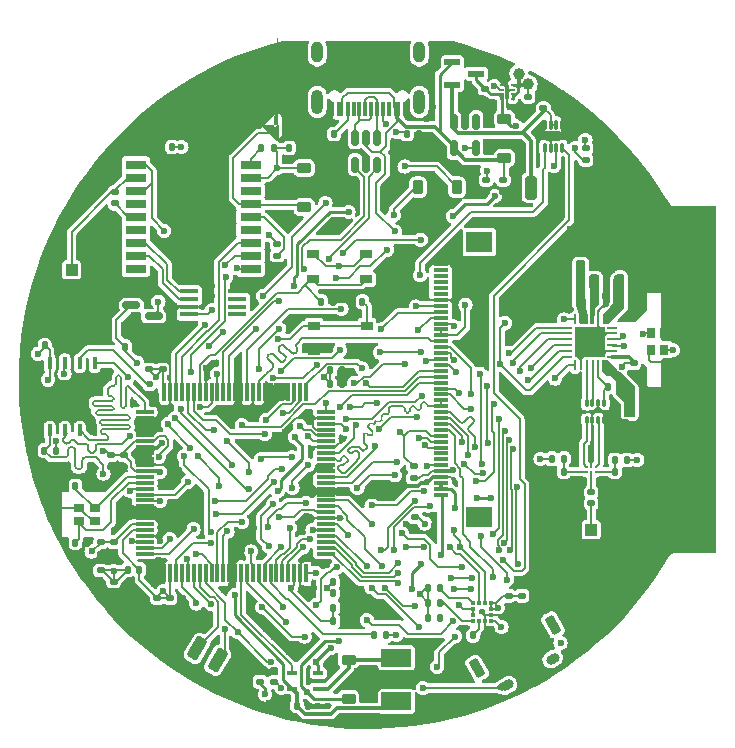
<source format=gbr>
%TF.GenerationSoftware,KiCad,Pcbnew,8.0.1*%
%TF.CreationDate,2024-08-18T17:01:31-04:00*%
%TF.ProjectId,stm32h7,73746d33-3268-4372-9e6b-696361645f70,rev?*%
%TF.SameCoordinates,Original*%
%TF.FileFunction,Copper,L1,Top*%
%TF.FilePolarity,Positive*%
%FSLAX46Y46*%
G04 Gerber Fmt 4.6, Leading zero omitted, Abs format (unit mm)*
G04 Created by KiCad (PCBNEW 8.0.1) date 2024-08-18 17:01:31*
%MOMM*%
%LPD*%
G01*
G04 APERTURE LIST*
G04 Aperture macros list*
%AMRoundRect*
0 Rectangle with rounded corners*
0 $1 Rounding radius*
0 $2 $3 $4 $5 $6 $7 $8 $9 X,Y pos of 4 corners*
0 Add a 4 corners polygon primitive as box body*
4,1,4,$2,$3,$4,$5,$6,$7,$8,$9,$2,$3,0*
0 Add four circle primitives for the rounded corners*
1,1,$1+$1,$2,$3*
1,1,$1+$1,$4,$5*
1,1,$1+$1,$6,$7*
1,1,$1+$1,$8,$9*
0 Add four rect primitives between the rounded corners*
20,1,$1+$1,$2,$3,$4,$5,0*
20,1,$1+$1,$4,$5,$6,$7,0*
20,1,$1+$1,$6,$7,$8,$9,0*
20,1,$1+$1,$8,$9,$2,$3,0*%
%AMHorizOval*
0 Thick line with rounded ends*
0 $1 width*
0 $2 $3 position (X,Y) of the first rounded end (center of the circle)*
0 $4 $5 position (X,Y) of the second rounded end (center of the circle)*
0 Add line between two ends*
20,1,$1,$2,$3,$4,$5,0*
0 Add two circle primitives to create the rounded ends*
1,1,$1,$2,$3*
1,1,$1,$4,$5*%
%AMFreePoly0*
4,1,50,0.364509,0.373079,0.400557,0.358147,0.402331,0.356372,0.403779,0.355902,0.406374,0.352329,0.428147,0.330557,0.436043,0.311493,0.440106,0.305902,0.441186,0.299076,0.443079,0.294509,0.443090,0.287057,0.445000,0.275000,0.445000,-0.965000,0.443079,-0.984509,0.428147,-1.020558,0.426371,-1.022333,0.425902,-1.023779,0.422332,-1.026372,0.400558,-1.048147,0.381492,-1.056044,
0.375902,-1.060106,0.371686,-1.060106,0.364509,-1.063079,0.325491,-1.063079,0.318314,-1.060106,0.314098,-1.060106,0.305304,-1.054717,0.289443,-1.048147,0.281262,-1.039984,0.274289,-1.035711,-0.965711,0.204289,-0.978147,0.219443,-0.993079,0.255491,-0.993079,0.258002,-0.993769,0.259357,-0.993079,0.263713,-0.993079,0.294509,-0.985182,0.313573,-0.984101,0.320399,-0.981119,0.323380,
-0.978147,0.330557,-0.950557,0.358147,-0.943380,0.361119,-0.940399,0.364101,-0.930371,0.366508,-0.914509,0.373079,-0.902928,0.373096,-0.895000,0.375000,0.345000,0.375000,0.364509,0.373079,0.364509,0.373079,$1*%
G04 Aperture macros list end*
%TA.AperFunction,SMDPad,CuDef*%
%ADD10RoundRect,0.140000X-0.140000X-0.170000X0.140000X-0.170000X0.140000X0.170000X-0.140000X0.170000X0*%
%TD*%
%TA.AperFunction,SMDPad,CuDef*%
%ADD11RoundRect,0.140000X0.170000X-0.140000X0.170000X0.140000X-0.170000X0.140000X-0.170000X-0.140000X0*%
%TD*%
%TA.AperFunction,SMDPad,CuDef*%
%ADD12RoundRect,0.135000X-0.135000X-0.185000X0.135000X-0.185000X0.135000X0.185000X-0.135000X0.185000X0*%
%TD*%
%TA.AperFunction,SMDPad,CuDef*%
%ADD13RoundRect,0.140000X0.140000X0.170000X-0.140000X0.170000X-0.140000X-0.170000X0.140000X-0.170000X0*%
%TD*%
%TA.AperFunction,SMDPad,CuDef*%
%ADD14RoundRect,0.147500X-0.172500X0.147500X-0.172500X-0.147500X0.172500X-0.147500X0.172500X0.147500X0*%
%TD*%
%TA.AperFunction,SMDPad,CuDef*%
%ADD15RoundRect,0.218750X-0.218750X-0.381250X0.218750X-0.381250X0.218750X0.381250X-0.218750X0.381250X0*%
%TD*%
%TA.AperFunction,SMDPad,CuDef*%
%ADD16R,1.000000X1.000000*%
%TD*%
%TA.AperFunction,SMDPad,CuDef*%
%ADD17R,1.050000X2.200000*%
%TD*%
%TA.AperFunction,SMDPad,CuDef*%
%ADD18RoundRect,0.225000X0.225000X0.375000X-0.225000X0.375000X-0.225000X-0.375000X0.225000X-0.375000X0*%
%TD*%
%TA.AperFunction,SMDPad,CuDef*%
%ADD19RoundRect,0.135000X-0.185000X0.135000X-0.185000X-0.135000X0.185000X-0.135000X0.185000X0.135000X0*%
%TD*%
%TA.AperFunction,SMDPad,CuDef*%
%ADD20R,1.300000X0.300000*%
%TD*%
%TA.AperFunction,SMDPad,CuDef*%
%ADD21R,2.200000X1.800000*%
%TD*%
%TA.AperFunction,SMDPad,CuDef*%
%ADD22RoundRect,0.150000X-0.150000X0.512500X-0.150000X-0.512500X0.150000X-0.512500X0.150000X0.512500X0*%
%TD*%
%TA.AperFunction,SMDPad,CuDef*%
%ADD23R,0.900000X0.800000*%
%TD*%
%TA.AperFunction,SMDPad,CuDef*%
%ADD24RoundRect,0.250000X0.250000X0.750000X-0.250000X0.750000X-0.250000X-0.750000X0.250000X-0.750000X0*%
%TD*%
%TA.AperFunction,SMDPad,CuDef*%
%ADD25R,1.320800X0.558800*%
%TD*%
%TA.AperFunction,SMDPad,CuDef*%
%ADD26RoundRect,0.140000X-0.170000X0.140000X-0.170000X-0.140000X0.170000X-0.140000X0.170000X0.140000X0*%
%TD*%
%TA.AperFunction,SMDPad,CuDef*%
%ADD27R,0.254000X0.254000*%
%TD*%
%TA.AperFunction,SMDPad,CuDef*%
%ADD28RoundRect,0.150000X0.150000X-0.512500X0.150000X0.512500X-0.150000X0.512500X-0.150000X-0.512500X0*%
%TD*%
%TA.AperFunction,SMDPad,CuDef*%
%ADD29R,1.524000X0.457200*%
%TD*%
%TA.AperFunction,SMDPad,CuDef*%
%ADD30R,0.800000X0.900000*%
%TD*%
%TA.AperFunction,SMDPad,CuDef*%
%ADD31RoundRect,0.147500X0.147500X0.172500X-0.147500X0.172500X-0.147500X-0.172500X0.147500X-0.172500X0*%
%TD*%
%TA.AperFunction,SMDPad,CuDef*%
%ADD32R,0.990600X0.711200*%
%TD*%
%TA.AperFunction,SMDPad,CuDef*%
%ADD33RoundRect,0.225000X-0.375000X0.225000X-0.375000X-0.225000X0.375000X-0.225000X0.375000X0.225000X0*%
%TD*%
%TA.AperFunction,SMDPad,CuDef*%
%ADD34RoundRect,0.225000X0.375000X-0.225000X0.375000X0.225000X-0.375000X0.225000X-0.375000X-0.225000X0*%
%TD*%
%TA.AperFunction,SMDPad,CuDef*%
%ADD35RoundRect,0.135000X0.135000X0.185000X-0.135000X0.185000X-0.135000X-0.185000X0.135000X-0.185000X0*%
%TD*%
%TA.AperFunction,SMDPad,CuDef*%
%ADD36R,1.800000X0.800000*%
%TD*%
%TA.AperFunction,SMDPad,CuDef*%
%ADD37R,0.850001X0.399999*%
%TD*%
%TA.AperFunction,SMDPad,CuDef*%
%ADD38RoundRect,0.062500X0.092500X0.062500X-0.092500X0.062500X-0.092500X-0.062500X0.092500X-0.062500X0*%
%TD*%
%TA.AperFunction,SMDPad,CuDef*%
%ADD39R,0.300000X1.300000*%
%TD*%
%TA.AperFunction,ComponentPad*%
%ADD40HorizOval,0.800000X0.173205X0.100000X-0.173205X-0.100000X0*%
%TD*%
%TA.AperFunction,ComponentPad*%
%ADD41RoundRect,0.131234X0.101625X-0.713551X0.567141X-0.444785X-0.101625X0.713551X-0.567141X0.444785X0*%
%TD*%
%TA.AperFunction,SMDPad,CuDef*%
%ADD42R,2.500000X1.500000*%
%TD*%
%TA.AperFunction,SMDPad,CuDef*%
%ADD43RoundRect,0.100000X0.100000X-0.425000X0.100000X0.425000X-0.100000X0.425000X-0.100000X-0.425000X0*%
%TD*%
%TA.AperFunction,HeatsinkPad*%
%ADD44R,3.000000X3.000000*%
%TD*%
%TA.AperFunction,SMDPad,CuDef*%
%ADD45RoundRect,0.250000X0.591506X0.524519X0.158494X0.774519X-0.591506X-0.524519X-0.158494X-0.774519X0*%
%TD*%
%TA.AperFunction,SMDPad,CuDef*%
%ADD46RoundRect,0.075000X-0.075000X0.225000X-0.075000X-0.225000X0.075000X-0.225000X0.075000X0.225000X0*%
%TD*%
%TA.AperFunction,SMDPad,CuDef*%
%ADD47RoundRect,0.075000X-0.237500X0.075000X-0.237500X-0.075000X0.237500X-0.075000X0.237500X0.075000X0*%
%TD*%
%TA.AperFunction,SMDPad,CuDef*%
%ADD48FreePoly0,270.000000*%
%TD*%
%TA.AperFunction,SMDPad,CuDef*%
%ADD49RoundRect,0.375000X-0.375000X1.375000X-0.375000X-1.375000X0.375000X-1.375000X0.375000X1.375000X0*%
%TD*%
%TA.AperFunction,SMDPad,CuDef*%
%ADD50R,0.600000X1.240000*%
%TD*%
%TA.AperFunction,SMDPad,CuDef*%
%ADD51R,0.300000X1.240000*%
%TD*%
%TA.AperFunction,ComponentPad*%
%ADD52O,1.000000X2.100000*%
%TD*%
%TA.AperFunction,ComponentPad*%
%ADD53O,1.000000X1.800000*%
%TD*%
%TA.AperFunction,SMDPad,CuDef*%
%ADD54RoundRect,0.150000X-0.587500X-0.150000X0.587500X-0.150000X0.587500X0.150000X-0.587500X0.150000X0*%
%TD*%
%TA.AperFunction,SMDPad,CuDef*%
%ADD55R,0.430000X0.350000*%
%TD*%
%TA.AperFunction,SMDPad,CuDef*%
%ADD56R,0.350000X0.430000*%
%TD*%
%TA.AperFunction,SMDPad,CuDef*%
%ADD57RoundRect,0.075000X-0.725000X-0.075000X0.725000X-0.075000X0.725000X0.075000X-0.725000X0.075000X0*%
%TD*%
%TA.AperFunction,SMDPad,CuDef*%
%ADD58RoundRect,0.075000X-0.075000X-0.725000X0.075000X-0.725000X0.075000X0.725000X-0.075000X0.725000X0*%
%TD*%
%TA.AperFunction,SMDPad,CuDef*%
%ADD59RoundRect,0.062500X0.350000X0.062500X-0.350000X0.062500X-0.350000X-0.062500X0.350000X-0.062500X0*%
%TD*%
%TA.AperFunction,SMDPad,CuDef*%
%ADD60RoundRect,0.062500X0.062500X0.350000X-0.062500X0.350000X-0.062500X-0.350000X0.062500X-0.350000X0*%
%TD*%
%TA.AperFunction,HeatsinkPad*%
%ADD61R,2.600000X2.600000*%
%TD*%
%TA.AperFunction,SMDPad,CuDef*%
%ADD62RoundRect,0.033750X-0.101250X0.346250X-0.101250X-0.346250X0.101250X-0.346250X0.101250X0.346250X0*%
%TD*%
%TA.AperFunction,SMDPad,CuDef*%
%ADD63R,1.300000X0.900000*%
%TD*%
%TA.AperFunction,ViaPad*%
%ADD64C,0.600000*%
%TD*%
%TA.AperFunction,ViaPad*%
%ADD65C,1.000000*%
%TD*%
%TA.AperFunction,Conductor*%
%ADD66C,0.200000*%
%TD*%
%TA.AperFunction,Conductor*%
%ADD67C,0.250000*%
%TD*%
%TA.AperFunction,Conductor*%
%ADD68C,0.300000*%
%TD*%
%TA.AperFunction,Conductor*%
%ADD69C,0.350000*%
%TD*%
%TA.AperFunction,Conductor*%
%ADD70C,0.150000*%
%TD*%
%TA.AperFunction,Conductor*%
%ADD71C,0.156464*%
%TD*%
G04 APERTURE END LIST*
D10*
%TO.P,C27,1*%
%TO.N,+3V3*%
X126820000Y-72400000D03*
%TO.P,C27,2*%
%TO.N,GND*%
X127780000Y-72400000D03*
%TD*%
%TO.P,C33,1*%
%TO.N,Net-(U8-C1)*%
X138900000Y-93650000D03*
%TO.P,C33,2*%
%TO.N,GND*%
X139860000Y-93650000D03*
%TD*%
%TO.P,C11,1*%
%TO.N,+3V3*%
X102620000Y-69100000D03*
%TO.P,C11,2*%
%TO.N,GND*%
X103580000Y-69100000D03*
%TD*%
%TO.P,C14,1*%
%TO.N,VCC*%
X123970000Y-99600000D03*
%TO.P,C14,2*%
%TO.N,GND*%
X124930000Y-99600000D03*
%TD*%
D11*
%TO.P,C39,1*%
%TO.N,GND*%
X141900000Y-91260000D03*
%TO.P,C39,2*%
%TO.N,+3V3*%
X141900000Y-90300000D03*
%TD*%
D12*
%TO.P,R18,1*%
%TO.N,QSPI_NCS*%
X102590000Y-78000000D03*
%TO.P,R18,2*%
%TO.N,+3V3*%
X103610000Y-78000000D03*
%TD*%
D10*
%TO.P,C16,1*%
%TO.N,+3V3*%
X123320000Y-52400000D03*
%TO.P,C16,2*%
%TO.N,GND*%
X124280000Y-52400000D03*
%TD*%
D12*
%TO.P,R1,1*%
%TO.N,Net-(U1-BOOT0)*%
X126030000Y-65400000D03*
%TO.P,R1,2*%
%TO.N,GND*%
X127050000Y-65400000D03*
%TD*%
D13*
%TO.P,C18,1*%
%TO.N,+3V3*%
X147880000Y-65100000D03*
%TO.P,C18,2*%
%TO.N,GND*%
X146920000Y-65100000D03*
%TD*%
D14*
%TO.P,L3,1,1*%
%TO.N,Net-(ATGM336H1-RF_IN)*%
X108600000Y-56115000D03*
%TO.P,L3,2,2*%
%TO.N,Net-(ATGM336H1-VCC_RF)*%
X108600000Y-57085000D03*
%TD*%
D12*
%TO.P,R12,1*%
%TO.N,Net-(U12-CTRL)*%
X150890000Y-78800000D03*
%TO.P,R12,2*%
%TO.N,ANT_SW_CTRL*%
X151910000Y-78800000D03*
%TD*%
D15*
%TO.P,L4,1*%
%TO.N,Net-(U6-DCC_SW)*%
X149157500Y-63770000D03*
%TO.P,L4,2*%
%TO.N,Net-(U6-VREG)*%
X151282500Y-63770000D03*
%TD*%
D16*
%TO.P,J4,1,In*%
%TO.N,Net-(J4-In)*%
X148900000Y-84700000D03*
D17*
%TO.P,J4,2,Ext*%
%TO.N,GND*%
X150375000Y-86200000D03*
D16*
X148900000Y-87700000D03*
D17*
X147425000Y-86200000D03*
%TD*%
D18*
%TO.P,D4,1,K*%
%TO.N,LDO_EN*%
X137550000Y-55700000D03*
%TO.P,D4,2,A*%
%TO.N,BTN*%
X134250000Y-55700000D03*
%TD*%
D19*
%TO.P,R9,1*%
%TO.N,VBUS*%
X141450000Y-55090000D03*
%TO.P,R9,2*%
%TO.N,GND*%
X141450000Y-56110000D03*
%TD*%
D12*
%TO.P,R7,1*%
%TO.N,Net-(J1-CC1)*%
X133290000Y-51200000D03*
%TO.P,R7,2*%
%TO.N,GND*%
X134310000Y-51200000D03*
%TD*%
D10*
%TO.P,C30,1*%
%TO.N,+3V3*%
X127050000Y-90100000D03*
%TO.P,C30,2*%
%TO.N,GND*%
X128010000Y-90100000D03*
%TD*%
D20*
%TO.P,J5,1,Pin_1*%
%TO.N,BL_ANODE*%
X136150000Y-81750000D03*
%TO.P,J5,2,Pin_2*%
%TO.N,BL_CATHODE*%
X136150000Y-81250000D03*
%TO.P,J5,3,Pin_3*%
X136150000Y-80750000D03*
%TO.P,J5,4,Pin_4*%
%TO.N,GND*%
X136150000Y-80250000D03*
%TO.P,J5,5,Pin_5*%
%TO.N,+3V3*%
X136150000Y-79750000D03*
%TO.P,J5,6,Pin_6*%
%TO.N,LCD_RST*%
X136150000Y-79250000D03*
%TO.P,J5,7,Pin_7*%
%TO.N,unconnected-(J5-Pin_7-Pad7)*%
X136150000Y-78750000D03*
%TO.P,J5,8,Pin_8*%
%TO.N,unconnected-(J5-Pin_8-Pad8)*%
X136150000Y-78250000D03*
%TO.P,J5,9,Pin_9*%
%TO.N,MOSI*%
X136150000Y-77750000D03*
%TO.P,J5,10,Pin_10*%
%TO.N,SCK*%
X136150000Y-77250000D03*
%TO.P,J5,11,Pin_11*%
%TO.N,LCD_CS*%
X136150000Y-76750000D03*
%TO.P,J5,12,Pin_12*%
%TO.N,Net-(J5-Pin_12)*%
X136150000Y-76250000D03*
%TO.P,J5,13,Pin_13*%
%TO.N,LCD_DE*%
X136150000Y-75750000D03*
%TO.P,J5,14,Pin_14*%
%TO.N,LCD_VSYNC*%
X136150000Y-75250000D03*
%TO.P,J5,15,Pin_15*%
%TO.N,LCD_HSYNC*%
X136150000Y-74750000D03*
%TO.P,J5,16,Pin_16*%
%TO.N,LCD_B1*%
X136150000Y-74250000D03*
%TO.P,J5,17,Pin_17*%
X136150000Y-73750000D03*
%TO.P,J5,18,Pin_18*%
%TO.N,LCD_B2*%
X136150000Y-73250000D03*
%TO.P,J5,19,Pin_19*%
%TO.N,LCD_B3*%
X136150000Y-72750000D03*
%TO.P,J5,20,Pin_20*%
%TO.N,LCD_B4*%
X136150000Y-72250000D03*
%TO.P,J5,21,Pin_21*%
%TO.N,LCD_B5*%
X136150000Y-71750000D03*
%TO.P,J5,22,Pin_22*%
%TO.N,LCD_G0*%
X136150000Y-71250000D03*
%TO.P,J5,23,Pin_23*%
%TO.N,LCD_G1*%
X136150000Y-70750000D03*
%TO.P,J5,24,Pin_24*%
%TO.N,LCD_G2*%
X136150000Y-70250000D03*
%TO.P,J5,25,Pin_25*%
%TO.N,LCD_G3*%
X136150000Y-69750000D03*
%TO.P,J5,26,Pin_26*%
%TO.N,LCD_G4*%
X136150000Y-69250000D03*
%TO.P,J5,27,Pin_27*%
%TO.N,LCD_G5*%
X136150000Y-68750000D03*
%TO.P,J5,28,Pin_28*%
%TO.N,LCD_R1*%
X136150000Y-68250000D03*
%TO.P,J5,29,Pin_29*%
X136150000Y-67750000D03*
%TO.P,J5,30,Pin_30*%
%TO.N,LCD_R2*%
X136150000Y-67250000D03*
%TO.P,J5,31,Pin_31*%
%TO.N,LCD_R3*%
X136150000Y-66750000D03*
%TO.P,J5,32,Pin_32*%
%TO.N,LCD_R4*%
X136150000Y-66250000D03*
%TO.P,J5,33,Pin_33*%
%TO.N,LCD_R5*%
X136150000Y-65750000D03*
%TO.P,J5,34,Pin_34*%
%TO.N,GND*%
X136150000Y-65250000D03*
%TO.P,J5,35,Pin_35*%
%TO.N,unconnected-(J5-Pin_35-Pad35)*%
X136150000Y-64750000D03*
%TO.P,J5,36,Pin_36*%
%TO.N,unconnected-(J5-Pin_36-Pad36)*%
X136150000Y-64250000D03*
%TO.P,J5,37,Pin_37*%
%TO.N,unconnected-(J5-Pin_37-Pad37)*%
X136150000Y-63750000D03*
%TO.P,J5,38,Pin_38*%
%TO.N,unconnected-(J5-Pin_38-Pad38)*%
X136150000Y-63250000D03*
%TO.P,J5,39,Pin_39*%
%TO.N,unconnected-(J5-Pin_39-Pad39)*%
X136150000Y-62750000D03*
%TO.P,J5,40,Pin_40*%
%TO.N,GND*%
X136150000Y-62250000D03*
D21*
%TO.P,J5,MP*%
%TO.N,N/C*%
X139400000Y-83650000D03*
X139400000Y-60350000D03*
%TD*%
D22*
%TO.P,U4,1,STAT*%
%TO.N,/Power + USB/BATT_STAT*%
X139150000Y-50150000D03*
%TO.P,U4,2,V_{SS}*%
%TO.N,GND*%
X138200000Y-50150000D03*
%TO.P,U4,3,V_{BAT}*%
%TO.N,+BATT*%
X137250000Y-50150000D03*
%TO.P,U4,4,V_{DD}*%
%TO.N,VBUS*%
X137250000Y-52425000D03*
%TO.P,U4,5,PROG*%
%TO.N,Net-(U4-PROG)*%
X139150000Y-52425000D03*
%TD*%
D23*
%TO.P,Y1,1,1*%
%TO.N,PH0*%
X106900000Y-82900000D03*
%TO.P,Y1,2,2*%
%TO.N,GND*%
X105500000Y-82900000D03*
%TO.P,Y1,3,3*%
%TO.N,PH1*%
X105500000Y-84000000D03*
%TO.P,Y1,4,4*%
%TO.N,GND*%
X106900000Y-84000000D03*
%TD*%
D10*
%TO.P,C29,1*%
%TO.N,+3V3*%
X127050000Y-89150000D03*
%TO.P,C29,2*%
%TO.N,GND*%
X128010000Y-89150000D03*
%TD*%
D11*
%TO.P,C3,1*%
%TO.N,GND*%
X139900000Y-48310000D03*
%TO.P,C3,2*%
%TO.N,VCC*%
X139900000Y-47350000D03*
%TD*%
D10*
%TO.P,C4,1*%
%TO.N,PH1*%
X105220000Y-85800000D03*
%TO.P,C4,2*%
%TO.N,GND*%
X106180000Y-85800000D03*
%TD*%
D24*
%TO.P,J2,1,Pin_1*%
%TO.N,+BATT*%
X143800000Y-55750000D03*
%TO.P,J2,2,Pin_2*%
%TO.N,GND*%
X145800000Y-55750000D03*
%TD*%
D25*
%TO.P,U7,1,G*%
%TO.N,VBUS*%
X137134000Y-45134800D03*
%TO.P,U7,2,S*%
%TO.N,+BATT*%
X137134000Y-47065200D03*
%TO.P,U7,3,D*%
%TO.N,VCC*%
X139166000Y-46100000D03*
%TD*%
D10*
%TO.P,C20,1*%
%TO.N,Net-(U6-VR_PA)*%
X152220000Y-74800000D03*
%TO.P,C20,2*%
%TO.N,GND*%
X153180000Y-74800000D03*
%TD*%
D11*
%TO.P,C38,1*%
%TO.N,GND*%
X143050000Y-91260000D03*
%TO.P,C38,2*%
%TO.N,+3V3*%
X143050000Y-90300000D03*
%TD*%
D26*
%TO.P,C24,1*%
%TO.N,+3V3*%
X134000000Y-83650000D03*
%TO.P,C24,2*%
%TO.N,GND*%
X134000000Y-84610000D03*
%TD*%
D13*
%TO.P,C2,1*%
%TO.N,GND*%
X128030000Y-91300000D03*
%TO.P,C2,2*%
%TO.N,Net-(C1-Pad2)*%
X127070000Y-91300000D03*
%TD*%
D27*
%TO.P,U12,1,RF2*%
%TO.N,Net-(FL1-SW_RFO)*%
X149299998Y-79400000D03*
%TO.P,U12,2,GND*%
%TO.N,GND*%
X148899999Y-79400000D03*
%TO.P,U12,3,RF1*%
%TO.N,Net-(FL1-SW_RFI)*%
X148500000Y-79400000D03*
%TO.P,U12,4,VDD*%
%TO.N,Net-(U12-VDD)*%
X148500000Y-79806400D03*
%TO.P,U12,5,RFIN*%
%TO.N,Net-(U12-RFIN)*%
X148899999Y-79806400D03*
%TO.P,U12,6,CTRL*%
%TO.N,Net-(U12-CTRL)*%
X149299998Y-79806400D03*
%TD*%
D19*
%TO.P,R8,1*%
%TO.N,Net-(U4-PROG)*%
X140000000Y-55090000D03*
%TO.P,R8,2*%
%TO.N,GND*%
X140000000Y-56110000D03*
%TD*%
D26*
%TO.P,C9,1*%
%TO.N,+3V3*%
X108500000Y-85770000D03*
%TO.P,C9,2*%
%TO.N,GND*%
X108500000Y-86730000D03*
%TD*%
D28*
%TO.P,U3,1,I/O1*%
%TO.N,USB_D+*%
X128900000Y-53800000D03*
%TO.P,U3,2,GND*%
%TO.N,GND*%
X129850000Y-53800000D03*
%TO.P,U3,3,I/O2*%
%TO.N,USB_D-*%
X130800000Y-53800000D03*
%TO.P,U3,4,I/O2*%
%TO.N,Net-(J1-D--PadA7)*%
X130800000Y-51525000D03*
%TO.P,U3,5,VBUS*%
%TO.N,VBUS*%
X129850000Y-51525000D03*
%TO.P,U3,6,I/O1*%
%TO.N,Net-(J1-D+-PadA6)*%
X128900000Y-51525000D03*
%TD*%
D29*
%TO.P,U5,1,A0*%
%TO.N,unconnected-(U5-A0-Pad1)*%
X118932000Y-66465200D03*
%TO.P,U5,2,A1*%
%TO.N,unconnected-(U5-A1-Pad2)*%
X118932000Y-65830200D03*
%TO.P,U5,3,A2*%
%TO.N,unconnected-(U5-A2-Pad3)*%
X118932000Y-65169800D03*
%TO.P,U5,4,VSS*%
%TO.N,GND*%
X118932000Y-64534800D03*
%TO.P,U5,5,SDA*%
%TO.N,Net-(ATGM336H1-SDA)*%
X114868000Y-64534800D03*
%TO.P,U5,6,SCL*%
%TO.N,Net-(ATGM336H1-SCL)*%
X114868000Y-65169800D03*
%TO.P,U5,7,WP*%
%TO.N,GND*%
X114868000Y-65830200D03*
%TO.P,U5,8,VCC*%
%TO.N,+3V3*%
X114868000Y-66465200D03*
%TD*%
D30*
%TO.P,Q1_Xtal1,1,1*%
%TO.N,Net-(U6-XTB)*%
X153980000Y-68050000D03*
%TO.P,Q1_Xtal1,2,2*%
%TO.N,GND*%
X153980000Y-69450000D03*
%TO.P,Q1_Xtal1,3,3*%
%TO.N,Net-(U6-XTA)*%
X155080000Y-69450000D03*
%TO.P,Q1_Xtal1,4,4*%
%TO.N,GND*%
X155080000Y-68050000D03*
%TD*%
D19*
%TO.P,R11,1*%
%TO.N,LDO_EN*%
X148450000Y-52390000D03*
%TO.P,R11,2*%
%TO.N,VCC*%
X148450000Y-53410000D03*
%TD*%
D31*
%TO.P,FB1,1*%
%TO.N,+3V3*%
X110635000Y-88080000D03*
%TO.P,FB1,2*%
X109665000Y-88080000D03*
%TD*%
D19*
%TO.P,R19,1*%
%TO.N,LCD_CS*%
X133850000Y-79340000D03*
%TO.P,R19,2*%
%TO.N,+3V3*%
X133850000Y-80360000D03*
%TD*%
D10*
%TO.P,C23,1*%
%TO.N,Net-(U6-VR_PA)*%
X152220000Y-73700000D03*
%TO.P,C23,2*%
%TO.N,GND*%
X153180000Y-73700000D03*
%TD*%
D12*
%TO.P,R16,1*%
%TO.N,+3V3*%
X135090000Y-89600000D03*
%TO.P,R16,2*%
%TO.N,SCL*%
X136110000Y-89600000D03*
%TD*%
D13*
%TO.P,C5,1*%
%TO.N,GND*%
X106180000Y-81000000D03*
%TO.P,C5,2*%
%TO.N,PH0*%
X105220000Y-81000000D03*
%TD*%
D32*
%TO.P,SW2,1,1*%
%TO.N,NRST*%
X125399998Y-67416501D03*
%TO.P,SW2,2,2*%
X129900000Y-67416501D03*
%TO.P,SW2,3,3*%
%TO.N,GND*%
X125399998Y-69566499D03*
%TO.P,SW2,4,4*%
X129900000Y-69566499D03*
%TD*%
D12*
%TO.P,R15,1*%
%TO.N,+3V3*%
X135090000Y-92150000D03*
%TO.P,R15,2*%
%TO.N,/Accel & Magnetometer/CS_MAG*%
X136110000Y-92150000D03*
%TD*%
D11*
%TO.P,C12,1*%
%TO.N,GND*%
X143550000Y-49010000D03*
%TO.P,C12,2*%
%TO.N,+3V3*%
X143550000Y-48050000D03*
%TD*%
%TO.P,C34,1*%
%TO.N,+3V3*%
X112600000Y-71130000D03*
%TO.P,C34,2*%
%TO.N,GND*%
X112600000Y-70170000D03*
%TD*%
D33*
%TO.P,D1,1,K*%
%TO.N,VCC*%
X141550000Y-49950000D03*
%TO.P,D1,2,A*%
%TO.N,VBUS*%
X141550000Y-53250000D03*
%TD*%
D34*
%TO.P,D3,1,K*%
%TO.N,BL_ANODE*%
X128350000Y-99000000D03*
%TO.P,D3,2,A*%
%TO.N,Net-(D3-A)*%
X128350000Y-95700000D03*
%TD*%
D26*
%TO.P,C10,1*%
%TO.N,+3V3*%
X107350000Y-85770000D03*
%TO.P,C10,2*%
%TO.N,GND*%
X107350000Y-86730000D03*
%TD*%
D19*
%TO.P,R2,1*%
%TO.N,GND*%
X122050000Y-96590000D03*
%TO.P,R2,2*%
%TO.N,BL_CATHODE*%
X122050000Y-97610000D03*
%TD*%
D11*
%TO.P,C13,1*%
%TO.N,+BATT*%
X144850000Y-49030000D03*
%TO.P,C13,2*%
%TO.N,GND*%
X144850000Y-48070000D03*
%TD*%
D26*
%TO.P,C22,1*%
%TO.N,GND*%
X120850000Y-96620000D03*
%TO.P,C22,2*%
%TO.N,BL_ANODE*%
X120850000Y-97580000D03*
%TD*%
D11*
%TO.P,C19,1*%
%TO.N,Net-(J4-In)*%
X148900000Y-82480000D03*
%TO.P,C19,2*%
%TO.N,Net-(U12-RFIN)*%
X148900000Y-81520000D03*
%TD*%
D13*
%TO.P,C32,1*%
%TO.N,Net-(U12-VDD)*%
X146580000Y-79800000D03*
%TO.P,C32,2*%
%TO.N,GND*%
X145620000Y-79800000D03*
%TD*%
D19*
%TO.P,R4,1*%
%TO.N,+3V3*%
X122300000Y-60490000D03*
%TO.P,R4,2*%
%TO.N,/gps/ON{slash}OFF*%
X122300000Y-61510000D03*
%TD*%
D35*
%TO.P,R3,1*%
%TO.N,+3V3*%
X122000000Y-52400000D03*
%TO.P,R3,2*%
%TO.N,GPS_RESET*%
X120980000Y-52400000D03*
%TD*%
D34*
%TO.P,D2,1,K*%
%TO.N,Net-(ATGM336H1-VBAT)*%
X124600000Y-57400000D03*
%TO.P,D2,2,A*%
%TO.N,+3V3*%
X124600000Y-54100000D03*
%TD*%
D36*
%TO.P,ATGM336H1,1,GND*%
%TO.N,Net-(ATGM336H1-GND)*%
X110350000Y-53800000D03*
X110350000Y-56000000D03*
X120050000Y-62600000D03*
%TO.P,ATGM336H1,2,TXD*%
%TO.N,GPS_TXD*%
X120050000Y-61500000D03*
%TO.P,ATGM336H1,3,RXD*%
%TO.N,GPS_RXD*%
X120050000Y-60400000D03*
%TO.P,ATGM336H1,4,1PPS*%
%TO.N,unconnected-(ATGM336H1-1PPS-Pad4)*%
X120050000Y-59300000D03*
%TO.P,ATGM336H1,5,ON/OFF*%
%TO.N,/gps/ON{slash}OFF*%
X120050000Y-58200000D03*
%TO.P,ATGM336H1,6,VBAT*%
%TO.N,Net-(ATGM336H1-VBAT)*%
X120050000Y-57100000D03*
%TO.P,ATGM336H1,8,VCC*%
%TO.N,+3V3*%
X120050000Y-54900000D03*
%TO.P,ATGM336H1,9,nReset*%
%TO.N,GPS_RESET*%
X120050000Y-53800000D03*
%TO.P,ATGM336H1,11,RF_IN*%
%TO.N,Net-(ATGM336H1-RF_IN)*%
X110350000Y-54900000D03*
%TO.P,ATGM336H1,14,VCC_RF*%
%TO.N,Net-(ATGM336H1-VCC_RF)*%
X110350000Y-58200000D03*
%TO.P,ATGM336H1,16,SDA*%
%TO.N,Net-(ATGM336H1-SDA)*%
X110350000Y-60400000D03*
%TO.P,ATGM336H1,17,SCL*%
%TO.N,Net-(ATGM336H1-SCL)*%
X110350000Y-61500000D03*
%TO.P,ATGM336H1,NC*%
%TO.N,N/C*%
X110350000Y-57100000D03*
X110350000Y-59300000D03*
X110350000Y-62600000D03*
X120050000Y-56000000D03*
%TD*%
D13*
%TO.P,C15,1*%
%TO.N,+3V3*%
X113400000Y-52300000D03*
%TO.P,C15,2*%
%TO.N,GND*%
X112440000Y-52300000D03*
%TD*%
D10*
%TO.P,C31,1*%
%TO.N,Net-(U12-CTRL)*%
X150920000Y-79800000D03*
%TO.P,C31,2*%
%TO.N,GND*%
X151880000Y-79800000D03*
%TD*%
D35*
%TO.P,R10,1*%
%TO.N,GND*%
X110460000Y-69200000D03*
%TO.P,R10,2*%
%TO.N,GPS_ON*%
X109440000Y-69200000D03*
%TD*%
D37*
%TO.P,U11,1,SW*%
%TO.N,Net-(D3-A)*%
X125800000Y-98150000D03*
%TO.P,U11,2,GND*%
%TO.N,GND*%
X125800000Y-97499999D03*
%TO.P,U11,3,FB*%
%TO.N,BL_CATHODE*%
X125800000Y-96850000D03*
%TO.P,U11,4,CTRL*%
%TO.N,LCD_BL*%
X123549999Y-96850000D03*
%TO.P,U11,5,VIN*%
%TO.N,VCC*%
X123549999Y-98150000D03*
%TD*%
D38*
%TO.P,U2,1,OUT*%
%TO.N,+3V3*%
X142255000Y-48243674D03*
%TO.P,U2,2,OUT__1*%
X142255000Y-47843674D03*
%TO.P,U2,3,N/C*%
%TO.N,GND*%
X142255000Y-47443674D03*
%TO.P,U2,4,FB/ADJ*%
%TO.N,+3V3*%
X142255000Y-47043674D03*
%TO.P,U2,5,GND*%
%TO.N,GND*%
X141345000Y-47043674D03*
%TO.P,U2,6,EN*%
%TO.N,LDO_EN*%
X141345000Y-47443674D03*
%TO.P,U2,7,IN*%
%TO.N,VCC*%
X141345000Y-47843674D03*
%TO.P,U2,8,IN__1*%
X141345000Y-48243674D03*
D39*
%TO.P,U2,9,EPAD*%
%TO.N,GND*%
X141800000Y-47643674D03*
%TD*%
D40*
%TO.P,SW1,1,1*%
%TO.N,BTN*%
X141742149Y-97881403D03*
%TO.P,SW1,2,2*%
%TO.N,+3V3*%
X145630603Y-95636403D03*
D41*
%TO.P,SW1,3*%
%TO.N,N/C*%
X145650000Y-92750000D03*
%TO.P,SW1,4*%
X139232752Y-96455000D03*
%TD*%
D42*
%TO.P,L1,1*%
%TO.N,VCC*%
X132400000Y-99250000D03*
%TO.P,L1,2*%
%TO.N,Net-(D3-A)*%
X132400000Y-95550000D03*
%TD*%
D43*
%TO.P,U9,1,~{S}*%
%TO.N,QSPI_NCS*%
X103045000Y-76300000D03*
%TO.P,U9,2,DQ1*%
%TO.N,QSPI_D1*%
X104315000Y-76300000D03*
%TO.P,U9,3,~{W}/DQ2*%
%TO.N,QSPI_D2*%
X105585000Y-76300000D03*
%TO.P,U9,4,VSS*%
%TO.N,GND*%
X106855000Y-76300000D03*
%TO.P,U9,5,DQ0*%
%TO.N,QSPI_D0*%
X106855000Y-70600000D03*
%TO.P,U9,6,C*%
%TO.N,QSPI_CLK*%
X105585000Y-70600000D03*
%TO.P,U9,7,~{RESET}/DQ3*%
%TO.N,QSPI_D3*%
X104315000Y-70600000D03*
%TO.P,U9,8,VCC*%
%TO.N,+3V3*%
X103045000Y-70600000D03*
D44*
%TO.P,U9,9,PAD*%
%TO.N,GND*%
X104950000Y-73450000D03*
%TD*%
D45*
%TO.P,J6,1,Pin_1*%
%TO.N,Net-(J6-Pin_1)*%
X115533974Y-94750001D03*
%TO.P,J6,2,Pin_2*%
%TO.N,Net-(J6-Pin_2)*%
X117266026Y-95749999D03*
%TD*%
D46*
%TO.P,FL1,1,RFO*%
%TO.N,Net-(FL1-RFO)*%
X150000000Y-74000000D03*
%TO.P,FL1,2,GND*%
%TO.N,GND*%
X149500000Y-74000000D03*
%TO.P,FL1,3,RFI_N*%
%TO.N,Net-(FL1-RFI_N)*%
X149000000Y-74000000D03*
%TO.P,FL1,4,RFI_P*%
%TO.N,Net-(FL1-RFI_P)*%
X148500000Y-74000000D03*
D47*
%TO.P,FL1,5,GND*%
%TO.N,GND*%
X148187500Y-74700000D03*
D46*
%TO.P,FL1,6,SW_RFI*%
%TO.N,Net-(FL1-SW_RFI)*%
X148500000Y-75400000D03*
%TO.P,FL1,7,GND*%
%TO.N,GND*%
X149000000Y-75400000D03*
%TO.P,FL1,8,SW_RFO*%
%TO.N,Net-(FL1-SW_RFO)*%
X149500000Y-75400000D03*
%TO.P,FL1,9,GND*%
%TO.N,GND*%
X150000000Y-75400000D03*
D47*
%TO.P,FL1,10,GND*%
X150312500Y-74700000D03*
%TD*%
D48*
%TO.P,BT1,1,+*%
%TO.N,Net-(ATGM336H1-VBAT)*%
X122050000Y-50800000D03*
D49*
%TO.P,BT1,2,-*%
%TO.N,GND*%
X116785000Y-49395000D03*
%TD*%
D13*
%TO.P,C1,1*%
%TO.N,GND*%
X128030000Y-92450000D03*
%TO.P,C1,2*%
%TO.N,Net-(C1-Pad2)*%
X127070000Y-92450000D03*
%TD*%
D26*
%TO.P,C35,1*%
%TO.N,+3V3*%
X108200000Y-78400000D03*
%TO.P,C35,2*%
%TO.N,GND*%
X108200000Y-79360000D03*
%TD*%
%TO.P,C17,1*%
%TO.N,+3V3*%
X152500000Y-70620000D03*
%TO.P,C17,2*%
%TO.N,GND*%
X152500000Y-71580000D03*
%TD*%
D50*
%TO.P,J1,A1,GND*%
%TO.N,GND*%
X133225000Y-49090000D03*
%TO.P,J1,A4,VBUS*%
%TO.N,VBUS*%
X132425000Y-49090000D03*
D51*
%TO.P,J1,A5,CC1*%
%TO.N,Net-(J1-CC1)*%
X131275000Y-49090000D03*
%TO.P,J1,A6,D+*%
%TO.N,Net-(J1-D+-PadA6)*%
X130275000Y-49090000D03*
%TO.P,J1,A7,D-*%
%TO.N,Net-(J1-D--PadA7)*%
X129775000Y-49090000D03*
%TO.P,J1,A8*%
%TO.N,N/C*%
X128775000Y-49090000D03*
D50*
%TO.P,J1,A9,VBUS*%
%TO.N,VBUS*%
X127625000Y-49090000D03*
%TO.P,J1,A12,GND*%
%TO.N,GND*%
X126825000Y-49090000D03*
%TO.P,J1,B1,GND*%
X126825000Y-49090000D03*
%TO.P,J1,B4,VBUS*%
%TO.N,VBUS*%
X127625000Y-49090000D03*
D51*
%TO.P,J1,B5,CC2*%
%TO.N,Net-(J1-CC2)*%
X128275000Y-49090000D03*
%TO.P,J1,B6,D+*%
%TO.N,Net-(J1-D+-PadA6)*%
X129275000Y-49090000D03*
%TO.P,J1,B7,D-*%
%TO.N,Net-(J1-D--PadA7)*%
X130775000Y-49090000D03*
%TO.P,J1,B8*%
%TO.N,N/C*%
X131775000Y-49090000D03*
D50*
%TO.P,J1,B9,VBUS*%
%TO.N,VBUS*%
X132425000Y-49090000D03*
%TO.P,J1,B12,GND*%
%TO.N,GND*%
X133225000Y-49090000D03*
D52*
%TO.P,J1,S1,SHIELD*%
%TO.N,unconnected-(J1-SHIELD-PadS1)_1*%
X134345000Y-48490000D03*
D53*
%TO.N,unconnected-(J1-SHIELD-PadS1)_2*%
X134345000Y-44290000D03*
D52*
%TO.N,unconnected-(J1-SHIELD-PadS1)*%
X125705000Y-48490000D03*
D53*
%TO.N,unconnected-(J1-SHIELD-PadS1)_0*%
X125705000Y-44290000D03*
%TD*%
D32*
%TO.P,SW3,1,1*%
%TO.N,+3V3*%
X125349998Y-61350000D03*
%TO.P,SW3,2,2*%
X129850000Y-61350000D03*
%TO.P,SW3,3,3*%
%TO.N,Net-(U1-BOOT0)*%
X125349998Y-63499998D03*
%TO.P,SW3,4,4*%
X129850000Y-63499998D03*
%TD*%
D54*
%TO.P,Q1,1,G*%
%TO.N,GPS_ON*%
X109962500Y-65687500D03*
%TO.P,Q1,2,S*%
%TO.N,GND*%
X109962500Y-67587500D03*
%TO.P,Q1,3,D*%
%TO.N,Net-(ATGM336H1-GND)*%
X111837500Y-66637500D03*
%TD*%
D11*
%TO.P,C28,1*%
%TO.N,+3V3*%
X111450000Y-71130000D03*
%TO.P,C28,2*%
%TO.N,GND*%
X111450000Y-70170000D03*
%TD*%
D35*
%TO.P,R13,1*%
%TO.N,Net-(U12-VDD)*%
X146610000Y-78700000D03*
%TO.P,R13,2*%
%TO.N,+3V3*%
X145590000Y-78700000D03*
%TD*%
D10*
%TO.P,C6,1*%
%TO.N,GND*%
X128570000Y-65400000D03*
%TO.P,C6,2*%
%TO.N,NRST*%
X129530000Y-65400000D03*
%TD*%
D35*
%TO.P,R6,1*%
%TO.N,Net-(J1-CC2)*%
X127110000Y-51200000D03*
%TO.P,R6,2*%
%TO.N,GND*%
X126090000Y-51200000D03*
%TD*%
D31*
%TO.P,L5,1,1*%
%TO.N,Net-(U6-VR_PA)*%
X151285000Y-72600000D03*
%TO.P,L5,2,2*%
%TO.N,Net-(FL1-RFO)*%
X150315000Y-72600000D03*
%TD*%
D12*
%TO.P,R5,1*%
%TO.N,LCD_PCLK*%
X130490000Y-93650000D03*
%TO.P,R5,2*%
%TO.N,Net-(J5-Pin_12)*%
X131510000Y-93650000D03*
%TD*%
D26*
%TO.P,C25,1*%
%TO.N,+3V3*%
X113250000Y-90500000D03*
%TO.P,C25,2*%
%TO.N,GND*%
X113250000Y-91460000D03*
%TD*%
D12*
%TO.P,R17,1*%
%TO.N,+3V3*%
X135080000Y-90900000D03*
%TO.P,R17,2*%
%TO.N,SDA*%
X136100000Y-90900000D03*
%TD*%
D26*
%TO.P,C37,1*%
%TO.N,+3V3*%
X112150000Y-90500000D03*
%TO.P,C37,2*%
%TO.N,GND*%
X112150000Y-91460000D03*
%TD*%
%TO.P,C8,1*%
%TO.N,+3V3*%
X108450000Y-89100000D03*
%TO.P,C8,2*%
%TO.N,GND*%
X108450000Y-90060000D03*
%TD*%
D55*
%TO.P,U8,1,SCL/SPC*%
%TO.N,SCL*%
X138910000Y-90900000D03*
%TO.P,U8,2,CS_XL*%
%TO.N,/Accel & Magnetometer/CS_MAG*%
X138910000Y-91400000D03*
%TO.P,U8,3,CS_MAG*%
X138910000Y-91900000D03*
%TO.P,U8,4,SDA/SDI/SDO*%
%TO.N,SDA*%
X138910000Y-92400000D03*
D56*
%TO.P,U8,5,C1*%
%TO.N,Net-(U8-C1)*%
X139405000Y-92395000D03*
%TO.P,U8,6,GND*%
%TO.N,GND*%
X139905000Y-92395000D03*
D55*
%TO.P,U8,7,INT_MAG/DRDY*%
%TO.N,INT_MAG*%
X140400000Y-92400000D03*
%TO.P,U8,8,GND*%
%TO.N,GND*%
X140400000Y-91900000D03*
%TO.P,U8,9,VDD*%
%TO.N,+3V3*%
X140400000Y-91400000D03*
%TO.P,U8,10,VDD_IO*%
X140400000Y-90900000D03*
D56*
%TO.P,U8,11,INT_2_XL*%
%TO.N,XL_INT1*%
X139905000Y-90905000D03*
%TO.P,U8,12,INT_1_XL*%
%TO.N,XL_INT0*%
X139405000Y-90905000D03*
%TD*%
D26*
%TO.P,C7,1*%
%TO.N,+3V3*%
X107350000Y-88150000D03*
%TO.P,C7,2*%
%TO.N,GND*%
X107350000Y-89110000D03*
%TD*%
D57*
%TO.P,U1,1,PE2*%
%TO.N,QSPI_D2*%
X111075000Y-74725000D03*
%TO.P,U1,2,PE3*%
%TO.N,GND*%
X111075000Y-75225000D03*
%TO.P,U1,3,PE4*%
X111075000Y-75725000D03*
%TO.P,U1,4,PE5*%
X111075000Y-76225000D03*
%TO.P,U1,5,PE6*%
X111075000Y-76725000D03*
%TO.P,U1,6,VBAT*%
%TO.N,+3V3*%
X111075000Y-77225000D03*
%TO.P,U1,7,PC13*%
%TO.N,GND*%
X111075000Y-77725000D03*
%TO.P,U1,8,PC14*%
X111075000Y-78225000D03*
%TO.P,U1,9,PC15*%
X111075000Y-78725000D03*
%TO.P,U1,10,VSS*%
X111075000Y-79225000D03*
%TO.P,U1,11,VDD*%
%TO.N,+3V3*%
X111075000Y-79725000D03*
%TO.P,U1,12,PH0*%
%TO.N,PH0*%
X111075000Y-80225000D03*
%TO.P,U1,13,PH1*%
%TO.N,PH1*%
X111075000Y-80725000D03*
%TO.P,U1,14,NRST*%
%TO.N,NRST*%
X111075000Y-81225000D03*
%TO.P,U1,15,PC0*%
%TO.N,LCD_R3*%
X111075000Y-81725000D03*
%TO.P,U1,16,PC1*%
%TO.N,LDO_EN*%
X111075000Y-82225000D03*
%TO.P,U1,17,PC2_C*%
%TO.N,GND*%
X111075000Y-82725000D03*
%TO.P,U1,18,PC3_C*%
X111075000Y-83225000D03*
%TO.P,U1,19,VSSA*%
X111075000Y-83725000D03*
%TO.P,U1,20,VREF+*%
%TO.N,+3V3*%
X111075000Y-84225000D03*
%TO.P,U1,21,VDDA*%
X111075000Y-84725000D03*
%TO.P,U1,22,PA0*%
%TO.N,GND*%
X111075000Y-85225000D03*
%TO.P,U1,23,PA1*%
%TO.N,QSPI_D3*%
X111075000Y-85725000D03*
%TO.P,U1,24,PA2*%
%TO.N,Net-(J6-Pin_2)*%
X111075000Y-86225000D03*
%TO.P,U1,25,PA3*%
%TO.N,LCD_B3*%
X111075000Y-86725000D03*
D58*
%TO.P,U1,26,VSS*%
%TO.N,GND*%
X112750000Y-88400000D03*
%TO.P,U1,27,VDD*%
%TO.N,+3V3*%
X113250000Y-88400000D03*
%TO.P,U1,28,PA4*%
%TO.N,LCD_VSYNC*%
X113750000Y-88400000D03*
%TO.P,U1,29,PA5*%
%TO.N,LCD_R2*%
X114250000Y-88400000D03*
%TO.P,U1,30,PA6*%
%TO.N,LCD_G0*%
X114750000Y-88400000D03*
%TO.P,U1,31,PA7*%
%TO.N,MOSI*%
X115250000Y-88400000D03*
%TO.P,U1,32,PC4*%
%TO.N,Net-(J6-Pin_1)*%
X115750000Y-88400000D03*
%TO.P,U1,33,PC5*%
%TO.N,BTN*%
X116250000Y-88400000D03*
%TO.P,U1,34,PB0*%
%TO.N,LCD_R1*%
X116750000Y-88400000D03*
%TO.P,U1,35,PB1*%
%TO.N,LCD_R4*%
X117250000Y-88400000D03*
%TO.P,U1,36,PB2*%
%TO.N,QSPI_CLK*%
X117750000Y-88400000D03*
%TO.P,U1,37,PE7*%
%TO.N,GND*%
X118250000Y-88400000D03*
%TO.P,U1,38,PE8*%
X118750000Y-88400000D03*
%TO.P,U1,39,PE9*%
%TO.N,LCD_BL*%
X119250000Y-88400000D03*
%TO.P,U1,40,PE10*%
%TO.N,LCD_RST*%
X119750000Y-88400000D03*
%TO.P,U1,41,PE11*%
%TO.N,LCD_G1*%
X120250000Y-88400000D03*
%TO.P,U1,42,PE12*%
%TO.N,LCD_B2*%
X120750000Y-88400000D03*
%TO.P,U1,43,PE13*%
%TO.N,LCD_DE*%
X121250000Y-88400000D03*
%TO.P,U1,44,PE14*%
%TO.N,LCD_PCLK*%
X121750000Y-88400000D03*
%TO.P,U1,45,PE15*%
%TO.N,LCD_R5*%
X122250000Y-88400000D03*
%TO.P,U1,46,PB10*%
%TO.N,LCD_G2*%
X122750000Y-88400000D03*
%TO.P,U1,47,PB11*%
%TO.N,LCD_G3*%
X123250000Y-88400000D03*
%TO.P,U1,48,VCAP*%
%TO.N,Net-(C1-Pad2)*%
X123750000Y-88400000D03*
%TO.P,U1,49,VSS*%
%TO.N,GND*%
X124250000Y-88400000D03*
%TO.P,U1,50,VDD*%
%TO.N,+3V3*%
X124750000Y-88400000D03*
D57*
%TO.P,U1,51,PB12*%
%TO.N,LoRa_RST*%
X126425000Y-86725000D03*
%TO.P,U1,52,PB13*%
%TO.N,LoRa_DIO1*%
X126425000Y-86225000D03*
%TO.P,U1,53,PB14*%
%TO.N,LoRa_BUSY*%
X126425000Y-85725000D03*
%TO.P,U1,54,PB15*%
%TO.N,INT_MAG*%
X126425000Y-85225000D03*
%TO.P,U1,55,PD8*%
%TO.N,XL_INT0*%
X126425000Y-84725000D03*
%TO.P,U1,56,PD9*%
%TO.N,XL_INT1*%
X126425000Y-84225000D03*
%TO.P,U1,57,PD10*%
%TO.N,GND*%
X126425000Y-83725000D03*
%TO.P,U1,58,PD11*%
%TO.N,QSPI_D0*%
X126425000Y-83225000D03*
%TO.P,U1,59,PD12*%
%TO.N,SCL*%
X126425000Y-82725000D03*
%TO.P,U1,60,PD13*%
%TO.N,SDA*%
X126425000Y-82225000D03*
%TO.P,U1,61,PD14*%
%TO.N,GND*%
X126425000Y-81725000D03*
%TO.P,U1,62,PD15*%
X126425000Y-81225000D03*
%TO.P,U1,63,PC6*%
%TO.N,LCD_HSYNC*%
X126425000Y-80725000D03*
%TO.P,U1,64,PC7*%
%TO.N,LCD_G4*%
X126425000Y-80225000D03*
%TO.P,U1,65,PC8*%
%TO.N,GND*%
X126425000Y-79725000D03*
%TO.P,U1,66,PC9*%
X126425000Y-79225000D03*
%TO.P,U1,67,PA8*%
%TO.N,LCD_B1*%
X126425000Y-78725000D03*
%TO.P,U1,68,PA9*%
%TO.N,VBUS*%
X126425000Y-78225000D03*
%TO.P,U1,69,PA10*%
%TO.N,GND*%
X126425000Y-77725000D03*
%TO.P,U1,70,PA11*%
%TO.N,USB_D-*%
X126425000Y-77225000D03*
%TO.P,U1,71,PA12*%
%TO.N,USB_D+*%
X126425000Y-76725000D03*
%TO.P,U1,72,PA13*%
%TO.N,GND*%
X126425000Y-76225000D03*
%TO.P,U1,73,VCAP*%
%TO.N,Net-(C1-Pad2)*%
X126425000Y-75725000D03*
%TO.P,U1,74,VSS*%
%TO.N,GND*%
X126425000Y-75225000D03*
%TO.P,U1,75,VDD*%
%TO.N,+3V3*%
X126425000Y-74725000D03*
D58*
%TO.P,U1,76,PA14*%
%TO.N,LCD_CS*%
X124750000Y-73050000D03*
%TO.P,U1,77,PA15*%
%TO.N,LoRa_NSS*%
X124250000Y-73050000D03*
%TO.P,U1,78,PC10*%
%TO.N,QSPI_D1*%
X123750000Y-73050000D03*
%TO.P,U1,79,PC11*%
%TO.N,GND*%
X123250000Y-73050000D03*
%TO.P,U1,80,PC12*%
X122750000Y-73050000D03*
%TO.P,U1,81,PD0*%
X122250000Y-73050000D03*
%TO.P,U1,82,PD1*%
X121750000Y-73050000D03*
%TO.P,U1,83,PD2*%
X121250000Y-73050000D03*
%TO.P,U1,84,PD3*%
%TO.N,LCD_G5*%
X120750000Y-73050000D03*
%TO.P,U1,85,PD4*%
%TO.N,GND*%
X120250000Y-73050000D03*
%TO.P,U1,86,PD5*%
%TO.N,FG_NALERT*%
X119750000Y-73050000D03*
%TO.P,U1,87,PD6*%
%TO.N,GND*%
X119250000Y-73050000D03*
%TO.P,U1,88,PD7*%
X118750000Y-73050000D03*
%TO.P,U1,89,PB3*%
%TO.N,SCK*%
X118250000Y-73050000D03*
%TO.P,U1,90,PB4*%
%TO.N,MISO*%
X117750000Y-73050000D03*
%TO.P,U1,91,PB5*%
%TO.N,GPS_ON*%
X117250000Y-73050000D03*
%TO.P,U1,92,PB6*%
%TO.N,QSPI_NCS*%
X116750000Y-73050000D03*
%TO.P,U1,93,PB7*%
%TO.N,GND*%
X116250000Y-73050000D03*
%TO.P,U1,94,BOOT0*%
%TO.N,Net-(U1-BOOT0)*%
X115750000Y-73050000D03*
%TO.P,U1,95,PB8*%
%TO.N,LCD_B4*%
X115250000Y-73050000D03*
%TO.P,U1,96,PB9*%
%TO.N,LCD_B5*%
X114750000Y-73050000D03*
%TO.P,U1,97,PE0*%
%TO.N,GPS_RXD*%
X114250000Y-73050000D03*
%TO.P,U1,98,PE1*%
%TO.N,GPS_TXD*%
X113750000Y-73050000D03*
%TO.P,U1,99,VSS*%
%TO.N,GND*%
X113250000Y-73050000D03*
%TO.P,U1,100,VDD*%
%TO.N,+3V3*%
X112750000Y-73050000D03*
%TD*%
D10*
%TO.P,C26,1*%
%TO.N,+3V3*%
X126820000Y-71200000D03*
%TO.P,C26,2*%
%TO.N,GND*%
X127780000Y-71200000D03*
%TD*%
D59*
%TO.P,U6,1,VDD_IN*%
%TO.N,+3V3*%
X150697500Y-70090000D03*
%TO.P,U6,2,GND*%
%TO.N,GND*%
X150697500Y-69590000D03*
%TO.P,U6,3,XTA*%
%TO.N,Net-(U6-XTA)*%
X150697500Y-69090000D03*
%TO.P,U6,4,XTB*%
%TO.N,Net-(U6-XTB)*%
X150697500Y-68590000D03*
%TO.P,U6,5,GND*%
%TO.N,GND*%
X150697500Y-68090000D03*
%TO.P,U6,6,DIO3*%
%TO.N,/LoRa/DIO3*%
X150697500Y-67590000D03*
D60*
%TO.P,U6,7,VREG*%
%TO.N,Net-(U6-VREG)*%
X150010000Y-66902500D03*
%TO.P,U6,8,GND*%
%TO.N,GND*%
X149510000Y-66902500D03*
%TO.P,U6,9,DCC_SW*%
%TO.N,Net-(U6-DCC_SW)*%
X149010000Y-66902500D03*
%TO.P,U6,10,VBAT*%
%TO.N,+3V3*%
X148510000Y-66902500D03*
%TO.P,U6,11,VBAT_IO*%
X148010000Y-66902500D03*
%TO.P,U6,12,DIO2*%
%TO.N,ANT_SW_CTRL*%
X147510000Y-66902500D03*
D59*
%TO.P,U6,13,DIO1*%
%TO.N,LoRa_DIO1*%
X146822500Y-67590000D03*
%TO.P,U6,14,BUSY*%
%TO.N,LoRa_BUSY*%
X146822500Y-68090000D03*
%TO.P,U6,15,~{RESET}*%
%TO.N,LoRa_RST*%
X146822500Y-68590000D03*
%TO.P,U6,16,MISO*%
%TO.N,MISO*%
X146822500Y-69090000D03*
%TO.P,U6,17,MOSI*%
%TO.N,MOSI*%
X146822500Y-69590000D03*
%TO.P,U6,18,SCK*%
%TO.N,SCK*%
X146822500Y-70090000D03*
D60*
%TO.P,U6,19,NSS*%
%TO.N,LoRa_NSS*%
X147510000Y-70777500D03*
%TO.P,U6,20,GND*%
%TO.N,GND*%
X148010000Y-70777500D03*
%TO.P,U6,21,RFI_P*%
%TO.N,Net-(FL1-RFI_P)*%
X148510000Y-70777500D03*
%TO.P,U6,22,RFI_N*%
%TO.N,Net-(FL1-RFI_N)*%
X149010000Y-70777500D03*
%TO.P,U6,23,RFO*%
%TO.N,Net-(FL1-RFO)*%
X149510000Y-70777500D03*
%TO.P,U6,24,VR_PA*%
%TO.N,Net-(U6-VR_PA)*%
X150010000Y-70777500D03*
D61*
%TO.P,U6,25,GND*%
%TO.N,GND*%
X148760000Y-68840000D03*
%TD*%
D13*
%TO.P,C21,1*%
%TO.N,Net-(U6-VREG)*%
X151070000Y-65520000D03*
%TO.P,C21,2*%
%TO.N,GND*%
X150110000Y-65520000D03*
%TD*%
D16*
%TO.P,J3,1,In*%
%TO.N,Net-(ATGM336H1-RF_IN)*%
X104900000Y-62700000D03*
D17*
%TO.P,J3,2,Ext*%
%TO.N,GND*%
X106375000Y-64200000D03*
D16*
X104900000Y-65700000D03*
D17*
X103425000Y-64200000D03*
%TD*%
D26*
%TO.P,C36,1*%
%TO.N,+3V3*%
X109350000Y-78400000D03*
%TO.P,C36,2*%
%TO.N,GND*%
X109350000Y-79360000D03*
%TD*%
D62*
%TO.P,U10,1,CTG*%
%TO.N,GND*%
X146450000Y-50400000D03*
%TO.P,U10,2,CELL*%
%TO.N,+BATT*%
X145950000Y-50400000D03*
%TO.P,U10,3,VDD*%
X145450000Y-50400000D03*
%TO.P,U10,4,GND*%
%TO.N,GND*%
X144950000Y-50400000D03*
%TO.P,U10,5,~{ALERT}*%
%TO.N,FG_NALERT*%
X144950000Y-52370000D03*
%TO.P,U10,6,QSTRT*%
%TO.N,GND*%
X145450000Y-52370000D03*
%TO.P,U10,7,SCL*%
%TO.N,SCL*%
X145950000Y-52370000D03*
%TO.P,U10,8,SDA*%
%TO.N,SDA*%
X146450000Y-52370000D03*
D63*
%TO.P,U10,9,EP*%
%TO.N,GND*%
X145700000Y-51385000D03*
%TD*%
D64*
%TO.N,GND*%
X127000000Y-52600000D03*
X126600000Y-53300000D03*
X127500000Y-53300000D03*
%TO.N,+3V3*%
X112400000Y-79800000D03*
X134365000Y-90185000D03*
X151500000Y-70900000D03*
X148000000Y-63100000D03*
X102900000Y-72000000D03*
X127500000Y-62400000D03*
X121650000Y-59750000D03*
X106590796Y-86549452D03*
X146300000Y-94300000D03*
X144600000Y-78700000D03*
X134800000Y-84182940D03*
X103595000Y-77200000D03*
X148000000Y-62300000D03*
X126550000Y-89600000D03*
D65*
X143550000Y-47000000D03*
X142780000Y-46080000D03*
D64*
X126400000Y-74000000D03*
X122300000Y-54100000D03*
X137161192Y-79674110D03*
X107600000Y-78000000D03*
X108450000Y-88200000D03*
X125600000Y-88350000D03*
X102050000Y-69800000D03*
X141000000Y-91300000D03*
X114200000Y-52300000D03*
X148000000Y-64000000D03*
X112650000Y-89900000D03*
X112050000Y-71750000D03*
X126275000Y-71775000D03*
X112307777Y-78513878D03*
X116800000Y-66100000D03*
%TO.N,GPS_TXD*%
X117925000Y-62325000D03*
X116200000Y-67350000D03*
%TO.N,VCC*%
X137200000Y-58150000D03*
X128350000Y-57800000D03*
X142500000Y-50512500D03*
X147550000Y-52400000D03*
X123800000Y-76850000D03*
X140724584Y-56475790D03*
X118700000Y-90250000D03*
X123750000Y-64050000D03*
X122350000Y-81450000D03*
%TO.N,VBUS*%
X132250000Y-59450000D03*
X131600000Y-61000000D03*
X127250000Y-63400000D03*
X128950000Y-75875000D03*
%TO.N,Net-(J1-CC1)*%
X131486091Y-50336091D03*
X132400000Y-51050000D03*
%TO.N,Net-(U6-XTB)*%
X151600000Y-68300000D03*
X153300000Y-68100000D03*
%TO.N,Net-(U6-XTA)*%
X155800000Y-69500000D03*
X151700000Y-69141158D03*
%TO.N,Net-(U4-PROG)*%
X140100000Y-54300000D03*
X138200000Y-52350000D03*
%TO.N,ANT_SW_CTRL*%
X146600000Y-66900000D03*
X152800000Y-78800000D03*
%TO.N,LCD_RST*%
X139586091Y-85236091D03*
X123075000Y-92525000D03*
X137200000Y-92450000D03*
X134988603Y-79350000D03*
X141750000Y-88950000D03*
X129900000Y-92350000D03*
X138150000Y-79100000D03*
X139775000Y-79925000D03*
%TO.N,LoRa_BUSY*%
X141550000Y-85788909D03*
X132575000Y-87525000D03*
X141950000Y-77100000D03*
X142300000Y-70550000D03*
%TO.N,LoRa_NSS*%
X127900000Y-61250000D03*
X122813909Y-74813909D03*
X145825000Y-71900000D03*
X134450000Y-60150000D03*
%TO.N,INT_MAG*%
X134300000Y-92950000D03*
X130300000Y-89600000D03*
X129888909Y-87800000D03*
X141300000Y-92950000D03*
%TO.N,LCD_B3*%
X130900000Y-76200000D03*
X115225000Y-84675000D03*
X122050000Y-80650000D03*
X117150000Y-83350000D03*
X137700000Y-73100000D03*
X134150000Y-75150000D03*
%TO.N,SCK*%
X120500000Y-67750000D03*
X141600000Y-67200000D03*
X134300000Y-76900000D03*
X141200000Y-70700000D03*
%TO.N,XL_INT1*%
X137300000Y-84700000D03*
X128275000Y-85125000D03*
X137800000Y-86200000D03*
%TO.N,LCD_CS*%
X132700000Y-76400000D03*
X129500000Y-71050000D03*
%TO.N,USB_D-*%
X126672488Y-61800000D03*
X124922182Y-76800000D03*
%TO.N,USB_D+*%
X124575000Y-62650000D03*
X124250000Y-75948829D03*
%TO.N,LCD_HSYNC*%
X139050000Y-77704664D03*
X132450000Y-79000000D03*
%TO.N,LCD_R1*%
X117400000Y-81000000D03*
X115450000Y-86800000D03*
X115600000Y-78500000D03*
X128500000Y-74300000D03*
X138250000Y-65650000D03*
X130800000Y-73978318D03*
%TO.N,Net-(J5-Pin_12)*%
X137250000Y-89700000D03*
X138700000Y-89700000D03*
X140550000Y-88750000D03*
X132400000Y-93600000D03*
%TO.N,LoRa_RST*%
X138800000Y-88800000D03*
X142850000Y-71300000D03*
X132550000Y-89249184D03*
X142000000Y-86450000D03*
X137050000Y-88800000D03*
X142300000Y-77850000D03*
%TO.N,LCD_B2*%
X138700000Y-74450000D03*
X140550000Y-85050000D03*
X122763909Y-91263909D03*
X141050000Y-75350000D03*
%TO.N,LCD_G3*%
X137250000Y-70350000D03*
X131076603Y-86450000D03*
X124500000Y-86200000D03*
X139661091Y-79111091D03*
X133950000Y-82250000D03*
X139500000Y-71500000D03*
%TO.N,LCD_R4*%
X118100000Y-77200000D03*
X127650000Y-69500000D03*
X131100000Y-67750000D03*
X119350000Y-84050000D03*
X119950000Y-79850000D03*
X122650000Y-71250000D03*
%TO.N,LCD_G0*%
X117050000Y-82250000D03*
X122700000Y-79550000D03*
X114638909Y-87188909D03*
X129850000Y-72300000D03*
%TO.N,LCD_VSYNC*%
X138500000Y-78350000D03*
X121500000Y-84450000D03*
X116700000Y-85850000D03*
X124750000Y-82450000D03*
%TO.N,LoRa_DIO1*%
X132550000Y-88356270D03*
X141100000Y-86450000D03*
X141600000Y-76350000D03*
X141900000Y-69750000D03*
%TO.N,LCD_G4*%
X138750000Y-73250000D03*
X130550000Y-77650000D03*
%TO.N,XL_INT0*%
X133250000Y-86150000D03*
X136900000Y-86200000D03*
X134700000Y-86200000D03*
X125300000Y-84725000D03*
%TO.N,LCD_R3*%
X114750000Y-80650000D03*
X134250000Y-67800000D03*
X128175000Y-75325000D03*
X120950000Y-78700000D03*
X123600000Y-78550000D03*
X134550000Y-73350000D03*
%TO.N,LCD_G1*%
X125638379Y-70738379D03*
X116700461Y-84899661D03*
X131000000Y-69700000D03*
X114400000Y-78500000D03*
X121989674Y-71825208D03*
X134500000Y-69650000D03*
X137486091Y-71363909D03*
X120100000Y-86550000D03*
%TO.N,LCD_B5*%
X116950000Y-76300000D03*
X119300000Y-75850000D03*
%TO.N,LCD_DE*%
X132250000Y-80100000D03*
X137950000Y-77250000D03*
X129100000Y-81150000D03*
X122650000Y-86200000D03*
%TO.N,LCD_R5*%
X134050000Y-65800000D03*
X123600000Y-81150000D03*
X128800000Y-72300000D03*
X124900000Y-79250000D03*
X133150000Y-70650000D03*
X123400000Y-84550000D03*
%TO.N,LCD_B4*%
X127647182Y-74297182D03*
X121250000Y-76600000D03*
%TO.N,LCD_G2*%
X134750000Y-81450000D03*
X134900000Y-70450000D03*
X140100000Y-72500000D03*
X130300000Y-82650000D03*
X140150000Y-77400000D03*
X125086091Y-85513909D03*
%TO.N,LCD_R2*%
X132177913Y-86450000D03*
X125600000Y-91100000D03*
X115450000Y-90950000D03*
X127350000Y-87900000D03*
X140650000Y-74050000D03*
X135275000Y-82725000D03*
X137249262Y-67499262D03*
X139150000Y-80550000D03*
%TO.N,SDA*%
X136150000Y-90950000D03*
X132900000Y-85000000D03*
X141450000Y-87250000D03*
X130300000Y-84200000D03*
X137950000Y-87900000D03*
%TO.N,SCL*%
X126400000Y-57050000D03*
X136110000Y-89600000D03*
X131150000Y-87800000D03*
X133950000Y-91150000D03*
X120800000Y-71100000D03*
X121100000Y-64900000D03*
X122488909Y-67688909D03*
X145750000Y-53900000D03*
X131450000Y-89600000D03*
%TO.N,MISO*%
X143800000Y-71050000D03*
X122450000Y-65350000D03*
%TO.N,MOSI*%
X135850000Y-96300000D03*
X121036091Y-91263909D03*
X143550000Y-72050000D03*
X124650000Y-93750000D03*
X134852274Y-77525067D03*
X142650000Y-81050000D03*
X116713909Y-90986091D03*
X142700000Y-87650000D03*
X137350000Y-93750000D03*
%TO.N,/Accel & Magnetometer/CS_MAG*%
X137700000Y-91100000D03*
X136100000Y-92150000D03*
%TO.N,GND*%
X143550000Y-96450000D03*
X152600000Y-77000000D03*
X114700000Y-67550000D03*
X145900000Y-75000000D03*
X130450000Y-45100000D03*
X146500000Y-82400000D03*
X144400000Y-76650000D03*
X107650000Y-68650000D03*
X121700000Y-45100000D03*
X127646616Y-83729460D03*
X143300000Y-59600000D03*
X109500000Y-63900000D03*
X104400000Y-73400000D03*
X103100000Y-67400000D03*
X154100000Y-59200000D03*
X112850000Y-55800000D03*
X152400000Y-62100000D03*
X131150000Y-81150000D03*
X151800000Y-75600000D03*
X110100000Y-51700000D03*
X120250000Y-98900000D03*
X148300000Y-55250000D03*
X138400000Y-48900000D03*
X152800000Y-86800000D03*
X155000000Y-72900000D03*
X120800000Y-45100000D03*
X152800000Y-76000000D03*
X126950000Y-50250000D03*
X144900000Y-66100000D03*
X144000000Y-60000000D03*
X149900000Y-61100000D03*
X157600000Y-84250000D03*
X104500000Y-68100000D03*
X144550000Y-94650000D03*
X125450000Y-89650000D03*
X147100000Y-81000000D03*
X135500000Y-48900000D03*
X112800000Y-95200000D03*
X147650000Y-50550000D03*
X157600000Y-83350000D03*
X123900000Y-48300000D03*
X147900000Y-71800000D03*
X152800000Y-85900000D03*
X132550000Y-52150000D03*
X157300000Y-78950000D03*
X147600000Y-76800000D03*
X149900000Y-82500000D03*
X149700000Y-68800000D03*
X143050000Y-49850000D03*
X103700000Y-73900000D03*
X151450000Y-57100000D03*
X122500000Y-58500000D03*
X145800000Y-84000000D03*
X111750000Y-88450000D03*
X141250000Y-61500000D03*
X104000000Y-67400000D03*
X153400000Y-59700000D03*
X152000000Y-87200000D03*
X120550000Y-74500000D03*
X128400000Y-55950000D03*
X145100000Y-83600000D03*
X154100000Y-60100000D03*
X114350000Y-82400000D03*
X123350000Y-95100000D03*
X116800000Y-64050000D03*
X127850000Y-58500000D03*
X128800000Y-89600000D03*
X135450000Y-58900000D03*
X117350000Y-52900000D03*
X144550000Y-93750000D03*
X151450000Y-55300000D03*
X149400000Y-62400000D03*
X120350000Y-84550000D03*
X127500000Y-55950000D03*
X146350000Y-90750000D03*
X143050000Y-53900000D03*
X139000000Y-68000000D03*
X119050000Y-70300000D03*
X155200000Y-71200000D03*
X115500000Y-58700000D03*
X140550000Y-62900000D03*
X147800000Y-58750000D03*
X143850000Y-94250000D03*
X129750000Y-45600000D03*
X145500000Y-76700000D03*
X117450000Y-59450000D03*
X148100000Y-83200000D03*
X140200000Y-50000000D03*
X116650000Y-53400000D03*
X123900000Y-49200000D03*
X135600000Y-84350000D03*
X151400000Y-80800000D03*
X142900000Y-52450000D03*
X153300000Y-62300000D03*
X146700000Y-73600000D03*
X114350000Y-90450000D03*
X110500000Y-90350000D03*
X142850000Y-95150000D03*
X148800000Y-68000000D03*
X125050000Y-74850000D03*
X123700000Y-58650000D03*
X109500000Y-83450000D03*
X112150000Y-93550000D03*
X127000000Y-95950000D03*
X135700000Y-55250000D03*
X142150000Y-92100000D03*
X150750000Y-56700000D03*
X113650000Y-92900000D03*
X108600000Y-63900000D03*
X109800000Y-91750000D03*
X129100000Y-92200000D03*
X142650000Y-48950000D03*
X147274997Y-82900000D03*
X137150000Y-99150000D03*
X153200000Y-72300000D03*
X144000000Y-59100000D03*
X112000000Y-69200000D03*
X123100000Y-45800000D03*
X130350000Y-91200000D03*
X147300000Y-88100000D03*
X114800000Y-58300000D03*
X135850000Y-58200000D03*
X147800000Y-80600000D03*
X134050000Y-52900000D03*
X119700000Y-95150000D03*
X142850000Y-96050000D03*
X146800000Y-76700000D03*
X144400000Y-75750000D03*
X114800000Y-60100000D03*
X112100000Y-74050000D03*
X111850000Y-89300000D03*
X119000000Y-74850000D03*
X153000000Y-81000000D03*
X119050000Y-94600000D03*
X133236396Y-84236396D03*
X152400000Y-80400000D03*
X151500000Y-81900000D03*
X156600000Y-67300000D03*
X141550000Y-52050000D03*
X115050000Y-82800000D03*
X158350000Y-75200000D03*
X144400000Y-74850000D03*
X127800000Y-64750000D03*
X119300000Y-86450000D03*
X127900000Y-52600000D03*
X152000000Y-86300000D03*
X107150000Y-67950000D03*
X129750000Y-46500000D03*
X141250000Y-62400000D03*
X140200000Y-49100000D03*
X156600000Y-79450000D03*
X136350000Y-58900000D03*
X148900000Y-77750000D03*
X150700000Y-81700000D03*
X154300000Y-64200000D03*
X120600000Y-49150000D03*
X145100000Y-84500000D03*
X113550000Y-55300000D03*
X145650000Y-89450000D03*
X149700000Y-68000000D03*
X120542112Y-63664552D03*
X114700000Y-48600000D03*
X146100000Y-65200000D03*
X132750000Y-81150000D03*
X110500000Y-92150000D03*
X152700000Y-83100000D03*
X145600000Y-81400000D03*
X116950000Y-58750000D03*
X153700000Y-75800000D03*
X147000000Y-71900000D03*
X134300000Y-52050000D03*
X129750000Y-44700000D03*
X158300000Y-84650000D03*
X153500000Y-82600000D03*
X153400000Y-64300000D03*
X139600000Y-44750000D03*
X151600000Y-61900000D03*
X108500000Y-60800000D03*
X150200000Y-84100000D03*
X112850000Y-54900000D03*
X143550000Y-95550000D03*
X147900000Y-69600000D03*
X114800000Y-59200000D03*
X112150000Y-92650000D03*
X126788909Y-96750000D03*
X153400000Y-58800000D03*
X139700000Y-69300000D03*
X115500000Y-56900000D03*
X132300000Y-53000000D03*
X146400000Y-81400000D03*
X145150000Y-65150000D03*
X130450000Y-46000000D03*
X148800000Y-68800000D03*
X150800000Y-61300000D03*
X140550000Y-63800000D03*
X117050000Y-70600000D03*
X156200000Y-68200000D03*
X128450000Y-97450000D03*
X116500000Y-62700000D03*
X151900000Y-66800000D03*
X110500000Y-91250000D03*
X131700000Y-97500000D03*
X112950000Y-84450000D03*
X150600000Y-80800000D03*
X110800000Y-51200000D03*
X154200000Y-62500000D03*
X138400000Y-47100000D03*
X147900000Y-82300000D03*
X118650000Y-98300000D03*
X145800000Y-85800000D03*
X123200000Y-48800000D03*
X145100000Y-85400000D03*
X143850000Y-93350000D03*
X145100000Y-73200000D03*
X141550000Y-96400000D03*
X112850000Y-93050000D03*
X132150000Y-91950000D03*
X145800000Y-84900000D03*
X124400000Y-50050000D03*
X147300000Y-84200000D03*
X123200000Y-49700000D03*
X153500000Y-63400000D03*
X152000000Y-84500000D03*
X133150000Y-52750000D03*
X109450000Y-82550000D03*
X117350000Y-52000000D03*
X114800000Y-57400000D03*
X119800000Y-74800000D03*
X147300000Y-77700000D03*
X115500000Y-57800000D03*
X128850000Y-69400000D03*
X153500000Y-84400000D03*
X125000000Y-97500000D03*
X149700000Y-69600000D03*
X106200000Y-60100000D03*
X143300000Y-58700000D03*
X147500000Y-61300000D03*
X148900000Y-91800000D03*
X138900000Y-47800000D03*
X146600000Y-63600000D03*
X129250000Y-100600000D03*
X146200000Y-77400000D03*
X157300000Y-79850000D03*
X150200000Y-77100000D03*
X116800000Y-64950000D03*
X103750000Y-80850000D03*
X155900000Y-70600000D03*
X149100000Y-61500000D03*
X153900000Y-72900000D03*
X139000000Y-68900000D03*
X150750000Y-57600000D03*
X152300000Y-65000000D03*
X121950000Y-77400000D03*
X126550000Y-87700000D03*
X132500000Y-97500000D03*
X146000000Y-80700000D03*
X105800000Y-73300000D03*
X146350000Y-89850000D03*
X150700000Y-82600000D03*
X122750000Y-100000000D03*
X157650000Y-73900000D03*
X110400000Y-63900000D03*
X125500000Y-87500000D03*
X145300000Y-75800000D03*
X147300000Y-76000000D03*
X153300000Y-77800000D03*
X152000000Y-82700000D03*
X140600000Y-45850000D03*
X152700000Y-82200000D03*
X142450000Y-54600000D03*
X154400000Y-73600000D03*
X124850000Y-83550000D03*
X123000000Y-76450000D03*
X145100000Y-86300000D03*
X152000000Y-83600000D03*
X153200000Y-65500000D03*
X103050000Y-81350000D03*
X115550000Y-97050000D03*
X136300000Y-55850000D03*
X144600000Y-73900000D03*
X130650000Y-64900000D03*
X145000000Y-80800000D03*
X157400000Y-58950000D03*
X157650000Y-74800000D03*
X147100000Y-59250000D03*
X153800000Y-79300000D03*
X148800000Y-69600000D03*
X135500000Y-83500000D03*
X112550000Y-77350000D03*
X148200000Y-93200000D03*
X155900000Y-65900000D03*
X147500000Y-78700000D03*
X103700000Y-83450000D03*
X106750000Y-68650000D03*
X113800000Y-67550000D03*
X145800000Y-66000000D03*
X148900000Y-92700000D03*
X106250000Y-67950000D03*
X147900000Y-49700000D03*
X131950000Y-81150000D03*
X109800000Y-90850000D03*
X119650000Y-96800000D03*
X155500000Y-63600000D03*
X119400000Y-85100000D03*
X151450000Y-56200000D03*
X118350000Y-59450000D03*
X112367870Y-85649286D03*
X103750000Y-81750000D03*
X156000000Y-64900000D03*
X103050000Y-80450000D03*
X114000000Y-50000000D03*
X145200000Y-77500000D03*
X113550000Y-54400000D03*
X141250000Y-63300000D03*
X127900000Y-100450000D03*
X147100000Y-81800000D03*
X135000000Y-49950000D03*
X145800000Y-86700000D03*
X103750000Y-79950000D03*
X150750000Y-55800000D03*
X148900000Y-90900000D03*
X142500000Y-55800000D03*
X145600000Y-82200000D03*
X157100000Y-68700000D03*
X155500000Y-73600000D03*
X140850000Y-96000000D03*
X149800000Y-80800000D03*
X156000000Y-72800000D03*
X111300000Y-63900000D03*
X121650000Y-62500000D03*
X112000000Y-67750000D03*
X130900000Y-97500000D03*
X155100000Y-65300000D03*
X114350000Y-83300000D03*
X138000000Y-48150000D03*
X114150000Y-96200000D03*
X152600000Y-64000000D03*
X124550000Y-80950000D03*
X153400000Y-80200000D03*
X156600000Y-78550000D03*
X158350000Y-74300000D03*
X122200000Y-45800000D03*
X110150000Y-74000000D03*
X119450000Y-97750000D03*
X112650000Y-83700000D03*
X134900000Y-52650000D03*
X128600000Y-71450000D03*
X153300000Y-71400000D03*
X146300000Y-64400000D03*
X153500000Y-81700000D03*
X153900000Y-78400000D03*
X145800000Y-83100000D03*
X154500000Y-76300000D03*
X112850000Y-93950000D03*
X124172182Y-95227818D03*
X152100000Y-81300000D03*
X147300000Y-74300000D03*
X156700000Y-66300000D03*
X148500000Y-50300000D03*
X155100000Y-64400000D03*
X107600000Y-60800000D03*
X148050000Y-56100000D03*
X146100000Y-76100000D03*
X136450000Y-99650000D03*
X148900000Y-78550000D03*
X105800000Y-74200000D03*
X145800000Y-87600000D03*
X103050000Y-82250000D03*
X112300000Y-87275000D03*
X135450000Y-47950000D03*
X155400000Y-72100000D03*
X150100000Y-64900000D03*
X103700000Y-74800000D03*
X149900000Y-81700000D03*
X119900000Y-95950000D03*
X156900000Y-69700000D03*
X153500000Y-76600000D03*
X147700000Y-72700000D03*
X121300000Y-45800000D03*
X111400000Y-94100000D03*
X153500000Y-83500000D03*
X150600000Y-83400000D03*
X105100000Y-73800000D03*
X154500000Y-75400000D03*
X145800000Y-72800000D03*
X150800000Y-62400000D03*
X121350000Y-93150000D03*
X119900000Y-48750000D03*
X126150000Y-50150000D03*
X117850000Y-58750000D03*
X113000000Y-69200000D03*
X139700000Y-68400000D03*
X152700000Y-84900000D03*
X145650000Y-90350000D03*
X157400000Y-67800000D03*
X151200000Y-74500000D03*
X140150000Y-52400000D03*
X122600000Y-45100000D03*
X129100000Y-91300000D03*
X140550000Y-62000000D03*
X102200000Y-67400000D03*
X157400000Y-59850000D03*
X123500000Y-45100000D03*
X152500000Y-66200000D03*
X110800000Y-52100000D03*
X124000000Y-45800000D03*
X146600000Y-75400000D03*
X158100000Y-60250000D03*
X133300000Y-97500000D03*
X140450000Y-44900000D03*
X120600000Y-48250000D03*
X152600000Y-62900000D03*
X151700000Y-76700000D03*
X148400000Y-61100000D03*
X140700000Y-94300000D03*
X149800000Y-83300000D03*
X108000000Y-60100000D03*
X133350000Y-49800000D03*
X152700000Y-84000000D03*
X155000000Y-74500000D03*
X146700000Y-62700000D03*
X150600000Y-77800000D03*
X147800000Y-81400000D03*
X158300000Y-83750000D03*
X156300000Y-64100000D03*
X134950000Y-58200000D03*
X130350000Y-81150000D03*
X154500000Y-63400000D03*
X156200000Y-71500000D03*
X105100000Y-72900000D03*
X104400000Y-74300000D03*
X110100000Y-52600000D03*
X155900000Y-66900000D03*
X125800000Y-99650000D03*
X121650000Y-99400000D03*
X127863909Y-77013909D03*
X144900000Y-79800000D03*
X127900000Y-55250000D03*
X148200000Y-92300000D03*
X146500000Y-74400000D03*
X148900000Y-55850000D03*
X116300000Y-71050000D03*
X150600000Y-75400000D03*
X147400000Y-75100000D03*
X112900000Y-67750000D03*
X150700000Y-73800000D03*
X144400000Y-77450000D03*
X114700000Y-49500000D03*
X117800000Y-89800000D03*
X146900000Y-61900000D03*
X147100000Y-60150000D03*
X145300000Y-74400000D03*
X126650000Y-99600000D03*
X119900000Y-47850000D03*
X114000000Y-49100000D03*
X127000000Y-55250000D03*
X147800000Y-59650000D03*
X126550000Y-69400000D03*
X135450000Y-56100000D03*
X117100000Y-97700000D03*
X114000000Y-79650000D03*
X106700000Y-60800000D03*
X155200000Y-66300000D03*
X115500000Y-59600000D03*
X158100000Y-59350000D03*
X148200000Y-91400000D03*
X103600000Y-68100000D03*
X150100000Y-62000000D03*
X119050000Y-71150000D03*
X135200000Y-46900000D03*
X147900000Y-68000000D03*
X103700000Y-73000000D03*
X124400000Y-89600000D03*
X156800000Y-70500000D03*
X116650000Y-52500000D03*
X147900000Y-68800000D03*
X130450000Y-44200000D03*
X145900000Y-73800000D03*
X112700000Y-74750000D03*
X105100000Y-74700000D03*
X104400000Y-72500000D03*
X154100000Y-74500000D03*
X154200000Y-77300000D03*
X125300000Y-50250000D03*
X122000000Y-93750000D03*
X107100000Y-60100000D03*
X102700000Y-68100000D03*
X120450000Y-77450000D03*
X115050000Y-81900000D03*
X150600000Y-88200000D03*
X152000000Y-85400000D03*
%TO.N,Net-(C1-Pad2)*%
X128113909Y-76163909D03*
X121950000Y-82550000D03*
X123450000Y-89650000D03*
X121600000Y-86100000D03*
%TO.N,NRST*%
X109836159Y-81391660D03*
X122400000Y-68550000D03*
%TO.N,QSPI_CLK*%
X111500000Y-72400000D03*
X114150000Y-74450000D03*
X118100000Y-84850000D03*
X118463909Y-79236091D03*
%TO.N,QSPI_NCS*%
X115800000Y-74299999D03*
X107600000Y-79950000D03*
%TO.N,QSPI_D0*%
X122481954Y-83595864D03*
X113675000Y-75225000D03*
X119900000Y-81250000D03*
X109650000Y-71800000D03*
%TO.N,QSPI_D1*%
X121350000Y-75450000D03*
X114950000Y-77750000D03*
X113050000Y-75746935D03*
X109825001Y-76798515D03*
%TO.N,QSPI_D3*%
X109999095Y-85692289D03*
X104300000Y-71499998D03*
%TO.N,FG_NALERT*%
X134400000Y-63150000D03*
X127750000Y-66000000D03*
%TO.N,Net-(J6-Pin_2)*%
X113200000Y-85500000D03*
X117850000Y-93100000D03*
%TO.N,BTN*%
X121809719Y-95872893D03*
X116525000Y-69175000D03*
X118950000Y-93350000D03*
X132175000Y-58075000D03*
X117700000Y-68000000D03*
X134650000Y-98100000D03*
%TO.N,Net-(ATGM336H1-GND)*%
X118900000Y-62522182D03*
X112750000Y-59400000D03*
X112250000Y-65400000D03*
%TO.N,GPS_ON*%
X117200000Y-71500000D03*
X110450000Y-70550000D03*
%TO.N,LDO_EN*%
X140700000Y-47150000D03*
X115047182Y-71352818D03*
X133100000Y-53950000D03*
X112400000Y-82300000D03*
X148400000Y-51700000D03*
X118000000Y-63350000D03*
%TO.N,BL_ANODE*%
X121300000Y-98650000D03*
X133700000Y-89700000D03*
X134500000Y-87600000D03*
X124844306Y-98455694D03*
X127500000Y-94150000D03*
X136150000Y-86850000D03*
%TO.N,BL_CATHODE*%
X139250000Y-82000000D03*
X122662649Y-98075823D03*
X125636091Y-95913909D03*
X126850000Y-94725000D03*
X137350000Y-82900000D03*
X140450000Y-82000000D03*
%TD*%
D66*
%TO.N,GND*%
X129350000Y-52600000D02*
X129850000Y-53100000D01*
X127900000Y-52600000D02*
X129350000Y-52600000D01*
X129850000Y-53100000D02*
X129850000Y-53800000D01*
X133610000Y-84610000D02*
X134000000Y-84610000D01*
X133236396Y-84236396D02*
X133610000Y-84610000D01*
%TO.N,LCD_R2*%
X135200000Y-82800000D02*
X135275000Y-82725000D01*
X133894974Y-82800000D02*
X135200000Y-82800000D01*
X132177913Y-84517061D02*
X133894974Y-82800000D01*
X132177913Y-86450000D02*
X132177913Y-84517061D01*
%TO.N,BL_CATHODE*%
X122196826Y-97610000D02*
X122662649Y-98075823D01*
X122050000Y-97610000D02*
X122196826Y-97610000D01*
D67*
%TO.N,BL_ANODE*%
X121300000Y-98150000D02*
X120850000Y-97700000D01*
X121300000Y-98650000D02*
X121300000Y-98150000D01*
D66*
%TO.N,+3V3*%
X127000000Y-89150000D02*
X126550000Y-89600000D01*
X127050000Y-89150000D02*
X127000000Y-89150000D01*
X127050000Y-90100000D02*
X126550000Y-89600000D01*
%TO.N,LCD_R2*%
X126000000Y-88900000D02*
X126000000Y-90700000D01*
X126000000Y-90700000D02*
X125600000Y-91100000D01*
X126650000Y-88250000D02*
X126000000Y-88900000D01*
X127100000Y-87927818D02*
X126777818Y-88250000D01*
X126777818Y-88250000D02*
X126650000Y-88250000D01*
X127100000Y-87900000D02*
X127100000Y-87927818D01*
X127350000Y-87900000D02*
X127100000Y-87900000D01*
%TO.N,+3V3*%
X107600000Y-78000000D02*
X107800000Y-78000000D01*
X107800000Y-78000000D02*
X108200000Y-78400000D01*
X140900000Y-91400000D02*
X140400000Y-91400000D01*
X141000000Y-91300000D02*
X140850000Y-91150000D01*
X140850000Y-91150000D02*
X140850000Y-90900000D01*
X141000000Y-91300000D02*
X140900000Y-91400000D01*
%TO.N,/gps/ON{slash}OFF*%
X122870000Y-59920000D02*
X122870000Y-60940000D01*
X121150000Y-58200000D02*
X122870000Y-59920000D01*
X120050000Y-58200000D02*
X121150000Y-58200000D01*
X122870000Y-60940000D02*
X122300000Y-61510000D01*
%TO.N,Net-(ATGM336H1-VBAT)*%
X118600000Y-56600000D02*
X118600000Y-53200000D01*
X118600000Y-53200000D02*
X120650000Y-51150000D01*
X124400000Y-57200000D02*
X120150000Y-57200000D01*
X120050000Y-57100000D02*
X119100000Y-57100000D01*
X120150000Y-57200000D02*
X120050000Y-57100000D01*
X121700000Y-51150000D02*
X122050000Y-50800000D01*
X124600000Y-57400000D02*
X124400000Y-57200000D01*
X120650000Y-51150000D02*
X121700000Y-51150000D01*
X119100000Y-57100000D02*
X118600000Y-56600000D01*
%TO.N,+3V3*%
X121500000Y-54900000D02*
X122300000Y-54100000D01*
X120050000Y-54900000D02*
X121500000Y-54900000D01*
X134800000Y-84182940D02*
X134267060Y-83650000D01*
X107350000Y-85790248D02*
X106590796Y-86549452D01*
X140850000Y-90900000D02*
X140400000Y-90900000D01*
X122300000Y-60490000D02*
X122300000Y-60400000D01*
X113100000Y-77600000D02*
X113100000Y-77122182D01*
D67*
X142660000Y-47250000D02*
X142780000Y-47130000D01*
D66*
X108500000Y-85770000D02*
X110045000Y-84225000D01*
D67*
X142453674Y-47843674D02*
X142660000Y-47637348D01*
D66*
X135090000Y-92150000D02*
X135090000Y-90890000D01*
X113250000Y-88400000D02*
X113250000Y-90500000D01*
X125550000Y-88400000D02*
X124750000Y-88400000D01*
X135400000Y-79750000D02*
X136150000Y-79750000D01*
X108450000Y-88200000D02*
X108350000Y-88100000D01*
X125400000Y-61175001D02*
X125400000Y-61525000D01*
X112600000Y-71130000D02*
X112600000Y-72900000D01*
X103045000Y-69525000D02*
X102620000Y-69100000D01*
X103610000Y-77215000D02*
X103610000Y-78000000D01*
X110635000Y-88080000D02*
X109250000Y-86695000D01*
X135080000Y-89610000D02*
X135090000Y-89600000D01*
X134365000Y-90185000D02*
X135080000Y-90900000D01*
X152500000Y-70620000D02*
X152720000Y-70620000D01*
X124600000Y-54100000D02*
X122300000Y-54100000D01*
X122300000Y-52700000D02*
X122300000Y-54100000D01*
X116434800Y-66465200D02*
X114868000Y-66465200D01*
X109350000Y-78400000D02*
X109350000Y-78120001D01*
X109910000Y-79359999D02*
X109910000Y-78960000D01*
X140402818Y-90902818D02*
X140400000Y-90900000D01*
D68*
X142780000Y-46080000D02*
X142780000Y-47130000D01*
D66*
X143550000Y-47000000D02*
X143550000Y-48050000D01*
X112600000Y-72900000D02*
X112750000Y-73050000D01*
X126275000Y-71775000D02*
X126275000Y-71745000D01*
X112050000Y-71750000D02*
X111450000Y-71150000D01*
X127500000Y-62400000D02*
X128800000Y-62400000D01*
X110275001Y-79725000D02*
X109910000Y-79359999D01*
X111450000Y-71150000D02*
X111450000Y-71130000D01*
D69*
X152070000Y-70090000D02*
X152500000Y-70520000D01*
D67*
X142660000Y-47637348D02*
X142660000Y-47250000D01*
D66*
X116800000Y-66100000D02*
X116434800Y-66465200D01*
X140400000Y-91400000D02*
X140400000Y-90900000D01*
X134365000Y-90185000D02*
X134950000Y-89600000D01*
X108645000Y-89100000D02*
X109665000Y-88080000D01*
X141450000Y-90300000D02*
X140850000Y-90900000D01*
D67*
X143506326Y-47043674D02*
X142255000Y-47043674D01*
D66*
X122300000Y-60400000D02*
X121650000Y-59750000D01*
X102620000Y-69230000D02*
X102050000Y-69800000D01*
X135090000Y-90890000D02*
X135080000Y-90900000D01*
D67*
X142780000Y-47130000D02*
X142910000Y-47000000D01*
D66*
X126275000Y-71775000D02*
X126820000Y-72320000D01*
D69*
X150697500Y-70090000D02*
X152070000Y-70090000D01*
D66*
X134650000Y-80050000D02*
X135100000Y-80050000D01*
D70*
X145590000Y-78700000D02*
X144600000Y-78700000D01*
D66*
X109250000Y-85550000D02*
X110075000Y-84725000D01*
D68*
X137085302Y-79750000D02*
X136150000Y-79750000D01*
D66*
X103045000Y-70600000D02*
X103045000Y-71855000D01*
X125600000Y-88350000D02*
X125550000Y-88400000D01*
D68*
X137161192Y-79674110D02*
X137085302Y-79750000D01*
D66*
X103045000Y-71855000D02*
X102900000Y-72000000D01*
X109910000Y-78960000D02*
X109350000Y-78400000D01*
D67*
X142255000Y-48243674D02*
X142255000Y-47843674D01*
D66*
X112650000Y-89900000D02*
X112150000Y-90400000D01*
X103045000Y-70600000D02*
X103045000Y-69525000D01*
X107400000Y-88100000D02*
X107350000Y-88150000D01*
X107500000Y-88150000D02*
X108450000Y-89100000D01*
X126425000Y-74725000D02*
X126425000Y-74025000D01*
X108200000Y-78400000D02*
X109350000Y-78400000D01*
X126820000Y-71200000D02*
X126820000Y-72400000D01*
X126425000Y-74025000D02*
X126400000Y-74000000D01*
X110635000Y-88080000D02*
X110635000Y-88985000D01*
X103595000Y-77200000D02*
X103610000Y-77215000D01*
X113100000Y-77122182D02*
X112777818Y-76800000D01*
X135100000Y-80050000D02*
X135400000Y-79750000D01*
X151780000Y-70620000D02*
X152500000Y-70620000D01*
X111075000Y-79725000D02*
X110275001Y-79725000D01*
X112322182Y-76800000D02*
X111897182Y-77225000D01*
X141900000Y-90300000D02*
X141450000Y-90300000D01*
X107350000Y-85770000D02*
X107350000Y-85790248D01*
D68*
X112325000Y-79725000D02*
X111075000Y-79725000D01*
D66*
X112307777Y-78392223D02*
X113100000Y-77600000D01*
X110075000Y-84725000D02*
X111075000Y-84725000D01*
X112400000Y-79800000D02*
X112325000Y-79725000D01*
X126275000Y-71745000D02*
X126820000Y-71200000D01*
X111450000Y-71130000D02*
X112600000Y-71130000D01*
X126820000Y-72320000D02*
X126820000Y-72400000D01*
X102620000Y-69100000D02*
X102620000Y-69230000D01*
X112777818Y-76800000D02*
X112322182Y-76800000D01*
X108450000Y-88200000D02*
X108450000Y-89100000D01*
X133850000Y-80360000D02*
X134340000Y-80360000D01*
X108450000Y-88200000D02*
X108570000Y-88080000D01*
X122000000Y-52400000D02*
X123320000Y-52400000D01*
X126399998Y-62400000D02*
X125349998Y-61350000D01*
X108350000Y-88100000D02*
X107400000Y-88100000D01*
X130024999Y-61175001D02*
X130250001Y-61175001D01*
X111897182Y-77225000D02*
X111075000Y-77225000D01*
X112050000Y-71680000D02*
X112600000Y-71130000D01*
D67*
X142255000Y-48042348D02*
X142453674Y-47843674D01*
D66*
X143550000Y-47000000D02*
X143506326Y-47043674D01*
X122000000Y-52400000D02*
X122300000Y-52700000D01*
D67*
X142660000Y-47250000D02*
X142453674Y-47043674D01*
D66*
X142453674Y-47043674D02*
X142255000Y-47043674D01*
X127500000Y-62400000D02*
X126399998Y-62400000D01*
X134267060Y-83650000D02*
X134000000Y-83650000D01*
X110635000Y-88985000D02*
X112150000Y-90500000D01*
D67*
X142255000Y-48243674D02*
X142255000Y-48042348D01*
X142910000Y-47000000D02*
X143550000Y-47000000D01*
D66*
X113400000Y-52300000D02*
X114200000Y-52300000D01*
X134950000Y-89600000D02*
X135090000Y-89600000D01*
X112307777Y-78513878D02*
X112307777Y-78392223D01*
D67*
X142255000Y-47843674D02*
X142453674Y-47843674D01*
D66*
X107350000Y-85770000D02*
X108500000Y-85770000D01*
X142500000Y-47043674D02*
X142255000Y-47043674D01*
X110245001Y-77225000D02*
X111075000Y-77225000D01*
X109250000Y-86695000D02*
X109250000Y-85550000D01*
X113250000Y-90500000D02*
X112150000Y-90500000D01*
X108570000Y-88080000D02*
X109665000Y-88080000D01*
X112650000Y-89900000D02*
X113250000Y-90500000D01*
X134340000Y-80360000D02*
X134650000Y-80050000D01*
X143050000Y-90300000D02*
X141900000Y-90300000D01*
X135080000Y-90900000D02*
X135080000Y-89610000D01*
X110045000Y-84225000D02*
X111075000Y-84225000D01*
X109350000Y-78120001D02*
X110245001Y-77225000D01*
X128800000Y-62400000D02*
X130024999Y-61175001D01*
X112150000Y-90400000D02*
X112150000Y-90500000D01*
X151500000Y-70900000D02*
X151780000Y-70620000D01*
X125749999Y-61175001D02*
X125400000Y-61175001D01*
X112050000Y-71750000D02*
X112050000Y-71680000D01*
%TO.N,GPS_TXD*%
X117925000Y-62325000D02*
X118750000Y-61500000D01*
X116200000Y-67350000D02*
X113750000Y-69800000D01*
X113750000Y-69800000D02*
X113750000Y-73050000D01*
X118750000Y-61500000D02*
X120050000Y-61500000D01*
%TO.N,Net-(ATGM336H1-VCC_RF)*%
X109715000Y-58200000D02*
X110350000Y-58200000D01*
X108600000Y-57085000D02*
X109715000Y-58200000D01*
%TO.N,GPS_RESET*%
X120050000Y-53800000D02*
X120050000Y-53330000D01*
X120050000Y-53330000D02*
X120980000Y-52400000D01*
%TO.N,GPS_RXD*%
X117350000Y-62000000D02*
X117350000Y-66977818D01*
X116400000Y-67900000D02*
X114250000Y-70050000D01*
X120050000Y-60400000D02*
X118950000Y-60400000D01*
X114250000Y-70050000D02*
X114250000Y-73050000D01*
X117350000Y-66977818D02*
X116427818Y-67900000D01*
X118950000Y-60400000D02*
X117350000Y-62000000D01*
X116427818Y-67900000D02*
X116400000Y-67900000D01*
%TO.N,Net-(ATGM336H1-RF_IN)*%
X104900000Y-59495001D02*
X104900000Y-62700000D01*
X108600000Y-56115000D02*
X108280001Y-56115000D01*
X108600000Y-56115000D02*
X108600000Y-55950000D01*
X108600000Y-55950000D02*
X109650000Y-54900000D01*
X108280001Y-56115000D02*
X104900000Y-59495001D01*
X109650000Y-54900000D02*
X110350000Y-54900000D01*
%TO.N,VCC*%
X148450000Y-53410000D02*
X148210000Y-53410000D01*
D68*
X126850000Y-100300000D02*
X127350000Y-99800000D01*
D67*
X140050374Y-57150000D02*
X140724584Y-56475790D01*
X122800000Y-97400001D02*
X123549999Y-98150000D01*
X124000000Y-63100000D02*
X124000000Y-60555026D01*
X139166000Y-46616000D02*
X139900000Y-47350000D01*
X141350000Y-49740000D02*
X141350000Y-48248674D01*
X118700000Y-90250000D02*
X118700000Y-91950000D01*
D66*
X123900000Y-77050000D02*
X123800000Y-76950000D01*
D67*
X122650000Y-80500000D02*
X124450000Y-78700000D01*
X123750000Y-63350000D02*
X123873591Y-63226409D01*
D66*
X141550000Y-49950000D02*
X141345000Y-49745000D01*
D67*
X122800000Y-96050000D02*
X122800000Y-97400001D01*
X124000000Y-60555026D02*
X126755026Y-57800000D01*
X138200000Y-57150000D02*
X140050374Y-57150000D01*
D68*
X126850000Y-100300000D02*
X124670000Y-100300000D01*
D67*
X140393674Y-47843674D02*
X139900000Y-47350000D01*
D68*
X127350000Y-99800000D02*
X131850000Y-99800000D01*
D67*
X122650000Y-81150000D02*
X122650000Y-80500000D01*
X141306326Y-48050000D02*
X141100000Y-47843674D01*
D66*
X147550000Y-52750000D02*
X147550000Y-52400000D01*
D67*
X126755026Y-57800000D02*
X128350000Y-57800000D01*
X122350000Y-81450000D02*
X122650000Y-81150000D01*
X142112500Y-50512500D02*
X141550000Y-49950000D01*
X142500000Y-50512500D02*
X142112500Y-50512500D01*
X141345000Y-48050000D02*
X141306326Y-48050000D01*
X139166000Y-46100000D02*
X139166000Y-46616000D01*
X141100000Y-47843674D02*
X140393674Y-47843674D01*
D68*
X123970000Y-99600000D02*
X123970000Y-98570001D01*
D66*
X123800000Y-76950000D02*
X123800000Y-76850000D01*
D67*
X141345000Y-48050000D02*
X141345000Y-47843674D01*
X141350000Y-48248674D02*
X141345000Y-48243674D01*
X124450000Y-77600000D02*
X123900000Y-77050000D01*
X124450000Y-78700000D02*
X124450000Y-77600000D01*
D68*
X123970000Y-98570001D02*
X123549999Y-98150000D01*
D66*
X123599999Y-98200000D02*
X123549999Y-98150000D01*
D67*
X141345000Y-47843674D02*
X141100000Y-47843674D01*
X137200000Y-58150000D02*
X138200000Y-57150000D01*
D68*
X124670000Y-100300000D02*
X123970000Y-99600000D01*
D67*
X123873591Y-63226409D02*
X124000000Y-63100000D01*
X141345000Y-48243674D02*
X141345000Y-48050000D01*
D66*
X148210000Y-53410000D02*
X147550000Y-52750000D01*
X141345000Y-47843674D02*
X141345000Y-47833674D01*
D67*
X118700000Y-91950000D02*
X122800000Y-96050000D01*
D66*
X132400000Y-99250000D02*
X131850000Y-99800000D01*
D67*
X141345000Y-49745000D02*
X141350000Y-49740000D01*
X123750000Y-64050000D02*
X123750000Y-63350000D01*
D66*
%TO.N,Net-(U8-C1)*%
X139425000Y-93115000D02*
X139425000Y-92395000D01*
X138840000Y-93700000D02*
X139425000Y-93115000D01*
%TO.N,VBUS*%
X128394974Y-77350000D02*
X127950000Y-77794974D01*
X131450000Y-53100000D02*
X131450000Y-54550000D01*
D68*
X132425000Y-49090000D02*
X132425000Y-49810000D01*
D66*
X129350000Y-62400000D02*
X128350000Y-63400000D01*
X131500000Y-52250000D02*
X131050000Y-52700000D01*
D68*
X141400000Y-53400000D02*
X141462500Y-53337500D01*
D66*
X127525000Y-78225000D02*
X126425000Y-78225000D01*
X131050000Y-52700000D02*
X131450000Y-53100000D01*
X132400000Y-49115000D02*
X132425000Y-49090000D01*
X131755000Y-47700000D02*
X132225000Y-48170000D01*
D68*
X136100000Y-51025000D02*
X137300000Y-52225000D01*
X135655000Y-50580000D02*
X136100000Y-51025000D01*
D67*
X136100000Y-46168800D02*
X136100000Y-51025000D01*
D66*
X130200000Y-62400000D02*
X129350000Y-62400000D01*
X129850000Y-52187499D02*
X129850000Y-51525000D01*
X127950000Y-77800000D02*
X127525000Y-78225000D01*
X128295000Y-47700000D02*
X131755000Y-47700000D01*
X141462500Y-53337500D02*
X141550000Y-53250000D01*
X130362501Y-52700000D02*
X129850000Y-52187499D01*
X132425000Y-50175000D02*
X131500000Y-51100000D01*
X131050000Y-52700000D02*
X130362501Y-52700000D01*
X132225000Y-48170000D02*
X132225000Y-48890000D01*
X131450000Y-54550000D02*
X130650000Y-55350000D01*
X128850000Y-75975000D02*
X128850000Y-76900000D01*
D68*
X132425000Y-49810000D02*
X133195000Y-50580000D01*
X133195000Y-50580000D02*
X135655000Y-50580000D01*
D66*
X127825000Y-48890000D02*
X127825000Y-48170000D01*
X141550000Y-54990000D02*
X141450000Y-55090000D01*
D67*
X137134000Y-45134800D02*
X136100000Y-46168800D01*
D66*
X128950000Y-75875000D02*
X128850000Y-75975000D01*
X132425000Y-49090000D02*
X132425000Y-50175000D01*
X128350000Y-63400000D02*
X127250000Y-63400000D01*
X132225000Y-48890000D02*
X132425000Y-49090000D01*
D68*
X138225000Y-53400000D02*
X141400000Y-53400000D01*
D66*
X127825000Y-48170000D02*
X128295000Y-47700000D01*
X128850000Y-76900000D02*
X128400000Y-77350000D01*
X141550000Y-53250000D02*
X141550000Y-54990000D01*
X127950000Y-77794974D02*
X127950000Y-77800000D01*
X130650000Y-55350000D02*
X130650000Y-57850000D01*
D68*
X137250000Y-52425000D02*
X138225000Y-53400000D01*
D66*
X130650000Y-57850000D02*
X132250000Y-59450000D01*
X128400000Y-77350000D02*
X128394974Y-77350000D01*
X131600000Y-61000000D02*
X130200000Y-62400000D01*
X127625000Y-49090000D02*
X127825000Y-48890000D01*
X131500000Y-51100000D02*
X131500000Y-52250000D01*
%TO.N,Net-(J1-CC1)*%
X131275000Y-50125000D02*
X131275000Y-49090000D01*
X133140000Y-51050000D02*
X133290000Y-51200000D01*
X131300000Y-49115000D02*
X131275000Y-49090000D01*
X131486091Y-50336091D02*
X131275000Y-50125000D01*
X132400000Y-51050000D02*
X133140000Y-51050000D01*
%TO.N,Net-(J1-D+-PadA6)*%
X129275000Y-49090000D02*
X129275000Y-49960000D01*
X128900000Y-50435000D02*
X129325000Y-50010000D01*
X130275000Y-49850000D02*
X130275000Y-49090000D01*
X130115000Y-50010000D02*
X130162500Y-49962500D01*
X129325000Y-50010000D02*
X130115000Y-50010000D01*
X128900000Y-51500000D02*
X128900000Y-50435000D01*
X130162500Y-49962500D02*
X130275000Y-49850000D01*
X129275000Y-49960000D02*
X129325000Y-50010000D01*
%TO.N,Net-(J1-CC2)*%
X128275000Y-50035000D02*
X127100000Y-51210000D01*
X128300000Y-49115000D02*
X128275000Y-49090000D01*
X128275000Y-49090000D02*
X128275000Y-50035000D01*
X127100000Y-51210000D02*
X127100000Y-51340000D01*
%TO.N,Net-(J1-D--PadA7)*%
X129775000Y-48325000D02*
X130000000Y-48100000D01*
X130525000Y-48100000D02*
X130775000Y-48350000D01*
X130775000Y-51475000D02*
X130775000Y-49090000D01*
X130000000Y-48100000D02*
X130525000Y-48100000D01*
X130800000Y-51500000D02*
X130775000Y-51475000D01*
X130800000Y-51500000D02*
X130700000Y-51400000D01*
X129775000Y-49090000D02*
X129775000Y-48325000D01*
X130775000Y-48350000D02*
X130775000Y-49090000D01*
%TO.N,+BATT*%
X145450000Y-50400000D02*
X145950000Y-50400000D01*
D68*
X143000000Y-51150000D02*
X137650000Y-51150000D01*
X137134000Y-47065200D02*
X137134000Y-50034000D01*
D66*
X137300000Y-50100000D02*
X137300000Y-49950000D01*
X137250000Y-50150000D02*
X137300000Y-50100000D01*
D68*
X143087500Y-51062500D02*
X143000000Y-51150000D01*
D66*
X145450000Y-49630000D02*
X145450000Y-50400000D01*
D68*
X143800000Y-55750000D02*
X143800000Y-51775000D01*
X143800000Y-51775000D02*
X143087500Y-51062500D01*
X137250000Y-50750000D02*
X137250000Y-50150000D01*
X144850000Y-49030000D02*
X144850000Y-49300000D01*
D66*
X144850000Y-49030000D02*
X145450000Y-49630000D01*
D68*
X144850000Y-49300000D02*
X143087500Y-51062500D01*
D66*
X137134000Y-50034000D02*
X137250000Y-50150000D01*
D68*
X137650000Y-51150000D02*
X137250000Y-50750000D01*
D66*
%TO.N,Net-(U6-XTB)*%
X151310000Y-68590000D02*
X150697500Y-68590000D01*
X151600000Y-68300000D02*
X151310000Y-68590000D01*
X153350000Y-68050000D02*
X153300000Y-68100000D01*
X153980000Y-68050000D02*
X153350000Y-68050000D01*
%TO.N,Net-(U6-XTA)*%
X150748658Y-69141158D02*
X150697500Y-69090000D01*
X155080000Y-69450000D02*
X155750000Y-69450000D01*
X151700000Y-69141158D02*
X150748658Y-69141158D01*
X155750000Y-69450000D02*
X155800000Y-69500000D01*
%TO.N,Net-(U4-PROG)*%
X138275000Y-52425000D02*
X138200000Y-52350000D01*
X140100000Y-54300000D02*
X140100000Y-54990000D01*
X139150000Y-52425000D02*
X138275000Y-52425000D01*
%TO.N,Net-(FL1-SW_RFI)*%
X148500000Y-77167893D02*
X148250000Y-77417893D01*
X148250000Y-77417893D02*
X148250000Y-79150000D01*
X148250000Y-79150000D02*
X148472999Y-79372999D01*
X148500000Y-75400000D02*
X148500000Y-77167893D01*
%TO.N,ANT_SW_CTRL*%
X146600000Y-66900000D02*
X147507500Y-66900000D01*
X152800000Y-78800000D02*
X151910000Y-78800000D01*
X147507500Y-66900000D02*
X147510000Y-66902500D01*
%TO.N,Net-(FL1-RFI_N)*%
X149010000Y-73990000D02*
X149000000Y-74000000D01*
X149010000Y-70777500D02*
X149010000Y-73990000D01*
%TO.N,Net-(FL1-SW_RFO)*%
X149550000Y-75450000D02*
X149550000Y-79149998D01*
X149550000Y-79149998D02*
X149326999Y-79372999D01*
X149500000Y-75400000D02*
X149550000Y-75450000D01*
%TO.N,Net-(FL1-RFO)*%
X150315000Y-72600000D02*
X149510000Y-71795000D01*
X149510000Y-71795000D02*
X149510000Y-70777500D01*
X150000000Y-74000000D02*
X150000000Y-72915000D01*
X150000000Y-72915000D02*
X150315000Y-72600000D01*
%TO.N,LCD_RST*%
X141750000Y-88950000D02*
X141750000Y-88350000D01*
X130300000Y-92750000D02*
X132650000Y-92750000D01*
X135088603Y-79250000D02*
X136150000Y-79250000D01*
X139714262Y-79985738D02*
X139022182Y-79985738D01*
X129900000Y-92350000D02*
X130300000Y-92750000D01*
X119750000Y-89199999D02*
X119750000Y-88400000D01*
X139022182Y-79985738D02*
X138150000Y-79113556D01*
X134988603Y-79350000D02*
X135088603Y-79250000D01*
X133400000Y-93500000D02*
X136150000Y-93500000D01*
X138150000Y-79113556D02*
X138150000Y-79100000D01*
X136150000Y-93500000D02*
X137200000Y-92450000D01*
X139586091Y-86186091D02*
X139586091Y-85236091D01*
X141750000Y-88350000D02*
X139586091Y-86186091D01*
X139775000Y-79925000D02*
X139714262Y-79985738D01*
X132650000Y-92750000D02*
X133400000Y-93500000D01*
X123075000Y-92525000D02*
X119750000Y-89199999D01*
%TO.N,LoRa_BUSY*%
X141550000Y-85788909D02*
X141750000Y-85588909D01*
X142300000Y-70400000D02*
X144610000Y-68090000D01*
X144610000Y-68090000D02*
X146822500Y-68090000D01*
X142300000Y-70550000D02*
X142300000Y-70400000D01*
X129000000Y-87500001D02*
X127224999Y-85725000D01*
X129000000Y-87700000D02*
X129000000Y-87500001D01*
X127224999Y-85725000D02*
X126425000Y-85725000D01*
X129650000Y-88350000D02*
X129000000Y-87700000D01*
X141750000Y-77300000D02*
X141950000Y-77100000D01*
X141750000Y-85588909D02*
X141750000Y-77300000D01*
X132575000Y-87525000D02*
X131750000Y-88350000D01*
X131750000Y-88350000D02*
X129650000Y-88350000D01*
%TO.N,Net-(FL1-RFI_P)*%
X148510000Y-70777500D02*
X148510000Y-73990000D01*
X148510000Y-73990000D02*
X148500000Y-74000000D01*
%TO.N,LoRa_NSS*%
X124250000Y-73849999D02*
X123286090Y-74813909D01*
X124250000Y-73050000D02*
X124250000Y-73849999D01*
X123286090Y-74813909D02*
X122813909Y-74813909D01*
X127900000Y-61250000D02*
X129000000Y-60150000D01*
X129000000Y-60150000D02*
X134450000Y-60150000D01*
X146947500Y-70777500D02*
X147510000Y-70777500D01*
X145825000Y-71900000D02*
X146947500Y-70777500D01*
%TO.N,INT_MAG*%
X141300000Y-92950000D02*
X140750000Y-92400000D01*
X129888909Y-87788909D02*
X127325000Y-85225000D01*
X127325000Y-85225000D02*
X126425000Y-85225000D01*
X129888909Y-87800000D02*
X129888909Y-87788909D01*
X140750000Y-92400000D02*
X140400000Y-92400000D01*
X131500000Y-90150000D02*
X134300000Y-92950000D01*
X130850000Y-90150000D02*
X131500000Y-90150000D01*
X130300000Y-89600000D02*
X130850000Y-90150000D01*
%TO.N,LCD_B3*%
X113175000Y-86725000D02*
X111075000Y-86725000D01*
X130900000Y-76200000D02*
X131950000Y-75150000D01*
X137700000Y-73100000D02*
X137350000Y-72750000D01*
X117150000Y-83350000D02*
X119350000Y-83350000D01*
X137350000Y-72750000D02*
X136150000Y-72750000D01*
X115225000Y-84675000D02*
X113175000Y-86725000D01*
X119350000Y-83350000D02*
X122050000Y-80650000D01*
X131950000Y-75150000D02*
X134150000Y-75150000D01*
%TO.N,SCK*%
X146510000Y-70090000D02*
X146822500Y-70090000D01*
X141200000Y-67600000D02*
X141600000Y-67200000D01*
X141200000Y-70700000D02*
X143400000Y-72900000D01*
X143400000Y-72900000D02*
X143700000Y-72900000D01*
X143700000Y-72900000D02*
X146510000Y-70090000D01*
X120500000Y-67750000D02*
X118250000Y-70000000D01*
X141200000Y-70700000D02*
X141200000Y-67600000D01*
X134300000Y-76900000D02*
X135005025Y-76900000D01*
X118250000Y-70000000D02*
X118250000Y-73050000D01*
X135005025Y-76900000D02*
X135355025Y-77250000D01*
X135355025Y-77250000D02*
X136150000Y-77250000D01*
%TO.N,XL_INT1*%
X137300000Y-84700000D02*
X137300000Y-85150000D01*
X137300000Y-85150000D02*
X137800000Y-85650000D01*
X137800000Y-86200000D02*
X137805026Y-86200000D01*
X137800000Y-85650000D02*
X137800000Y-86200000D01*
X127375000Y-84225000D02*
X126425000Y-84225000D01*
X139905000Y-88299974D02*
X139905000Y-90905000D01*
X137805026Y-86200000D02*
X139905000Y-88299974D01*
X128275000Y-85125000D02*
X127375000Y-84225000D01*
%TO.N,LCD_CS*%
X133050000Y-76750000D02*
X133450000Y-76350000D01*
X124750000Y-72404576D02*
X124750000Y-73050000D01*
X129500000Y-71050000D02*
X129090000Y-70640000D01*
X132700000Y-76400000D02*
X133050000Y-76750000D01*
X134950000Y-76350000D02*
X135350000Y-76750000D01*
X135350000Y-76750000D02*
X136150000Y-76750000D01*
X133450000Y-76350000D02*
X134950000Y-76350000D01*
X129090000Y-70640000D02*
X126514576Y-70640000D01*
X133050000Y-78540000D02*
X133850000Y-79340000D01*
X133050000Y-76750000D02*
X133050000Y-78540000D01*
X126514576Y-70640000D02*
X124750000Y-72404576D01*
%TO.N,USB_D-*%
X125347182Y-77225000D02*
X126425000Y-77225000D01*
X124922182Y-76800000D02*
X125347182Y-77225000D01*
X126672488Y-61800000D02*
X126672488Y-61672487D01*
X130050000Y-54832342D02*
X130800000Y-54082342D01*
X130050000Y-58294975D02*
X130050000Y-54832342D01*
X130800000Y-54082342D02*
X130800000Y-53800000D01*
X126672488Y-61672487D02*
X130050000Y-58294975D01*
%TO.N,USB_D+*%
X125625001Y-76725000D02*
X126425000Y-76725000D01*
X127700000Y-60150000D02*
X129700000Y-58150000D01*
X124450000Y-60800000D02*
X125100000Y-60150000D01*
X124250000Y-75948829D02*
X124551171Y-76250000D01*
X124575000Y-62650000D02*
X124450000Y-62525000D01*
X125150001Y-76250000D02*
X125625001Y-76725000D01*
X124450000Y-62525000D02*
X124450000Y-60800000D01*
X128900000Y-54082342D02*
X128900000Y-53800000D01*
X129700000Y-58150000D02*
X129700000Y-54882342D01*
X124551171Y-76250000D02*
X125150001Y-76250000D01*
X129700000Y-54882342D02*
X128900000Y-54082342D01*
X125100000Y-60150000D02*
X127700000Y-60150000D01*
%TO.N,LCD_HSYNC*%
X128675000Y-80725000D02*
X126425000Y-80725000D01*
X138632430Y-76432430D02*
X138938530Y-76738530D01*
X138547576Y-76347577D02*
X138632430Y-76432430D01*
X138830420Y-75216207D02*
X138915272Y-75301059D01*
X136150000Y-74750000D02*
X136950000Y-74750000D01*
X138938530Y-76738530D02*
X139050000Y-76850000D01*
X130400000Y-79000000D02*
X128675000Y-80725000D01*
X139050000Y-76850000D02*
X139050000Y-77704664D01*
X136950000Y-74750000D02*
X137783902Y-75583902D01*
X132450000Y-79000000D02*
X130400000Y-79000000D01*
X138123314Y-75583903D02*
X138491008Y-75216206D01*
X138915272Y-75640471D02*
X138547575Y-76008165D01*
X138491008Y-75216206D02*
G75*
G02*
X138830406Y-75216221I169692J-169694D01*
G01*
X137783902Y-75583902D02*
G75*
G03*
X138123305Y-75583894I169698J169702D01*
G01*
X138915272Y-75301059D02*
G75*
G02*
X138915307Y-75640506I-169672J-169741D01*
G01*
X138547575Y-76008165D02*
G75*
G03*
X138547547Y-76347606I169725J-169735D01*
G01*
%TO.N,LCD_R1*%
X116800000Y-87688302D02*
X115911698Y-86800000D01*
X117400000Y-81000000D02*
X117400000Y-80300000D01*
X136150000Y-68250000D02*
X136150000Y-67750000D01*
X115911698Y-86800000D02*
X115450000Y-86800000D01*
X138250000Y-67550000D02*
X137550000Y-68250000D01*
X116800000Y-88400000D02*
X116800000Y-87688302D01*
X116750000Y-88400000D02*
X116800000Y-88400000D01*
X130800000Y-73978318D02*
X129781023Y-73978318D01*
X137550000Y-68250000D02*
X136150000Y-68250000D01*
X129781023Y-73978318D02*
X129459341Y-74300000D01*
X129459341Y-74300000D02*
X128500000Y-74300000D01*
X138250000Y-65650000D02*
X138250000Y-67550000D01*
X117400000Y-80300000D02*
X115600000Y-78500000D01*
%TO.N,Net-(J5-Pin_12)*%
X132400000Y-93600000D02*
X131560000Y-93600000D01*
X137800000Y-79527818D02*
X137350000Y-79077818D01*
X138650000Y-86150000D02*
X138650000Y-85750000D01*
X137350000Y-79077818D02*
X137350000Y-76750000D01*
X137350000Y-76750000D02*
X136850000Y-76250000D01*
X138000000Y-80350000D02*
X137800000Y-80150000D01*
X136850000Y-76250000D02*
X136150000Y-76250000D01*
X138650000Y-85750000D02*
X138000000Y-85100000D01*
X138000000Y-85100000D02*
X138000000Y-80350000D01*
X140550000Y-88050000D02*
X138650000Y-86150000D01*
X140550000Y-88750000D02*
X140550000Y-88050000D01*
X137250000Y-89700000D02*
X138700000Y-89700000D01*
X131560000Y-93600000D02*
X131510000Y-93650000D01*
X137800000Y-80150000D02*
X137800000Y-79527818D01*
%TO.N,LoRa_RST*%
X138800000Y-88800000D02*
X137050000Y-88800000D01*
X132550000Y-89249184D02*
X132350816Y-89050000D01*
X142100000Y-78050000D02*
X142300000Y-77850000D01*
X142200000Y-81377818D02*
X142100000Y-81277818D01*
X142200000Y-86250000D02*
X142200000Y-81377818D01*
X142850000Y-71300000D02*
X142850000Y-70950000D01*
X132350816Y-89050000D02*
X129305025Y-89050000D01*
X145210000Y-68590000D02*
X146822500Y-68590000D01*
X129305025Y-89050000D02*
X126980025Y-86725000D01*
X142850000Y-70950000D02*
X145210000Y-68590000D01*
X142100000Y-81277818D02*
X142100000Y-78050000D01*
X126980025Y-86725000D02*
X126425000Y-86725000D01*
X142000000Y-86450000D02*
X142200000Y-86250000D01*
%TO.N,LCD_B2*%
X122763909Y-91175607D02*
X120750000Y-89161698D01*
X141050000Y-75350000D02*
X141050000Y-84550000D01*
X138700000Y-74450000D02*
X138150000Y-74450000D01*
X141050000Y-84550000D02*
X140550000Y-85050000D01*
X122763909Y-91263909D02*
X122763909Y-91175607D01*
X120750000Y-89161698D02*
X120750000Y-88400000D01*
X136950000Y-73250000D02*
X136150000Y-73250000D01*
X138150000Y-74450000D02*
X136950000Y-73250000D01*
%TO.N,LCD_G3*%
X139600000Y-77476846D02*
X139550000Y-77426846D01*
X123250000Y-88400000D02*
X123250000Y-87450000D01*
X139550000Y-71550000D02*
X139500000Y-71500000D01*
X139661091Y-79111091D02*
X139600000Y-79050000D01*
X137250000Y-70350000D02*
X137050000Y-70150000D01*
X131650000Y-84550000D02*
X133950000Y-82250000D01*
X136950000Y-69750000D02*
X136150000Y-69750000D01*
X131076603Y-86450000D02*
X131403857Y-86450000D01*
X137050000Y-69850000D02*
X136950000Y-69750000D01*
X131403857Y-86450000D02*
X131650000Y-86203857D01*
X123250000Y-87450000D02*
X124500000Y-86200000D01*
X131650000Y-86203857D02*
X131650000Y-84550000D01*
X137050000Y-70150000D02*
X137050000Y-69850000D01*
X139600000Y-79050000D02*
X139600000Y-77476846D01*
X139550000Y-77426846D02*
X139550000Y-71550000D01*
%TO.N,LCD_R4*%
X132500000Y-66350000D02*
X136050000Y-66350000D01*
X131100000Y-67750000D02*
X132500000Y-66350000D01*
X119350000Y-84050000D02*
X118122182Y-84050000D01*
X136050000Y-66350000D02*
X136150000Y-66250000D01*
X123727901Y-70172099D02*
X126977901Y-70172099D01*
X119950000Y-79050000D02*
X119950000Y-79850000D01*
X117250000Y-84922182D02*
X117250000Y-88400000D01*
X126977901Y-70172099D02*
X127650000Y-69500000D01*
X122650000Y-71250000D02*
X123727901Y-70172099D01*
X118100000Y-77200000D02*
X119950000Y-79050000D01*
X118122182Y-84050000D02*
X117250000Y-84922182D01*
%TO.N,LCD_B1*%
X129904558Y-76550000D02*
X130038908Y-76684350D01*
X129650000Y-77350000D02*
X129650000Y-76550000D01*
X131651113Y-74902439D02*
X131792534Y-74761017D01*
X130293466Y-76684350D02*
X130357105Y-76620710D01*
X131792534Y-74407463D02*
X131933957Y-74266042D01*
X131950000Y-74250000D02*
X132950000Y-74250000D01*
X129600000Y-78050000D02*
X129550000Y-78050000D01*
X135718773Y-74250000D02*
X136150000Y-74250000D01*
X129050000Y-78905026D02*
X129050000Y-78800000D01*
X131156137Y-75043860D02*
X131297560Y-74902439D01*
X131297560Y-74902439D02*
X131297561Y-74902439D01*
X127250000Y-78725000D02*
X127050000Y-78725000D01*
X126510848Y-78725000D02*
X126425000Y-78725000D01*
X130357105Y-76366151D02*
X130222754Y-76231800D01*
X129900000Y-77750000D02*
X129600000Y-78050000D01*
X128300000Y-78850000D02*
X127900000Y-79250000D01*
X128300000Y-78050000D02*
X128400000Y-78150000D01*
X128539948Y-77700000D02*
X128300000Y-77939948D01*
X130484389Y-75715614D02*
X130661164Y-75538837D01*
X127650000Y-78925000D02*
X127450000Y-78925000D01*
X133130000Y-74430000D02*
X133130000Y-74620000D01*
X131014716Y-75538836D02*
X131156137Y-75397414D01*
X129900000Y-77600000D02*
X129900000Y-77750000D01*
X128275000Y-78725000D02*
X128300000Y-78750000D01*
X133580000Y-74620000D02*
X133580000Y-74430000D01*
X128500000Y-78250000D02*
X128400000Y-78150000D01*
X129250000Y-78600000D02*
X129250000Y-78250000D01*
X134650000Y-73900000D02*
X134750000Y-73900000D01*
X135200000Y-74250000D02*
X135718773Y-74250000D01*
X134200000Y-74600000D02*
X134300000Y-74600000D01*
X134475000Y-74425000D02*
X134475000Y-74250000D01*
X128300000Y-77939948D02*
X128300000Y-78050000D01*
X136150000Y-74250000D02*
X136150000Y-73750000D01*
X128850000Y-78050000D02*
X128650000Y-78250000D01*
X128080026Y-79875000D02*
X129050000Y-78905026D01*
X130222754Y-76231800D02*
X130024767Y-76033813D01*
X130661164Y-75538837D02*
X130661164Y-75538836D01*
X134475000Y-74250000D02*
X134475000Y-74075000D01*
X127600000Y-79250000D02*
X127475000Y-79375000D01*
X129050000Y-78050000D02*
X128850000Y-78050000D01*
X131933957Y-74266042D02*
X131950000Y-74250000D01*
X127750000Y-78600000D02*
X127750000Y-78725000D01*
X129250000Y-78250000D02*
X129050000Y-78050000D01*
X127775000Y-79875000D02*
X128080026Y-79875000D01*
X128650000Y-78250000D02*
X128500000Y-78250000D01*
X133760000Y-74250000D02*
X133850000Y-74250000D01*
X127475000Y-79375000D02*
X127475000Y-79575000D01*
X129050000Y-78800000D02*
X129250000Y-78600000D01*
X128300000Y-78750000D02*
X128300000Y-78850000D01*
X127475000Y-79575000D02*
X127775000Y-79875000D01*
X128025000Y-78475000D02*
X127875000Y-78475000D01*
X129650000Y-77350000D02*
X129900000Y-77600000D01*
X135100000Y-74250000D02*
X135200000Y-74250000D01*
X130024767Y-75892391D02*
X130201545Y-75715614D01*
X133310000Y-74800000D02*
X133400000Y-74800000D01*
X129200000Y-77700000D02*
X128539948Y-77700000D01*
X127750000Y-78725000D02*
X127750000Y-78825000D01*
X127900000Y-79250000D02*
X127600000Y-79250000D01*
X129550000Y-78050000D02*
X129200000Y-77700000D01*
X127050000Y-78725000D02*
X126510848Y-78725000D01*
X132950000Y-74250000D02*
G75*
G02*
X133130000Y-74430000I0J-180000D01*
G01*
X130038909Y-76684349D02*
G75*
G03*
X130293465Y-76684349I127278J127277D01*
G01*
X133130000Y-74620000D02*
G75*
G03*
X133310000Y-74800000I180000J0D01*
G01*
X127750000Y-78825000D02*
G75*
G02*
X127650000Y-78925000I-100000J0D01*
G01*
X134300000Y-74600000D02*
G75*
G03*
X134475000Y-74425000I0J175000D01*
G01*
X130661164Y-75538836D02*
G75*
G02*
X130837940Y-75538836I88388J-88386D01*
G01*
X131297561Y-74902439D02*
G75*
G02*
X131474337Y-74902439I88388J-88386D01*
G01*
X134025000Y-74425000D02*
G75*
G03*
X134200000Y-74600000I175000J0D01*
G01*
X134925000Y-74075000D02*
G75*
G03*
X135100000Y-74250000I175000J0D01*
G01*
X134475000Y-74075000D02*
G75*
G02*
X134650000Y-73900000I175000J0D01*
G01*
X129650001Y-76550001D02*
G75*
G02*
X129904557Y-76550001I127278J-127277D01*
G01*
X130342968Y-75715613D02*
G75*
G03*
X130484388Y-75715613I70710J70712D01*
G01*
X133400000Y-74800000D02*
G75*
G03*
X133580000Y-74620000I0J180000D01*
G01*
X134750000Y-73900000D02*
G75*
G02*
X134925000Y-74075000I0J-175000D01*
G01*
X133580000Y-74430000D02*
G75*
G02*
X133760000Y-74250000I180000J0D01*
G01*
X130201546Y-75715615D02*
G75*
G02*
X130342966Y-75715615I70710J-70712D01*
G01*
X130837940Y-75538836D02*
G75*
G03*
X131014716Y-75538836I88388J88386D01*
G01*
X131474337Y-74902439D02*
G75*
G03*
X131651113Y-74902439I88388J88386D01*
G01*
X131156137Y-75397414D02*
G75*
G03*
X131156162Y-75220612I-88437J88414D01*
G01*
X131156137Y-75220637D02*
G75*
G02*
X131156089Y-75043812I88363J88437D01*
G01*
X131792534Y-74584240D02*
G75*
G02*
X131792582Y-74407512I88366J88340D01*
G01*
X133850000Y-74250000D02*
G75*
G02*
X134025000Y-74425000I0J-175000D01*
G01*
X127450000Y-78925000D02*
G75*
G02*
X127350000Y-78825000I0J100000D01*
G01*
X128150000Y-78600000D02*
G75*
G03*
X128025000Y-78475000I-125000J0D01*
G01*
X127350000Y-78825000D02*
G75*
G03*
X127250000Y-78725000I-100000J0D01*
G01*
X131792534Y-74761017D02*
G75*
G03*
X131792562Y-74584212I-88434J88417D01*
G01*
X127875000Y-78475000D02*
G75*
G03*
X127750000Y-78600000I0J-125000D01*
G01*
X130357104Y-76620709D02*
G75*
G03*
X130357135Y-76366121I-127304J127309D01*
G01*
X130024767Y-76033813D02*
G75*
G02*
X130024765Y-75892389I70733J70713D01*
G01*
X128275000Y-78725000D02*
G75*
G02*
X128150000Y-78600000I0J125000D01*
G01*
%TO.N,LCD_G0*%
X122100000Y-79550000D02*
X121500000Y-80150000D01*
X122700000Y-79550000D02*
X122100000Y-79550000D01*
X130160000Y-72610000D02*
X132995026Y-72610000D01*
X114750000Y-87300000D02*
X114638909Y-87188909D01*
X134355026Y-71250000D02*
X136150000Y-71250000D01*
X121500000Y-80427818D02*
X119677818Y-82250000D01*
X132995026Y-72610000D02*
X134355026Y-71250000D01*
X129850000Y-72300000D02*
X130160000Y-72610000D01*
X114750000Y-88400000D02*
X114750000Y-87300000D01*
X121500000Y-80150000D02*
X121500000Y-80427818D01*
X119677818Y-82250000D02*
X117050000Y-82250000D01*
%TO.N,LCD_VSYNC*%
X138500000Y-78350000D02*
X138500000Y-76800000D01*
X115200000Y-85850000D02*
X113750000Y-87300000D01*
X123150000Y-82450000D02*
X122650000Y-82950000D01*
X122650000Y-82950000D02*
X122350000Y-82950000D01*
X121500000Y-83800000D02*
X121500000Y-84450000D01*
X124750000Y-82450000D02*
X123150000Y-82450000D01*
X113750000Y-87300000D02*
X113750000Y-88400000D01*
X136950000Y-75250000D02*
X136150000Y-75250000D01*
X138500000Y-76800000D02*
X136950000Y-75250000D01*
X116700000Y-85850000D02*
X115200000Y-85850000D01*
X122350000Y-82950000D02*
X121500000Y-83800000D01*
%TO.N,LoRa_DIO1*%
X141000000Y-85550000D02*
X141400000Y-85150000D01*
X141100000Y-86116727D02*
X141000000Y-86016727D01*
X142100000Y-69750000D02*
X144260000Y-67590000D01*
X141400000Y-76550000D02*
X141600000Y-76350000D01*
X127186698Y-86225000D02*
X126425000Y-86225000D01*
X129450000Y-88700000D02*
X128650000Y-87900000D01*
X141000000Y-86016727D02*
X141000000Y-85550000D01*
X144260000Y-67590000D02*
X146822500Y-67590000D01*
X141100000Y-86450000D02*
X141100000Y-86116727D01*
X128650000Y-87688302D02*
X127186698Y-86225000D01*
X141400000Y-85150000D02*
X141400000Y-76550000D01*
X141900000Y-69750000D02*
X142100000Y-69750000D01*
X132206270Y-88700000D02*
X129450000Y-88700000D01*
X128650000Y-87900000D02*
X128650000Y-87688302D01*
X132550000Y-88356270D02*
X132206270Y-88700000D01*
%TO.N,LCD_G4*%
X138750000Y-73250000D02*
X138750000Y-71050000D01*
X130550000Y-77900000D02*
X128225000Y-80225000D01*
X130550000Y-77650000D02*
X130550000Y-77900000D01*
X128225000Y-80225000D02*
X126425000Y-80225000D01*
X138750000Y-71050000D02*
X136950000Y-69250000D01*
X136950000Y-69250000D02*
X136150000Y-69250000D01*
%TO.N,XL_INT0*%
X133300000Y-86200000D02*
X134700000Y-86200000D01*
X139405000Y-88405000D02*
X139405000Y-90905000D01*
X136900000Y-86200000D02*
X137450000Y-86750000D01*
X125300000Y-84725000D02*
X126425000Y-84725000D01*
X137450000Y-86750000D02*
X137750000Y-86750000D01*
X137750000Y-86750000D02*
X139405000Y-88405000D01*
X133250000Y-86150000D02*
X133300000Y-86200000D01*
%TO.N,LCD_R3*%
X134550000Y-73350000D02*
X134000000Y-73900000D01*
X130325000Y-75325000D02*
X128175000Y-75325000D01*
X123600000Y-78550000D02*
X121100000Y-78550000D01*
X134250000Y-67800000D02*
X135300000Y-66750000D01*
X134000000Y-73900000D02*
X131750000Y-73900000D01*
X131750000Y-73900000D02*
X130325000Y-75325000D01*
X135300000Y-66750000D02*
X136150000Y-66750000D01*
X121100000Y-78550000D02*
X120950000Y-78700000D01*
X111075000Y-81725000D02*
X113675000Y-81725000D01*
X113675000Y-81725000D02*
X114750000Y-80650000D01*
%TO.N,LCD_BL*%
X123549999Y-96199999D02*
X119250000Y-91900000D01*
X123549999Y-96850000D02*
X123549999Y-96199999D01*
X119250000Y-91900000D02*
X119250000Y-88400000D01*
%TO.N,LCD_G1*%
X114400000Y-78500000D02*
X114400000Y-79200000D01*
X116500000Y-81300000D02*
X116500000Y-84699200D01*
X131050000Y-69650000D02*
X131000000Y-69700000D01*
X116500000Y-84699200D02*
X116700461Y-84899661D01*
X124476758Y-71900000D02*
X122064466Y-71900000D01*
X136150000Y-70750000D02*
X136872182Y-70750000D01*
X125638379Y-70738379D02*
X124476758Y-71900000D01*
X136872182Y-70750000D02*
X137486091Y-71363909D01*
X134500000Y-69650000D02*
X131050000Y-69650000D01*
X122064466Y-71900000D02*
X121989674Y-71825208D01*
X120100000Y-86550000D02*
X120100000Y-87488302D01*
X120100000Y-87488302D02*
X120250000Y-87638302D01*
X114400000Y-79200000D02*
X116500000Y-81300000D01*
X120250000Y-87638302D02*
X120250000Y-88400000D01*
%TO.N,LCD_B5*%
X126662182Y-72960000D02*
X133140001Y-72960000D01*
X133140001Y-72960000D02*
X134350000Y-71750000D01*
X119300000Y-75850000D02*
X119450000Y-76000000D01*
X122594973Y-76000000D02*
X124494973Y-74100000D01*
X134350000Y-71750000D02*
X136150000Y-71750000D01*
X125522182Y-74100000D02*
X126662182Y-72960000D01*
X119450000Y-76000000D02*
X122594973Y-76000000D01*
X116950000Y-76300000D02*
X116250000Y-76300000D01*
X116250000Y-76300000D02*
X114750000Y-74800000D01*
X114750000Y-74800000D02*
X114750000Y-73050000D01*
X124494973Y-74100000D02*
X125522182Y-74100000D01*
%TO.N,LCD_DE*%
X136950000Y-75750000D02*
X136150000Y-75750000D01*
X137950000Y-77250000D02*
X137950000Y-76750000D01*
X132250000Y-80100000D02*
X130150000Y-80100000D01*
X121250000Y-87600001D02*
X121250000Y-88400000D01*
X122650000Y-86200000D02*
X121250000Y-87600001D01*
X130150000Y-80100000D02*
X129100000Y-81150000D01*
X137950000Y-76750000D02*
X136950000Y-75750000D01*
%TO.N,LCD_R5*%
X123400000Y-84550000D02*
X123400000Y-86227818D01*
X130200000Y-71750000D02*
X129622182Y-71750000D01*
X122250000Y-87250000D02*
X122250000Y-88400000D01*
X123600000Y-80550000D02*
X124900000Y-79250000D01*
X134400000Y-65800000D02*
X134450000Y-65750000D01*
X122750000Y-86750000D02*
X122250000Y-87250000D01*
X134450000Y-65750000D02*
X136150000Y-65750000D01*
X129622182Y-71750000D02*
X129072182Y-72300000D01*
X133150000Y-70650000D02*
X131300000Y-70650000D01*
X122877818Y-86750000D02*
X122750000Y-86750000D01*
X134050000Y-65800000D02*
X134400000Y-65800000D01*
X131300000Y-70650000D02*
X130200000Y-71750000D01*
X123400000Y-86227818D02*
X122877818Y-86750000D01*
X129072182Y-72300000D02*
X128800000Y-72300000D01*
X123600000Y-81150000D02*
X123600000Y-80550000D01*
%TO.N,LCD_B4*%
X134344974Y-72250000D02*
X136150000Y-72250000D01*
X128634364Y-73310000D02*
X133284974Y-73310000D01*
X118300000Y-76600000D02*
X121250000Y-76600000D01*
X116008273Y-75386091D02*
X117086091Y-75386091D01*
X133284974Y-73310000D02*
X134344974Y-72250000D01*
X115250000Y-74627818D02*
X116008273Y-75386091D01*
X115250000Y-73050000D02*
X115250000Y-74627818D01*
X127647182Y-74297182D02*
X128634364Y-73310000D01*
X117086091Y-75386091D02*
X118300000Y-76600000D01*
%TO.N,LCD_G5*%
X136150000Y-68750000D02*
X135350000Y-68750000D01*
X121390437Y-71509563D02*
X120750000Y-72150000D01*
X123539879Y-69727819D02*
X123525737Y-69713677D01*
X121913529Y-70986468D02*
X121828677Y-71071322D01*
X123950000Y-69289412D02*
X123964143Y-69303555D01*
X124400000Y-68500000D02*
X123950000Y-68950000D01*
X122507502Y-70392501D02*
X121970098Y-69855098D01*
X122500430Y-69536898D02*
X122931765Y-69968233D01*
X121545834Y-70279362D02*
X121913529Y-70647057D01*
X123964142Y-69642967D02*
X123879291Y-69727819D01*
X135350000Y-68750000D02*
X135100000Y-68500000D01*
X122595890Y-70480889D02*
X122507502Y-70392501D01*
X123020154Y-70233401D02*
X122772668Y-70480888D01*
X123525737Y-69713677D02*
X122924694Y-69112634D01*
X121828677Y-71071322D02*
X121390437Y-71509563D01*
X135100000Y-68500000D02*
X124400000Y-68500000D01*
X122585283Y-69112634D02*
X122500430Y-69197486D01*
X122931765Y-69968233D02*
X123020155Y-70056623D01*
X121630687Y-69855098D02*
X121545834Y-69939950D01*
X120750000Y-72150000D02*
X120750000Y-73050000D01*
X121545834Y-69939950D02*
G75*
G03*
X121545790Y-70279406I169666J-169750D01*
G01*
X122500431Y-69197487D02*
G75*
G03*
X122500423Y-69536905I169669J-169713D01*
G01*
X121970098Y-69855098D02*
G75*
G03*
X121630687Y-69855098I-169706J-169703D01*
G01*
X123950000Y-68950000D02*
G75*
G03*
X123950006Y-69289406I169700J-169700D01*
G01*
X122772668Y-70480888D02*
G75*
G02*
X122595912Y-70480867I-88368J88388D01*
G01*
X123964143Y-69303555D02*
G75*
G02*
X123964181Y-69643006I-169743J-169745D01*
G01*
X123020155Y-70056623D02*
G75*
G02*
X123020142Y-70233389I-88355J-88377D01*
G01*
X123879290Y-69727818D02*
G75*
G02*
X123539880Y-69727818I-169705J169700D01*
G01*
X121913528Y-70647058D02*
G75*
G02*
X121913566Y-70986505I-169728J-169742D01*
G01*
X122924694Y-69112634D02*
G75*
G03*
X122585284Y-69112635I-169705J-169703D01*
G01*
%TO.N,LCD_G2*%
X140150000Y-77400000D02*
X140100000Y-77350000D01*
X123950000Y-85950000D02*
X124386091Y-85513909D01*
X134750000Y-81450000D02*
X134700000Y-81400000D01*
X124386091Y-85513909D02*
X125086091Y-85513909D01*
X134900000Y-70450000D02*
X135000000Y-70350000D01*
X134700000Y-81400000D02*
X133678214Y-81400000D01*
X122750000Y-88400000D02*
X122750000Y-87372792D01*
X122750000Y-87372792D02*
X123950000Y-86172792D01*
X135000000Y-70350000D02*
X136050000Y-70350000D01*
X123950000Y-86172792D02*
X123950000Y-85950000D01*
X140100000Y-77350000D02*
X140100000Y-72500000D01*
X133678214Y-81400000D02*
X132428214Y-82650000D01*
X132428214Y-82650000D02*
X130300000Y-82650000D01*
X136050000Y-70350000D02*
X136150000Y-70250000D01*
%TO.N,LCD_R2*%
X140500000Y-76350000D02*
X140700000Y-76550000D01*
X137000000Y-67250000D02*
X136150000Y-67250000D01*
X140700000Y-79777818D02*
X139927818Y-80550000D01*
X139927818Y-80550000D02*
X139150000Y-80550000D01*
X137249262Y-67499262D02*
X137000000Y-67250000D01*
X115450000Y-90772182D02*
X115450000Y-90950000D01*
X140650000Y-74050000D02*
X140500000Y-74200000D01*
X114250000Y-88400000D02*
X114250000Y-89572182D01*
X140500000Y-74200000D02*
X140500000Y-76350000D01*
X114250000Y-89572182D02*
X115450000Y-90772182D01*
X140700000Y-76550000D02*
X140700000Y-79777818D01*
%TO.N,SDA*%
X126425000Y-82225000D02*
X128325000Y-82225000D01*
X140650000Y-73150000D02*
X140650000Y-64900000D01*
X132900000Y-85000000D02*
X133350000Y-85450000D01*
X136100000Y-90900000D02*
X136450000Y-90900000D01*
X136450000Y-90900000D02*
X137950000Y-92400000D01*
X147050000Y-58500000D02*
X147050000Y-52970000D01*
X128325000Y-82225000D02*
X130300000Y-84200000D01*
X140650000Y-64900000D02*
X147050000Y-58500000D01*
X143250000Y-80822182D02*
X142850000Y-80422182D01*
X141450000Y-87250000D02*
X142400000Y-88200000D01*
X133350000Y-85450000D02*
X134727818Y-85450000D01*
X143000000Y-88200000D02*
X143250000Y-87950000D01*
X135925000Y-87900000D02*
X137950000Y-87900000D01*
X143250000Y-87950000D02*
X143250000Y-80822182D01*
X134727818Y-85450000D02*
X135250000Y-85972182D01*
X142850000Y-80422182D02*
X142850000Y-75350000D01*
X147050000Y-52970000D02*
X146450000Y-52370000D01*
X135250000Y-87225000D02*
X135925000Y-87900000D01*
X137950000Y-92400000D02*
X138910000Y-92400000D01*
X142400000Y-88200000D02*
X143000000Y-88200000D01*
X142850000Y-75350000D02*
X140650000Y-73150000D01*
X135250000Y-85972182D02*
X135250000Y-87225000D01*
X136150000Y-90950000D02*
X136100000Y-90900000D01*
%TO.N,SCL*%
X123523591Y-59926409D02*
X123523591Y-62476409D01*
X129750000Y-86350000D02*
X129750000Y-85350000D01*
X136110000Y-89600000D02*
X136110000Y-89737818D01*
X120800000Y-69372182D02*
X120800000Y-71100000D01*
X133000000Y-91150000D02*
X131450000Y-89600000D01*
X138460000Y-90450000D02*
X138910000Y-90900000D01*
X145750000Y-53900000D02*
X145950000Y-53700000D01*
X123523591Y-62476409D02*
X121100000Y-64900000D01*
X128250000Y-83555026D02*
X127419974Y-82725000D01*
X122483273Y-67688909D02*
X120800000Y-69372182D01*
X128250000Y-83850000D02*
X128250000Y-83555026D01*
X133950000Y-91150000D02*
X133000000Y-91150000D01*
X136110000Y-89737818D02*
X136822182Y-90450000D01*
X145950000Y-53700000D02*
X145950000Y-52370000D01*
X131150000Y-87800000D02*
X131150000Y-87750000D01*
X131150000Y-87750000D02*
X129750000Y-86350000D01*
X138860000Y-90850000D02*
X138910000Y-90900000D01*
X126400000Y-57050000D02*
X123523591Y-59926409D01*
X127419974Y-82725000D02*
X126425000Y-82725000D01*
X136822182Y-90450000D02*
X138460000Y-90450000D01*
X122488909Y-67688909D02*
X122483273Y-67688909D01*
X129750000Y-85350000D02*
X128250000Y-83850000D01*
%TO.N,MISO*%
X117750000Y-69669974D02*
X117750000Y-73050000D01*
X122069974Y-65350000D02*
X117750000Y-69669974D01*
X146822500Y-69090000D02*
X145760000Y-69090000D01*
X145760000Y-69090000D02*
X143800000Y-71050000D01*
X122450000Y-65350000D02*
X122069974Y-65350000D01*
%TO.N,LCD_PCLK*%
X126150000Y-93550000D02*
X123200000Y-90600000D01*
X130490000Y-93650000D02*
X130390000Y-93550000D01*
X123200000Y-90600000D02*
X123094151Y-90600000D01*
X123094151Y-90600000D02*
X121750000Y-89255849D01*
X130390000Y-93550000D02*
X126150000Y-93550000D01*
X121750000Y-89255849D02*
X121750000Y-88400000D01*
%TO.N,MOSI*%
X121036091Y-91263909D02*
X123522182Y-93750000D01*
X134852274Y-77525067D02*
X135077207Y-77750000D01*
X135077207Y-77750000D02*
X136150000Y-77750000D01*
X143700000Y-72050000D02*
X146160000Y-69590000D01*
X115250000Y-89522182D02*
X115250000Y-88400000D01*
X142650000Y-81050000D02*
X142550000Y-81150000D01*
X135850000Y-96300000D02*
X136000000Y-96150000D01*
X136000000Y-96150000D02*
X136000000Y-95100000D01*
X146160000Y-69590000D02*
X146822500Y-69590000D01*
X123522182Y-93750000D02*
X124650000Y-93750000D01*
X116713909Y-90986091D02*
X115250000Y-89522182D01*
X142550000Y-81150000D02*
X142550000Y-87500000D01*
X136000000Y-95100000D02*
X137350000Y-93750000D01*
X142550000Y-87500000D02*
X142700000Y-87650000D01*
X143550000Y-72050000D02*
X143700000Y-72050000D01*
D71*
%TO.N,Net-(J4-In)*%
X148900000Y-82480000D02*
X148900000Y-84700000D01*
D66*
%TO.N,Net-(ATGM336H1-SCL)*%
X111450000Y-61500000D02*
X112600000Y-62650000D01*
X113969800Y-65169800D02*
X114868000Y-65169800D01*
X112600000Y-63800000D02*
X113969800Y-65169800D01*
X112600000Y-62650000D02*
X112600000Y-63800000D01*
X110350000Y-61500000D02*
X111450000Y-61500000D01*
%TO.N,Net-(ATGM336H1-SDA)*%
X114868000Y-64534800D02*
X114000486Y-64534800D01*
X111150000Y-60400000D02*
X110350000Y-60400000D01*
X113000000Y-63534314D02*
X113000000Y-62250000D01*
X114000486Y-64534800D02*
X113000000Y-63534314D01*
X113000000Y-62250000D02*
X111150000Y-60400000D01*
%TO.N,/Accel & Magnetometer/CS_MAG*%
X138910000Y-91900000D02*
X138910000Y-91400000D01*
X138000000Y-91400000D02*
X138910000Y-91400000D01*
X137700000Y-91100000D02*
X138000000Y-91400000D01*
X136110000Y-92150000D02*
X136100000Y-92150000D01*
D70*
%TO.N,GND*%
X139905000Y-93195000D02*
X139800000Y-93300000D01*
D66*
X106855000Y-75355000D02*
X104950000Y-73450000D01*
D70*
X141355000Y-91900000D02*
X141900000Y-91355000D01*
D66*
X142255000Y-47443674D02*
X142000000Y-47443674D01*
D70*
X140400000Y-91900000D02*
X141355000Y-91900000D01*
D66*
X112367870Y-84217871D02*
X111874999Y-83725000D01*
D67*
X135450000Y-80250000D02*
X134950000Y-80750000D01*
D66*
X126425000Y-97499999D02*
X126750000Y-97174999D01*
X106722141Y-84000000D02*
X105808558Y-83086417D01*
X129016499Y-69566499D02*
X128850000Y-69400000D01*
X118750000Y-73050000D02*
X119250000Y-73050000D01*
X124250000Y-88400000D02*
X124250000Y-89450000D01*
D68*
X136150000Y-80250000D02*
X135500000Y-80250000D01*
D66*
X126425000Y-83725000D02*
X127875000Y-83725000D01*
X125399998Y-69566499D02*
X126383501Y-69566499D01*
X127863909Y-77086090D02*
X127863909Y-77013909D01*
X137000000Y-80250000D02*
X137150000Y-80400000D01*
X125050000Y-75125000D02*
X125187500Y-75262500D01*
X126425000Y-76225000D02*
X125625001Y-76225000D01*
X128350000Y-71200000D02*
X128600000Y-71450000D01*
X124538302Y-87350000D02*
X125350000Y-87350000D01*
X149000000Y-68600000D02*
X148760000Y-68840000D01*
X149867590Y-74700000D02*
X150312500Y-74700000D01*
D68*
X134950000Y-80750000D02*
X134450000Y-80750000D01*
D66*
X142000000Y-47443674D02*
X141800000Y-47643674D01*
X125625001Y-79725000D02*
X124950000Y-80400001D01*
X125150000Y-75225000D02*
X125050000Y-75225000D01*
X149000000Y-75400000D02*
X149000000Y-74832410D01*
X141800000Y-47643674D02*
X141800000Y-46198674D01*
X149700000Y-68000000D02*
X149790000Y-68090000D01*
X125625001Y-81225000D02*
X126425000Y-81225000D01*
X123000000Y-76450000D02*
X123000000Y-76150000D01*
X127676076Y-83700000D02*
X127646616Y-83729460D01*
X150110000Y-64910000D02*
X150100000Y-64900000D01*
X113250000Y-73050000D02*
X113250000Y-74100000D01*
X149520000Y-66150000D02*
X149510000Y-66140000D01*
X149700000Y-74700000D02*
X149500000Y-74500000D01*
X128600000Y-71580000D02*
X127780000Y-72400000D01*
X127050000Y-65400000D02*
X128570000Y-65400000D01*
X123000000Y-76150000D02*
X123925000Y-75225000D01*
X137150000Y-80400000D02*
X137350000Y-80400000D01*
X125025000Y-83725000D02*
X124850000Y-83550000D01*
D68*
X134450000Y-80750000D02*
X134200000Y-81000000D01*
D66*
X149200000Y-74700000D02*
X149500000Y-74700000D01*
X149700000Y-68000000D02*
X149510000Y-67810000D01*
X149500000Y-74332410D02*
X149500000Y-74000000D01*
X124250000Y-87638302D02*
X124538302Y-87350000D01*
X149000000Y-68500000D02*
X149000000Y-68600000D01*
X149000000Y-74832410D02*
X149500000Y-74332410D01*
X125625001Y-76225000D02*
X125375000Y-75974999D01*
X114868000Y-65830200D02*
X113969800Y-65830200D01*
X116250000Y-73050000D02*
X116250000Y-72000000D01*
X125800000Y-97499999D02*
X126425000Y-97499999D01*
X127875000Y-83725000D02*
X127900000Y-83700000D01*
X111874999Y-83725000D02*
X111075000Y-83725000D01*
X105808558Y-83086417D02*
X105747487Y-83147488D01*
X126425000Y-77725000D02*
X125375000Y-77725000D01*
X112367870Y-85649286D02*
X111943584Y-85225000D01*
X141800000Y-48838674D02*
X141800000Y-48950000D01*
X111943584Y-85225000D02*
X111075000Y-85225000D01*
X126425000Y-81225000D02*
X126425000Y-81725000D01*
X136150000Y-65250000D02*
X136100000Y-65250000D01*
X148187500Y-74700000D02*
X149200000Y-74700000D01*
X149100000Y-68500000D02*
X149000000Y-68500000D01*
X121250000Y-73050000D02*
X123250000Y-73050000D01*
X111075000Y-83725000D02*
X111075000Y-82725000D01*
X149500000Y-74000000D02*
X149500000Y-74500000D01*
X126425000Y-77725000D02*
X127224999Y-77725000D01*
X149510000Y-67810000D02*
X149510000Y-66902500D01*
D70*
X141900000Y-91355000D02*
X141900000Y-91260000D01*
D66*
X148010000Y-69710000D02*
X147900000Y-69600000D01*
X126425000Y-75225000D02*
X125050000Y-75225000D01*
X145450000Y-51635000D02*
X145700000Y-51385000D01*
X149000000Y-77200000D02*
X149000000Y-75400000D01*
X137050000Y-65250000D02*
X137100000Y-65300000D01*
X111075000Y-77725000D02*
X111075000Y-79225000D01*
X150697500Y-69590000D02*
X149710000Y-69590000D01*
X126425000Y-79225000D02*
X126425000Y-79725000D01*
X136100000Y-65250000D02*
X135250000Y-65250000D01*
X141800000Y-47300000D02*
X141800000Y-47643674D01*
X148085000Y-69515000D02*
X148400000Y-69200000D01*
X113250000Y-72000000D02*
X113250000Y-70450000D01*
X114868000Y-65830200D02*
X115819800Y-65830200D01*
X116250000Y-72000000D02*
X116300000Y-71950000D01*
X129900000Y-69566499D02*
X129016499Y-69566499D01*
X147800000Y-69800000D02*
X148085000Y-69515000D01*
X125187500Y-75262500D02*
X125150000Y-75225000D01*
X125375000Y-77725000D02*
X125350000Y-77750000D01*
X125375000Y-75450000D02*
X125600000Y-75225000D01*
X128600000Y-71450000D02*
X128600000Y-71580000D01*
X113250000Y-74100000D02*
X113300000Y-74150000D01*
X141543674Y-47043674D02*
X141800000Y-47300000D01*
X149510000Y-66902500D02*
X149510000Y-66160000D01*
X127780000Y-72400000D02*
X127780000Y-71200000D01*
X136150000Y-80250000D02*
X137000000Y-80250000D01*
D67*
X135500000Y-80250000D02*
X135450000Y-80250000D01*
D66*
X105500000Y-82900000D02*
X103700000Y-82900000D01*
X113969800Y-65830200D02*
X113950000Y-65850000D01*
X115819800Y-65830200D02*
X115850000Y-65800000D01*
X136150000Y-65250000D02*
X137050000Y-65250000D01*
X150000000Y-75012500D02*
X150312500Y-74700000D01*
X149510000Y-66160000D02*
X149520000Y-66150000D01*
D71*
X148900000Y-78977002D02*
X148900000Y-79100000D01*
D66*
X124950000Y-80400001D02*
X124950000Y-80549999D01*
X145450000Y-52370000D02*
X145450000Y-52500000D01*
X106900000Y-84000000D02*
X106722141Y-84000000D01*
X148900000Y-77750000D02*
X148900000Y-77300000D01*
D68*
X134200000Y-81000000D02*
X133300000Y-81000000D01*
D66*
X149500000Y-74332410D02*
X149867590Y-74700000D01*
X149867590Y-74700000D02*
X149700000Y-74700000D01*
X126750000Y-97174999D02*
X126750000Y-96900000D01*
X126425000Y-79725000D02*
X125625001Y-79725000D01*
X154000000Y-70500000D02*
X153800000Y-70300000D01*
X145540000Y-51400000D02*
X145555000Y-51385000D01*
D70*
X139905000Y-92395000D02*
X139905000Y-92005000D01*
D66*
X124250000Y-88400000D02*
X124250000Y-87638302D01*
X150110000Y-65520000D02*
X150110000Y-64910000D01*
D70*
X139800000Y-93300000D02*
X139800000Y-93700000D01*
D66*
X113575000Y-79225000D02*
X114000000Y-79650000D01*
X111075000Y-77725000D02*
X112175000Y-77725000D01*
X148760000Y-68840000D02*
X149510000Y-69590000D01*
X125600000Y-75225000D02*
X126425000Y-75225000D01*
X149500000Y-74500000D02*
X149500000Y-74700000D01*
X149790000Y-68090000D02*
X150697500Y-68090000D01*
X127224999Y-77725000D02*
X127863909Y-77086090D01*
X125050000Y-74850000D02*
X125050000Y-75125000D01*
X125375000Y-75974999D02*
X125375000Y-75450000D01*
X113250000Y-73050000D02*
X113250000Y-72000000D01*
X149520000Y-66110000D02*
X150110000Y-65520000D01*
D70*
X141900000Y-91260000D02*
X143050000Y-91260000D01*
D71*
X153980000Y-69450000D02*
X153980000Y-69320000D01*
D66*
X153800000Y-70300000D02*
X153800000Y-69630000D01*
D70*
X139905000Y-92395000D02*
X139905000Y-93195000D01*
D66*
X145450000Y-52370000D02*
X145450000Y-51635000D01*
X125350000Y-87350000D02*
X125500000Y-87500000D01*
X141800000Y-48950000D02*
X141900000Y-49050000D01*
X148500000Y-69100000D02*
X148760000Y-68840000D01*
X126383501Y-69566499D02*
X126550000Y-69400000D01*
X112175000Y-77725000D02*
X112550000Y-77350000D01*
D70*
X148899999Y-79400000D02*
X148900000Y-79100000D01*
D66*
X127780000Y-71200000D02*
X128350000Y-71200000D01*
X149300000Y-74700000D02*
X149500000Y-74500000D01*
X150000000Y-75400000D02*
X150000000Y-75012500D01*
X111075000Y-79225000D02*
X113575000Y-79225000D01*
X148900000Y-77300000D02*
X149000000Y-77200000D01*
X123925000Y-75225000D02*
X125050000Y-75225000D01*
X149000000Y-74832410D02*
X148932410Y-74832410D01*
X148932410Y-74832410D02*
X148800000Y-74700000D01*
D70*
X139905000Y-92005000D02*
X140010000Y-91900000D01*
D66*
X154000000Y-70500000D02*
X155000000Y-70500000D01*
X141800000Y-47643674D02*
X141800000Y-48838674D01*
X120250000Y-73050000D02*
X120250000Y-74000000D01*
X148400000Y-69100000D02*
X148500000Y-69100000D01*
X141345000Y-47043674D02*
X141543674Y-47043674D01*
X148010000Y-70777500D02*
X148010000Y-69710000D01*
X124950000Y-80549999D02*
X125625001Y-81225000D01*
X118250000Y-88400000D02*
X118750000Y-88400000D01*
X126425000Y-83725000D02*
X125025000Y-83725000D01*
X149200000Y-74700000D02*
X149300000Y-74700000D01*
D68*
X133300000Y-81000000D02*
X133200000Y-81100000D01*
D66*
X112367870Y-85649286D02*
X112367870Y-84217871D01*
X149600000Y-67900000D02*
X149600000Y-67900000D01*
X149500000Y-74700000D02*
X150312500Y-74700000D01*
D70*
X140010000Y-91900000D02*
X140400000Y-91900000D01*
D66*
X106855000Y-76300000D02*
X106855000Y-75355000D01*
X148900000Y-78977002D02*
X148900000Y-77750000D01*
X148400000Y-69200000D02*
X148400000Y-69100000D01*
X149710000Y-69590000D02*
X149700000Y-69600000D01*
X120250000Y-74000000D02*
X120300000Y-74050000D01*
X124250000Y-89450000D02*
X124400000Y-89600000D01*
X111075000Y-75225000D02*
X111075000Y-76725000D01*
X125375000Y-75450000D02*
X125187500Y-75262500D01*
X149520000Y-66150000D02*
X149520000Y-66110000D01*
X149510000Y-69590000D02*
X149600000Y-69800000D01*
X148800000Y-74700000D02*
X148187500Y-74700000D01*
D71*
%TO.N,Net-(U12-RFIN)*%
X148900000Y-81520000D02*
X148900000Y-80000000D01*
X148899999Y-79806400D02*
X148899999Y-79999999D01*
%TO.N,Net-(U12-CTRL)*%
X150890000Y-78800000D02*
X150890000Y-79770000D01*
D70*
X150913600Y-79806400D02*
X149301999Y-79806400D01*
X150920000Y-79800000D02*
X150913600Y-79806400D01*
D71*
X150890000Y-79770000D02*
X150920000Y-79800000D01*
D70*
%TO.N,Net-(U12-VDD)*%
X146586400Y-79806400D02*
X148497999Y-79806400D01*
X146610000Y-79770000D02*
X146580000Y-79800000D01*
X146580000Y-79800000D02*
X146586400Y-79806400D01*
X146610000Y-78700000D02*
X146610000Y-79770000D01*
D66*
%TO.N,/LoRa/DIO3*%
X150697500Y-67590000D02*
X150910000Y-67590000D01*
%TO.N,Net-(C1-Pad2)*%
X123450000Y-89650000D02*
X123450000Y-89900000D01*
X121600000Y-86100000D02*
X120950000Y-85450000D01*
X120950000Y-83550000D02*
X121950000Y-82550000D01*
X123450000Y-89900000D02*
X126000000Y-92450000D01*
X120950000Y-85450000D02*
X120950000Y-83550000D01*
X127070000Y-92450000D02*
X127070000Y-91300000D01*
X123450000Y-89650000D02*
X123750000Y-89350000D01*
X123750000Y-89350000D02*
X123750000Y-88400000D01*
X128113909Y-76163909D02*
X127675000Y-75725000D01*
X126000000Y-92450000D02*
X127070000Y-92450000D01*
X127675000Y-75725000D02*
X126425000Y-75725000D01*
%TO.N,PH1*%
X105500000Y-84000000D02*
X105500000Y-84100000D01*
X106150000Y-84750000D02*
X107522182Y-84750000D01*
X109725000Y-80725000D02*
X111075000Y-80725000D01*
X105500000Y-85520000D02*
X105220000Y-85800000D01*
X107522182Y-84750000D02*
X108250000Y-84022182D01*
X105500000Y-84000000D02*
X105500000Y-85520000D01*
X108250000Y-82200000D02*
X108250000Y-84022182D01*
X105500000Y-84100000D02*
X106150000Y-84750000D01*
X108250000Y-82200000D02*
X109725000Y-80725000D01*
%TO.N,PH0*%
X106950000Y-82900000D02*
X109625000Y-80225000D01*
X106900000Y-82900000D02*
X106950000Y-82900000D01*
X109625000Y-80225000D02*
X111075000Y-80225000D01*
X105220000Y-81000000D02*
X105220000Y-81220000D01*
X105220000Y-81220000D02*
X106900000Y-82900000D01*
%TO.N,NRST*%
X124533499Y-67416501D02*
X125399998Y-67416501D01*
X129900000Y-67416501D02*
X129900000Y-65770000D01*
X125399998Y-67416501D02*
X129900000Y-67416501D01*
X129900000Y-65770000D02*
X129530000Y-65400000D01*
X122400000Y-68550000D02*
X123400000Y-68550000D01*
X109836159Y-81391660D02*
X110002819Y-81225000D01*
X123400000Y-68550000D02*
X124533499Y-67416501D01*
X110002819Y-81225000D02*
X111075000Y-81225000D01*
%TO.N,Net-(U1-BOOT0)*%
X125179402Y-63499998D02*
X125349998Y-63499998D01*
X129399998Y-63950000D02*
X125800000Y-63950000D01*
X115750000Y-70727818D02*
X115750000Y-73050000D01*
X117025000Y-69900000D02*
X116577818Y-69900000D01*
X126030000Y-65400000D02*
X124654700Y-64024700D01*
X124654700Y-64024700D02*
X124029400Y-64650000D01*
X129850000Y-63499998D02*
X129399998Y-63950000D01*
X124654700Y-64024700D02*
X125179402Y-63499998D01*
X116577818Y-69900000D02*
X115750000Y-70727818D01*
X124029400Y-64650000D02*
X122275000Y-64650000D01*
X122275000Y-64650000D02*
X117025000Y-69900000D01*
X125800000Y-63950000D02*
X125349998Y-63499998D01*
%TO.N,QSPI_CLK*%
X118463909Y-79113909D02*
X118463909Y-79236091D01*
X114150000Y-74450000D02*
X114150000Y-74800000D01*
X111300000Y-72400000D02*
X108400000Y-69500000D01*
X118100000Y-84850000D02*
X117750000Y-85200000D01*
X108400000Y-69500000D02*
X106250000Y-69500000D01*
X105585000Y-70165000D02*
X105585000Y-70600000D01*
X114150000Y-74800000D02*
X118463909Y-79113909D01*
X106250000Y-69500000D02*
X105585000Y-70165000D01*
X117750000Y-85200000D02*
X117750000Y-88400000D01*
X111500000Y-72400000D02*
X111300000Y-72400000D01*
%TO.N,QSPI_NCS*%
X105813969Y-79330000D02*
X105813969Y-78810000D01*
X104613969Y-78330000D02*
X104613969Y-77960000D01*
X102590000Y-78000000D02*
X103160000Y-78570000D01*
X107600000Y-79240000D02*
X107600000Y-79950000D01*
X103045000Y-77545000D02*
X102590000Y-78000000D01*
X104853969Y-77720000D02*
X104973969Y-77720000D01*
X106173969Y-78570000D02*
X106366068Y-78570000D01*
X103045000Y-76300000D02*
X103045000Y-77545000D01*
X116461699Y-74299999D02*
X116750000Y-74011698D01*
X115800000Y-74299999D02*
X116461699Y-74299999D01*
X116750000Y-74011698D02*
X116750000Y-73050000D01*
X106053969Y-78570000D02*
X106173969Y-78570000D01*
X106366068Y-78570000D02*
X106930000Y-78570000D01*
X105453969Y-79570000D02*
X105573969Y-79570000D01*
X106930000Y-78570000D02*
X107600000Y-79240000D01*
X105213969Y-78330000D02*
X105213969Y-79330000D01*
X105213969Y-77960000D02*
X105213969Y-78330000D01*
X103160000Y-78570000D02*
X104373969Y-78570000D01*
X104613969Y-77960000D02*
G75*
G02*
X104853969Y-77719969I240031J0D01*
G01*
X105573969Y-79570000D02*
G75*
G03*
X105814000Y-79330000I31J240000D01*
G01*
X104373969Y-78570000D02*
G75*
G03*
X104614000Y-78330000I31J240000D01*
G01*
X104973969Y-77720000D02*
G75*
G02*
X105214000Y-77960000I31J-240000D01*
G01*
X105213969Y-79330000D02*
G75*
G03*
X105453969Y-79570031I240031J0D01*
G01*
X105813969Y-78810000D02*
G75*
G02*
X106053969Y-78569969I240031J0D01*
G01*
%TO.N,QSPI_D0*%
X119700000Y-81250000D02*
X119900000Y-81250000D01*
X124300000Y-83000000D02*
X125438302Y-83000000D01*
X125663302Y-83225000D02*
X126425000Y-83225000D01*
X122481954Y-83595864D02*
X123704136Y-83595864D01*
X113675000Y-75225000D02*
X119700000Y-81250000D01*
X108450000Y-70600000D02*
X106855000Y-70600000D01*
X123704136Y-83595864D02*
X124300000Y-83000000D01*
X109650000Y-71800000D02*
X108450000Y-70600000D01*
X125438302Y-83000000D02*
X125663302Y-83225000D01*
%TO.N,QSPI_D1*%
X121350000Y-75450000D02*
X121400000Y-75450000D01*
X113050000Y-75850000D02*
X114950000Y-77750000D01*
X104315000Y-76300000D02*
X104411436Y-76396436D01*
X105259964Y-77244964D02*
X105440000Y-77425000D01*
X106570000Y-78175000D02*
X106690000Y-78175000D01*
X113050000Y-75746935D02*
X113050000Y-75850000D01*
X108266951Y-77425000D02*
X109198516Y-77425000D01*
X121400000Y-75450000D02*
X122750000Y-74100000D01*
X123750000Y-73811698D02*
X123750000Y-73050000D01*
X105175111Y-77160110D02*
X105259964Y-77244964D01*
X104411436Y-76735847D02*
X104220517Y-76926765D01*
X122750000Y-74100000D02*
X123461698Y-74100000D01*
X123461698Y-74100000D02*
X123750000Y-73811698D01*
X109198516Y-77425000D02*
X109825001Y-76798515D01*
X106330000Y-77665000D02*
X106330000Y-77935000D01*
X106930000Y-77935000D02*
X106930000Y-77665000D01*
X104220517Y-77266177D02*
X104305369Y-77351029D01*
X104644781Y-77351029D02*
X104835699Y-77160110D01*
X107170000Y-77425000D02*
X107290000Y-77425000D01*
X105440000Y-77425000D02*
X106090000Y-77425000D01*
X107290000Y-77425000D02*
X108266951Y-77425000D01*
X106090000Y-77425000D02*
G75*
G02*
X106330000Y-77665000I0J-240000D01*
G01*
X104411436Y-76396436D02*
G75*
G02*
X104411394Y-76735805I-169736J-169664D01*
G01*
X104220518Y-76926766D02*
G75*
G03*
X104220489Y-77266205I169682J-169734D01*
G01*
X106930000Y-77665000D02*
G75*
G02*
X107170000Y-77425000I240000J0D01*
G01*
X104305369Y-77351029D02*
G75*
G03*
X104644781Y-77351029I169706J169704D01*
G01*
X104835699Y-77160110D02*
G75*
G02*
X105175111Y-77160110I169706J-169704D01*
G01*
X106690000Y-78175000D02*
G75*
G03*
X106930000Y-77935000I0J240000D01*
G01*
X106330000Y-77935000D02*
G75*
G03*
X106570000Y-78175000I240000J0D01*
G01*
%TO.N,QSPI_D3*%
X110031806Y-85725000D02*
X109999095Y-85692289D01*
X104300000Y-70615000D02*
X104315000Y-70600000D01*
X104300000Y-71499998D02*
X104300000Y-70615000D01*
X111075000Y-85725000D02*
X110031806Y-85725000D01*
%TO.N,QSPI_D2*%
X107110000Y-75010000D02*
X107950000Y-75010000D01*
X107950000Y-75810000D02*
X109690000Y-75810000D01*
X107950000Y-76210000D02*
X107510000Y-76210000D01*
X107510000Y-76610000D02*
X107790000Y-76610000D01*
X107300000Y-75570000D02*
X107300000Y-75650000D01*
X108527500Y-72497500D02*
X108447500Y-72497500D01*
X109487500Y-72657500D02*
X109487500Y-74237500D01*
X108110000Y-73410000D02*
X108290000Y-73410000D01*
X106950000Y-74770000D02*
X106950000Y-74850000D01*
X107950000Y-75410000D02*
X107460000Y-75410000D01*
X107950000Y-75010000D02*
X109690000Y-75010000D01*
X109690000Y-75410000D02*
X107950000Y-75410000D01*
X108450000Y-74370000D02*
X108450000Y-74450000D01*
X108252500Y-72497500D02*
X107950000Y-72800000D01*
X109799624Y-72649624D02*
X109647500Y-72497500D01*
X108687500Y-71807500D02*
X108687500Y-72337500D01*
X106700000Y-73970000D02*
X106700000Y-74050000D01*
X108447500Y-72497500D02*
X108252500Y-72497500D01*
X108450000Y-73570000D02*
X108450000Y-73650000D01*
X107950000Y-76850000D02*
X107950000Y-77050000D01*
X107950000Y-74210000D02*
X108290000Y-74210000D01*
X107925000Y-77075000D02*
X106931896Y-77075000D01*
X107460000Y-75810000D02*
X107950000Y-75810000D01*
X109690000Y-76210000D02*
X107950000Y-76210000D01*
X108290000Y-73810000D02*
X108110000Y-73810000D01*
X109087500Y-74237500D02*
X109087500Y-72657500D01*
X107950000Y-77050000D02*
X107925000Y-77075000D01*
X106860000Y-74210000D02*
X107950000Y-74210000D01*
X107350000Y-76370000D02*
X107350000Y-76450000D01*
X107950000Y-72800000D02*
X107950000Y-73250000D01*
X107950000Y-74610000D02*
X107110000Y-74610000D01*
X108290000Y-74610000D02*
X107950000Y-74610000D01*
X108927500Y-71647500D02*
X108847500Y-71647500D01*
X109850000Y-75970000D02*
X109850000Y-76050000D01*
X109850000Y-75170000D02*
X109850000Y-75250000D01*
X106931896Y-77075000D02*
X106360000Y-77075000D01*
X111075000Y-74725000D02*
X111075000Y-73925000D01*
X108110000Y-73810000D02*
X106860000Y-73810000D01*
X107950000Y-76770000D02*
X107950000Y-76850000D01*
X109087500Y-72657500D02*
X109087500Y-71807500D01*
X106360000Y-77075000D02*
X105585000Y-76300000D01*
X111075000Y-73925000D02*
X109799624Y-72649624D01*
X109327500Y-74397500D02*
X109247500Y-74397500D01*
X107950000Y-73250000D02*
G75*
G03*
X108110000Y-73410000I160000J0D01*
G01*
X107110000Y-74610000D02*
G75*
G03*
X106950000Y-74770000I0J-160000D01*
G01*
X107350000Y-76450000D02*
G75*
G03*
X107510000Y-76610000I160000J0D01*
G01*
X109850000Y-75250000D02*
G75*
G02*
X109690000Y-75410000I-160000J0D01*
G01*
X107300000Y-75650000D02*
G75*
G03*
X107460000Y-75810000I160000J0D01*
G01*
X109690000Y-75810000D02*
G75*
G02*
X109850000Y-75970000I0J-160000D01*
G01*
X108450000Y-74450000D02*
G75*
G02*
X108290000Y-74610000I-160000J0D01*
G01*
X107460000Y-75410000D02*
G75*
G03*
X107300000Y-75570000I0J-160000D01*
G01*
X109487500Y-74237500D02*
G75*
G02*
X109327500Y-74397500I-160000J0D01*
G01*
X109850000Y-76050000D02*
G75*
G02*
X109690000Y-76210000I-160000J0D01*
G01*
X109247500Y-74397500D02*
G75*
G02*
X109087500Y-74237500I0J160000D01*
G01*
X108290000Y-74210000D02*
G75*
G02*
X108450000Y-74370000I0J-160000D01*
G01*
X106860000Y-73810000D02*
G75*
G03*
X106700000Y-73970000I0J-160000D01*
G01*
X108450000Y-73650000D02*
G75*
G02*
X108290000Y-73810000I-160000J0D01*
G01*
X107790000Y-76610000D02*
G75*
G02*
X107950000Y-76770000I0J-160000D01*
G01*
X109647500Y-72497500D02*
G75*
G03*
X109487500Y-72657500I0J-160000D01*
G01*
X109690000Y-75010000D02*
G75*
G02*
X109850000Y-75170000I0J-160000D01*
G01*
X108290000Y-73410000D02*
G75*
G02*
X108450000Y-73570000I0J-160000D01*
G01*
X106950000Y-74850000D02*
G75*
G03*
X107110000Y-75010000I160000J0D01*
G01*
X108687500Y-72337500D02*
G75*
G02*
X108527500Y-72497500I-160000J0D01*
G01*
X109087500Y-71807500D02*
G75*
G03*
X108927500Y-71647500I-160000J0D01*
G01*
X108847500Y-71647500D02*
G75*
G03*
X108687500Y-71807500I0J-160000D01*
G01*
X107510000Y-76210000D02*
G75*
G03*
X107350000Y-76370000I0J-160000D01*
G01*
X106700000Y-74050000D02*
G75*
G03*
X106860000Y-74210000I160000J0D01*
G01*
%TO.N,FG_NALERT*%
X119750000Y-73050000D02*
X119750000Y-69450000D01*
X119750000Y-69450000D02*
X123200000Y-66000000D01*
X144000000Y-57800000D02*
X144850000Y-56950000D01*
X123200000Y-66000000D02*
X127750000Y-66000000D01*
X138700000Y-57800000D02*
X144000000Y-57800000D01*
X144850000Y-54200000D02*
X144950000Y-54100000D01*
X134400000Y-63150000D02*
X134400000Y-62100000D01*
X144850000Y-56950000D02*
X144850000Y-54200000D01*
X144950000Y-54100000D02*
X144950000Y-52370000D01*
X134400000Y-62100000D02*
X138700000Y-57800000D01*
D69*
%TO.N,Net-(D3-A)*%
X128350000Y-95700000D02*
X132250000Y-95700000D01*
X128350000Y-96400000D02*
X128350000Y-95700000D01*
X125800000Y-98150000D02*
X126600000Y-98150000D01*
D66*
X132250000Y-95700000D02*
X132400000Y-95550000D01*
D69*
X126600000Y-98150000D02*
X128350000Y-96400000D01*
D66*
%TO.N,Net-(J6-Pin_2)*%
X113200000Y-85594974D02*
X113200000Y-85500000D01*
X111075000Y-86225000D02*
X112569974Y-86225000D01*
X117850000Y-93100000D02*
X117850000Y-95166025D01*
X112569974Y-86225000D02*
X113200000Y-85594974D01*
X117850000Y-95166025D02*
X117266026Y-95749999D01*
%TO.N,Net-(J6-Pin_1)*%
X115750000Y-89527208D02*
X115750000Y-88750000D01*
X117300000Y-92983975D02*
X117300000Y-90794364D01*
X116941727Y-90436091D02*
X116658883Y-90436091D01*
X116658883Y-90436091D02*
X115750000Y-89527208D01*
X117300000Y-90794364D02*
X116941727Y-90436091D01*
X115533974Y-94750001D02*
X117300000Y-92983975D01*
%TO.N,BTN*%
X134050000Y-55700000D02*
X134250000Y-55700000D01*
X141523552Y-98100000D02*
X141742149Y-97881403D01*
X132175000Y-57575000D02*
X134050000Y-55700000D01*
X118950000Y-93350000D02*
X121472893Y-95872893D01*
X134650000Y-98100000D02*
X141523552Y-98100000D01*
X132175000Y-58075000D02*
X132175000Y-57575000D01*
X116250000Y-89199999D02*
X117922182Y-90872181D01*
X116250000Y-88400000D02*
X116250000Y-89199999D01*
X117922182Y-92322182D02*
X117922182Y-90872181D01*
X121472893Y-95872893D02*
X121809719Y-95872893D01*
X118950000Y-93350000D02*
X117922182Y-92322182D01*
X116525000Y-69175000D02*
X117700000Y-68000000D01*
%TO.N,Net-(ATGM336H1-GND)*%
X118977818Y-62600000D02*
X120050000Y-62600000D01*
X110350000Y-53800000D02*
X111200000Y-53800000D01*
X112250000Y-65400000D02*
X112250000Y-66225000D01*
X111050000Y-56000000D02*
X110350000Y-56000000D01*
X118900000Y-62522182D02*
X118977818Y-62600000D01*
X112750000Y-59400000D02*
X111700000Y-58350000D01*
X111700000Y-58350000D02*
X111700000Y-55350000D01*
X111700000Y-54300000D02*
X111700000Y-55350000D01*
X112250000Y-66225000D02*
X111837500Y-66637500D01*
X111200000Y-53800000D02*
X111700000Y-54300000D01*
X111700000Y-55350000D02*
X111050000Y-56000000D01*
%TO.N,GPS_ON*%
X108700000Y-66950000D02*
X108700000Y-68460000D01*
X117250000Y-71550000D02*
X117250000Y-73050000D01*
X109440000Y-69540000D02*
X110450000Y-70550000D01*
X109440000Y-69200000D02*
X109440000Y-69540000D01*
X117200000Y-71500000D02*
X117250000Y-71550000D01*
X109962500Y-65687500D02*
X108700000Y-66950000D01*
X108700000Y-68460000D02*
X109440000Y-69200000D01*
%TO.N,LDO_EN*%
X148400000Y-52340000D02*
X148450000Y-52390000D01*
X141146326Y-47443674D02*
X141345000Y-47443674D01*
X135800000Y-53950000D02*
X133100000Y-53950000D01*
X117920000Y-67002182D02*
X117920000Y-63430000D01*
X115047182Y-69875000D02*
X117920000Y-67002182D01*
X140852652Y-47150000D02*
X141146326Y-47443674D01*
X148400000Y-51700000D02*
X148400000Y-52340000D01*
X115047182Y-71352818D02*
X115047182Y-69875000D01*
X137550000Y-55700000D02*
X135800000Y-53950000D01*
X141345000Y-47443674D02*
X141345000Y-47455000D01*
X111150000Y-82300000D02*
X111075000Y-82225000D01*
X140700000Y-47150000D02*
X140852652Y-47150000D01*
X112400000Y-82300000D02*
X111150000Y-82300000D01*
X117920000Y-63430000D02*
X118000000Y-63350000D01*
%TO.N,BL_ANODE*%
X136150000Y-81750000D02*
X135925000Y-81750000D01*
D67*
X133700000Y-89700000D02*
X133700000Y-88400000D01*
X136300000Y-86700000D02*
X136150000Y-86850000D01*
X124844306Y-98450000D02*
X124844306Y-98455694D01*
X136300000Y-81900000D02*
X136300000Y-86700000D01*
D66*
X120850000Y-97700000D02*
X120850000Y-97580000D01*
D67*
X136150000Y-81750000D02*
X136300000Y-81900000D01*
X133700000Y-88400000D02*
X134500000Y-87600000D01*
X126350000Y-94150000D02*
X124350000Y-96150000D01*
X128350000Y-99000000D02*
X125388613Y-99000000D01*
X124350000Y-96150000D02*
X124350000Y-97955694D01*
X124350000Y-97955694D02*
X124844306Y-98450000D01*
X125388613Y-99000000D02*
X124844306Y-98455694D01*
D66*
X136150000Y-81750000D02*
X135900000Y-81750000D01*
D67*
X127500000Y-94150000D02*
X126350000Y-94150000D01*
%TO.N,BL_CATHODE*%
X125636091Y-95913909D02*
X125636091Y-96036091D01*
X137350000Y-82900000D02*
X137350000Y-81600000D01*
D66*
X125800000Y-96077818D02*
X125800000Y-96200000D01*
D67*
X125636091Y-96036091D02*
X125800000Y-96200000D01*
X137000000Y-81250000D02*
X136150000Y-81250000D01*
X140450000Y-82000000D02*
X139250000Y-82000000D01*
X137350000Y-81600000D02*
X137000000Y-81250000D01*
X126725000Y-94725000D02*
X126850000Y-94725000D01*
X125800000Y-96200000D02*
X125800000Y-96850000D01*
D66*
X125636091Y-95913909D02*
X125636091Y-95763909D01*
D68*
X136150000Y-80750000D02*
X136150000Y-81250000D01*
D67*
X125636091Y-95813909D02*
X126725000Y-94725000D01*
X125636091Y-95913909D02*
X125636091Y-95813909D01*
D66*
X125636091Y-95913909D02*
X125800000Y-96077818D01*
%TD*%
%TA.AperFunction,Conductor*%
%TO.N,GND*%
G36*
X124971189Y-43320185D02*
G01*
X125016944Y-43372989D01*
X125026888Y-43442147D01*
X125007252Y-43493392D01*
X124995606Y-43510820D01*
X124995602Y-43510827D01*
X124935264Y-43656498D01*
X124935261Y-43656510D01*
X124904500Y-43811153D01*
X124904500Y-44768846D01*
X124935261Y-44923489D01*
X124935264Y-44923501D01*
X124995602Y-45069172D01*
X124995609Y-45069185D01*
X125083210Y-45200288D01*
X125083213Y-45200292D01*
X125194707Y-45311786D01*
X125194711Y-45311789D01*
X125325814Y-45399390D01*
X125325827Y-45399397D01*
X125469888Y-45459068D01*
X125471503Y-45459737D01*
X125626153Y-45490499D01*
X125626156Y-45490500D01*
X125626158Y-45490500D01*
X125783844Y-45490500D01*
X125783845Y-45490499D01*
X125938497Y-45459737D01*
X126084179Y-45399394D01*
X126215289Y-45311789D01*
X126326789Y-45200289D01*
X126414394Y-45069179D01*
X126417661Y-45061293D01*
X126428067Y-45036166D01*
X126474737Y-44923497D01*
X126505500Y-44768842D01*
X126505500Y-43811158D01*
X126505500Y-43811155D01*
X126505499Y-43811153D01*
X126474738Y-43656510D01*
X126474737Y-43656503D01*
X126439538Y-43571524D01*
X126414397Y-43510827D01*
X126414393Y-43510820D01*
X126412926Y-43508625D01*
X126402747Y-43493391D01*
X126381870Y-43426715D01*
X126400354Y-43359334D01*
X126452332Y-43312644D01*
X126505850Y-43300500D01*
X129998961Y-43300500D01*
X129999577Y-43300502D01*
X133533029Y-43318067D01*
X133599969Y-43338084D01*
X133645461Y-43391115D01*
X133655061Y-43460322D01*
X133637787Y-43505076D01*
X133638479Y-43505446D01*
X133635602Y-43510827D01*
X133575264Y-43656498D01*
X133575261Y-43656510D01*
X133544500Y-43811153D01*
X133544500Y-44768846D01*
X133575261Y-44923489D01*
X133575264Y-44923501D01*
X133635602Y-45069172D01*
X133635609Y-45069185D01*
X133723210Y-45200288D01*
X133723213Y-45200292D01*
X133834707Y-45311786D01*
X133834711Y-45311789D01*
X133965814Y-45399390D01*
X133965827Y-45399397D01*
X134109888Y-45459068D01*
X134111503Y-45459737D01*
X134266153Y-45490499D01*
X134266156Y-45490500D01*
X134266158Y-45490500D01*
X134423844Y-45490500D01*
X134423845Y-45490499D01*
X134578497Y-45459737D01*
X134724179Y-45399394D01*
X134855289Y-45311789D01*
X134966789Y-45200289D01*
X135054394Y-45069179D01*
X135057661Y-45061293D01*
X135068067Y-45036166D01*
X135114737Y-44923497D01*
X135145500Y-44768842D01*
X135145500Y-43811158D01*
X135145500Y-43811155D01*
X135145499Y-43811153D01*
X135114738Y-43656510D01*
X135114737Y-43656503D01*
X135079538Y-43571524D01*
X135054397Y-43510827D01*
X135053220Y-43508625D01*
X135052952Y-43507338D01*
X135052063Y-43505192D01*
X135052470Y-43505023D01*
X135038977Y-43440222D01*
X135063975Y-43374978D01*
X135120279Y-43333606D01*
X135163188Y-43326171D01*
X137135218Y-43335975D01*
X137166560Y-43340164D01*
X138110466Y-43592035D01*
X138114578Y-43593210D01*
X138830312Y-43811153D01*
X139094421Y-43891575D01*
X139098528Y-43892904D01*
X140067379Y-44225192D01*
X140071438Y-44226663D01*
X141028163Y-44592488D01*
X141032168Y-44594100D01*
X141126898Y-44634155D01*
X141975599Y-44993016D01*
X141979486Y-44994740D01*
X142240349Y-45115914D01*
X142360841Y-45171884D01*
X142413348Y-45217979D01*
X142432599Y-45285144D01*
X142412482Y-45352055D01*
X142374575Y-45389336D01*
X142277740Y-45450182D01*
X142277737Y-45450184D01*
X142150184Y-45577737D01*
X142054211Y-45730476D01*
X141994631Y-45900745D01*
X141994630Y-45900750D01*
X141974435Y-46079996D01*
X141974435Y-46080003D01*
X141994630Y-46259249D01*
X141994631Y-46259254D01*
X142054211Y-46429523D01*
X142077220Y-46466141D01*
X142096220Y-46533378D01*
X142075852Y-46600213D01*
X142026687Y-46643513D01*
X141948651Y-46681662D01*
X141862988Y-46767325D01*
X141809780Y-46876162D01*
X141805925Y-46902625D01*
X141799500Y-46946725D01*
X141799500Y-46946729D01*
X141799500Y-46946730D01*
X141799500Y-46955444D01*
X141779815Y-47022483D01*
X141727011Y-47068238D01*
X141657853Y-47078182D01*
X141621040Y-47066845D01*
X141542510Y-47028454D01*
X141532429Y-47026985D01*
X141471949Y-47018174D01*
X141471943Y-47018174D01*
X141378227Y-47018174D01*
X141311188Y-46998489D01*
X141265433Y-46945685D01*
X141263666Y-46941627D01*
X141237006Y-46877265D01*
X141224536Y-46847159D01*
X141128282Y-46721718D01*
X141002841Y-46625464D01*
X140987711Y-46619197D01*
X140856762Y-46564956D01*
X140856760Y-46564955D01*
X140700001Y-46544318D01*
X140699999Y-46544318D01*
X140543239Y-46564955D01*
X140543237Y-46564956D01*
X140397160Y-46625463D01*
X140271713Y-46721722D01*
X140269252Y-46724930D01*
X140266484Y-46726950D01*
X140265967Y-46727468D01*
X140265886Y-46727387D01*
X140212823Y-46766130D01*
X140159306Y-46772898D01*
X140146335Y-46771682D01*
X140081426Y-46745826D01*
X140040799Y-46688982D01*
X140037354Y-46619197D01*
X140070227Y-46560543D01*
X140078606Y-46552165D01*
X140123985Y-46449391D01*
X140126900Y-46424265D01*
X140126899Y-45775736D01*
X140126897Y-45775717D01*
X140123986Y-45750612D01*
X140123985Y-45750610D01*
X140123985Y-45750609D01*
X140078606Y-45647835D01*
X139999165Y-45568394D01*
X139999163Y-45568393D01*
X139896392Y-45523015D01*
X139871265Y-45520100D01*
X138460743Y-45520100D01*
X138460717Y-45520102D01*
X138435612Y-45523013D01*
X138435608Y-45523015D01*
X138332835Y-45568393D01*
X138332833Y-45568394D01*
X138300255Y-45600973D01*
X138238932Y-45634458D01*
X138169240Y-45629472D01*
X138113307Y-45587600D01*
X138088891Y-45522136D01*
X138091677Y-45493544D01*
X138090910Y-45493455D01*
X138091985Y-45484191D01*
X138094900Y-45459065D01*
X138094899Y-44810536D01*
X138094897Y-44810517D01*
X138091986Y-44785412D01*
X138091985Y-44785410D01*
X138091985Y-44785409D01*
X138046606Y-44682635D01*
X137967165Y-44603194D01*
X137942918Y-44592488D01*
X137864392Y-44557815D01*
X137839265Y-44554900D01*
X136428743Y-44554900D01*
X136428717Y-44554902D01*
X136403612Y-44557813D01*
X136403608Y-44557815D01*
X136300835Y-44603193D01*
X136221394Y-44682634D01*
X136176015Y-44785406D01*
X136176015Y-44785408D01*
X136173100Y-44810531D01*
X136173100Y-45442588D01*
X136153415Y-45509627D01*
X136136781Y-45530269D01*
X135838737Y-45828315D01*
X135759517Y-45907534D01*
X135759513Y-45907540D01*
X135703498Y-46004560D01*
X135703497Y-46004563D01*
X135674500Y-46112782D01*
X135674500Y-50005500D01*
X135654815Y-50072539D01*
X135602011Y-50118294D01*
X135550500Y-50129500D01*
X133432965Y-50129500D01*
X133365926Y-50109815D01*
X133345284Y-50093181D01*
X133061818Y-49809715D01*
X133028333Y-49748392D01*
X133025499Y-49722043D01*
X133025499Y-48526200D01*
X133045184Y-48459162D01*
X133092218Y-48418406D01*
X133091498Y-48417158D01*
X133097973Y-48413419D01*
X133097988Y-48413407D01*
X133098016Y-48413394D01*
X133098532Y-48413096D01*
X133098536Y-48413095D01*
X133206964Y-48350495D01*
X133295495Y-48261964D01*
X133313112Y-48231449D01*
X133363678Y-48183233D01*
X133432285Y-48170009D01*
X133497150Y-48195976D01*
X133537679Y-48252890D01*
X133544500Y-48293448D01*
X133544500Y-49118846D01*
X133575261Y-49273489D01*
X133575264Y-49273501D01*
X133635602Y-49419172D01*
X133635609Y-49419185D01*
X133723210Y-49550288D01*
X133723213Y-49550292D01*
X133834707Y-49661786D01*
X133834711Y-49661789D01*
X133965814Y-49749390D01*
X133965827Y-49749397D01*
X134078080Y-49795893D01*
X134111503Y-49809737D01*
X134231852Y-49833676D01*
X134266153Y-49840499D01*
X134266156Y-49840500D01*
X134266158Y-49840500D01*
X134423844Y-49840500D01*
X134423845Y-49840499D01*
X134578497Y-49809737D01*
X134710973Y-49754864D01*
X134724172Y-49749397D01*
X134724172Y-49749396D01*
X134724179Y-49749394D01*
X134855289Y-49661789D01*
X134966789Y-49550289D01*
X135054394Y-49419179D01*
X135114737Y-49273497D01*
X135145500Y-49118842D01*
X135145500Y-47861158D01*
X135145500Y-47861155D01*
X135145499Y-47861153D01*
X135138742Y-47827185D01*
X135114737Y-47706503D01*
X135112807Y-47701843D01*
X135054397Y-47560827D01*
X135054390Y-47560814D01*
X134966789Y-47429711D01*
X134966786Y-47429707D01*
X134855292Y-47318213D01*
X134855288Y-47318210D01*
X134724185Y-47230609D01*
X134724172Y-47230602D01*
X134578501Y-47170264D01*
X134578489Y-47170261D01*
X134423845Y-47139500D01*
X134423842Y-47139500D01*
X134266158Y-47139500D01*
X134266155Y-47139500D01*
X134111510Y-47170261D01*
X134111498Y-47170264D01*
X133965827Y-47230602D01*
X133965814Y-47230609D01*
X133834711Y-47318210D01*
X133834707Y-47318213D01*
X133723213Y-47429707D01*
X133723210Y-47429711D01*
X133635609Y-47560814D01*
X133635602Y-47560827D01*
X133575264Y-47706498D01*
X133575262Y-47706506D01*
X133572059Y-47722608D01*
X133539672Y-47784519D01*
X133478955Y-47819091D01*
X133409186Y-47815350D01*
X133352515Y-47774482D01*
X133343055Y-47760414D01*
X133295495Y-47678036D01*
X133206964Y-47589505D01*
X133098536Y-47526905D01*
X133098537Y-47526905D01*
X133058224Y-47516103D01*
X132977601Y-47494500D01*
X132852399Y-47494500D01*
X132771775Y-47516103D01*
X132731463Y-47526905D01*
X132623037Y-47589504D01*
X132623034Y-47589506D01*
X132534506Y-47678034D01*
X132534502Y-47678039D01*
X132529257Y-47687124D01*
X132478687Y-47735337D01*
X132410080Y-47748556D01*
X132345216Y-47722585D01*
X132334192Y-47712799D01*
X132000915Y-47379522D01*
X132000913Y-47379520D01*
X131948957Y-47349523D01*
X131909589Y-47326793D01*
X131858657Y-47313146D01*
X131807727Y-47299500D01*
X128242273Y-47299500D01*
X128140413Y-47326793D01*
X128140410Y-47326794D01*
X128075702Y-47364154D01*
X128067794Y-47368719D01*
X128049087Y-47379519D01*
X128049085Y-47379521D01*
X127715806Y-47712799D01*
X127654483Y-47746284D01*
X127584791Y-47741300D01*
X127528858Y-47699428D01*
X127520742Y-47687124D01*
X127515495Y-47678036D01*
X127426964Y-47589505D01*
X127318536Y-47526905D01*
X127318537Y-47526905D01*
X127278224Y-47516103D01*
X127197601Y-47494500D01*
X127072399Y-47494500D01*
X126991775Y-47516103D01*
X126951463Y-47526905D01*
X126843037Y-47589504D01*
X126843034Y-47589506D01*
X126754506Y-47678034D01*
X126754502Y-47678039D01*
X126706944Y-47760414D01*
X126656377Y-47808629D01*
X126587770Y-47821853D01*
X126522906Y-47795885D01*
X126482377Y-47738971D01*
X126477940Y-47722610D01*
X126474737Y-47706503D01*
X126472807Y-47701843D01*
X126414397Y-47560827D01*
X126414390Y-47560814D01*
X126326789Y-47429711D01*
X126326786Y-47429707D01*
X126215292Y-47318213D01*
X126215288Y-47318210D01*
X126084185Y-47230609D01*
X126084172Y-47230602D01*
X125938501Y-47170264D01*
X125938489Y-47170261D01*
X125783845Y-47139500D01*
X125783842Y-47139500D01*
X125626158Y-47139500D01*
X125626155Y-47139500D01*
X125471510Y-47170261D01*
X125471498Y-47170264D01*
X125325827Y-47230602D01*
X125325814Y-47230609D01*
X125194711Y-47318210D01*
X125194707Y-47318213D01*
X125083213Y-47429707D01*
X125083210Y-47429711D01*
X124995609Y-47560814D01*
X124995602Y-47560827D01*
X124935264Y-47706498D01*
X124935261Y-47706510D01*
X124904500Y-47861153D01*
X124904500Y-49118846D01*
X124935261Y-49273489D01*
X124935264Y-49273501D01*
X124995602Y-49419172D01*
X124995609Y-49419185D01*
X125083210Y-49550288D01*
X125083213Y-49550292D01*
X125194707Y-49661786D01*
X125194711Y-49661789D01*
X125325814Y-49749390D01*
X125325827Y-49749397D01*
X125438080Y-49795893D01*
X125471503Y-49809737D01*
X125591852Y-49833676D01*
X125626153Y-49840499D01*
X125626156Y-49840500D01*
X125626158Y-49840500D01*
X125783844Y-49840500D01*
X125783845Y-49840499D01*
X125938497Y-49809737D01*
X126070973Y-49754864D01*
X126084172Y-49749397D01*
X126084172Y-49749396D01*
X126084179Y-49749394D01*
X126215289Y-49661789D01*
X126326789Y-49550289D01*
X126414394Y-49419179D01*
X126474737Y-49273497D01*
X126505500Y-49118842D01*
X126505500Y-48293448D01*
X126525185Y-48226409D01*
X126577989Y-48180654D01*
X126647147Y-48170710D01*
X126710703Y-48199735D01*
X126736888Y-48231450D01*
X126754502Y-48261960D01*
X126754504Y-48261963D01*
X126754505Y-48261964D01*
X126843036Y-48350495D01*
X126951464Y-48413095D01*
X126951465Y-48413095D01*
X126958502Y-48417158D01*
X126957325Y-48419196D01*
X127002347Y-48455468D01*
X127024420Y-48521759D01*
X127024500Y-48526201D01*
X127024500Y-49754856D01*
X127024502Y-49754882D01*
X127027413Y-49779987D01*
X127027415Y-49779991D01*
X127072793Y-49882764D01*
X127072794Y-49882765D01*
X127152235Y-49962206D01*
X127255009Y-50007585D01*
X127280135Y-50010500D01*
X127433745Y-50010499D01*
X127500783Y-50030183D01*
X127546538Y-50082987D01*
X127556482Y-50152145D01*
X127527457Y-50215701D01*
X127521425Y-50222180D01*
X127200424Y-50543181D01*
X127139101Y-50576666D01*
X127112744Y-50579500D01*
X126922546Y-50579500D01*
X126893125Y-50582258D01*
X126893115Y-50582260D01*
X126769207Y-50625618D01*
X126663576Y-50703576D01*
X126585618Y-50809207D01*
X126542258Y-50933118D01*
X126542258Y-50933120D01*
X126539500Y-50962538D01*
X126539500Y-51437453D01*
X126542258Y-51466874D01*
X126542260Y-51466884D01*
X126573269Y-51555500D01*
X126585619Y-51590794D01*
X126598349Y-51608042D01*
X126663576Y-51696423D01*
X126701361Y-51724309D01*
X126769206Y-51774381D01*
X126789614Y-51781522D01*
X126893119Y-51817741D01*
X126900796Y-51818460D01*
X126922543Y-51820500D01*
X127297456Y-51820499D01*
X127326879Y-51817741D01*
X127450794Y-51774381D01*
X127556423Y-51696423D01*
X127634381Y-51590794D01*
X127661952Y-51512001D01*
X127677741Y-51466881D01*
X127677741Y-51466879D01*
X127677860Y-51465610D01*
X127680500Y-51437457D01*
X127680499Y-51247254D01*
X127700183Y-51180215D01*
X127716813Y-51159578D01*
X128108616Y-50767775D01*
X128169937Y-50734292D01*
X128239629Y-50739276D01*
X128295562Y-50781148D01*
X128319979Y-50846612D01*
X128313337Y-50896412D01*
X128302353Y-50927801D01*
X128299500Y-50958230D01*
X128299500Y-52091769D01*
X128302353Y-52122199D01*
X128302353Y-52122201D01*
X128344707Y-52243238D01*
X128347207Y-52250382D01*
X128427850Y-52359650D01*
X128537118Y-52440293D01*
X128579845Y-52455244D01*
X128665299Y-52485146D01*
X128695730Y-52488000D01*
X128695734Y-52488000D01*
X129104270Y-52488000D01*
X129134699Y-52485146D01*
X129134701Y-52485146D01*
X129198790Y-52462719D01*
X129262882Y-52440293D01*
X129301367Y-52411889D01*
X129366995Y-52387919D01*
X129435165Y-52403234D01*
X129448626Y-52411885D01*
X129487118Y-52440293D01*
X129487119Y-52440293D01*
X129487121Y-52440295D01*
X129536211Y-52457471D01*
X129582940Y-52486832D01*
X130116588Y-53020480D01*
X130152040Y-53040948D01*
X130200255Y-53091516D01*
X130213477Y-53160123D01*
X130207082Y-53189286D01*
X130202353Y-53202800D01*
X130199500Y-53233230D01*
X130199500Y-54065087D01*
X130179815Y-54132126D01*
X130163181Y-54152768D01*
X129937681Y-54378268D01*
X129876358Y-54411753D01*
X129806666Y-54406769D01*
X129762319Y-54378268D01*
X129536819Y-54152768D01*
X129503334Y-54091445D01*
X129500500Y-54065087D01*
X129500500Y-53233230D01*
X129497646Y-53202800D01*
X129497646Y-53202798D01*
X129461500Y-53099501D01*
X129452793Y-53074618D01*
X129372150Y-52965350D01*
X129262882Y-52884707D01*
X129262880Y-52884706D01*
X129134700Y-52839853D01*
X129104270Y-52837000D01*
X129104266Y-52837000D01*
X128695734Y-52837000D01*
X128695730Y-52837000D01*
X128665300Y-52839853D01*
X128665298Y-52839853D01*
X128537119Y-52884706D01*
X128537117Y-52884707D01*
X128427850Y-52965350D01*
X128347207Y-53074617D01*
X128347206Y-53074619D01*
X128302353Y-53202798D01*
X128302353Y-53202800D01*
X128299500Y-53233230D01*
X128299500Y-54366769D01*
X128302353Y-54397199D01*
X128302353Y-54397201D01*
X128347206Y-54525380D01*
X128347207Y-54525382D01*
X128427850Y-54634650D01*
X128537118Y-54715293D01*
X128572450Y-54727656D01*
X128665299Y-54760146D01*
X128695730Y-54763000D01*
X128695734Y-54763000D01*
X128962903Y-54763000D01*
X129029942Y-54782685D01*
X129050584Y-54799319D01*
X129263181Y-55011916D01*
X129296666Y-55073239D01*
X129299500Y-55099597D01*
X129299500Y-57932745D01*
X129279815Y-57999784D01*
X129263185Y-58020421D01*
X129180766Y-58102841D01*
X129098801Y-58184806D01*
X129037478Y-58218290D01*
X128967786Y-58213306D01*
X128911853Y-58171434D01*
X128887436Y-58105970D01*
X128896558Y-58049674D01*
X128935044Y-57956762D01*
X128955682Y-57800000D01*
X128952016Y-57772157D01*
X128935044Y-57643239D01*
X128935044Y-57643238D01*
X128874536Y-57497159D01*
X128778282Y-57371718D01*
X128652841Y-57275464D01*
X128645463Y-57272408D01*
X128506762Y-57214956D01*
X128506760Y-57214955D01*
X128350001Y-57194318D01*
X128349999Y-57194318D01*
X128193239Y-57214955D01*
X128193237Y-57214956D01*
X128047157Y-57275464D01*
X127951485Y-57348876D01*
X127886315Y-57374070D01*
X127875999Y-57374500D01*
X127101143Y-57374500D01*
X127034104Y-57354815D01*
X126988349Y-57302011D01*
X126978405Y-57232853D01*
X126983377Y-57214730D01*
X126982940Y-57214613D01*
X126985042Y-57206765D01*
X126985044Y-57206762D01*
X127002015Y-57077854D01*
X127005682Y-57050001D01*
X127005682Y-57049998D01*
X126985044Y-56893239D01*
X126985044Y-56893238D01*
X126924536Y-56747159D01*
X126828282Y-56621718D01*
X126702841Y-56525464D01*
X126647362Y-56502484D01*
X126556762Y-56464956D01*
X126556760Y-56464955D01*
X126400001Y-56444318D01*
X126399999Y-56444318D01*
X126243239Y-56464955D01*
X126243237Y-56464956D01*
X126097160Y-56525463D01*
X125971718Y-56621718D01*
X125875463Y-56747160D01*
X125814956Y-56893237D01*
X125814956Y-56893238D01*
X125793855Y-57053514D01*
X125765588Y-57117410D01*
X125758597Y-57125009D01*
X125707603Y-57176003D01*
X125646280Y-57209488D01*
X125576588Y-57204504D01*
X125520655Y-57162632D01*
X125496807Y-57103107D01*
X125490359Y-57049410D01*
X125437364Y-56915025D01*
X125437363Y-56915024D01*
X125437363Y-56915023D01*
X125350078Y-56799921D01*
X125234976Y-56712636D01*
X125100588Y-56659640D01*
X125057242Y-56654435D01*
X125016144Y-56649500D01*
X124183856Y-56649500D01*
X124145841Y-56654065D01*
X124099411Y-56659640D01*
X123965026Y-56712635D01*
X123965025Y-56712636D01*
X123883702Y-56774304D01*
X123818393Y-56799127D01*
X123808779Y-56799500D01*
X121374499Y-56799500D01*
X121307460Y-56779815D01*
X121261705Y-56727011D01*
X121250499Y-56675500D01*
X121250499Y-56655143D01*
X121250499Y-56655136D01*
X121250137Y-56652011D01*
X121247586Y-56630012D01*
X121247585Y-56630010D01*
X121247585Y-56630009D01*
X121238550Y-56609546D01*
X121234373Y-56600086D01*
X121225301Y-56530808D01*
X121234374Y-56499912D01*
X121247584Y-56469995D01*
X121247584Y-56469994D01*
X121247584Y-56469993D01*
X121247585Y-56469991D01*
X121250500Y-56444865D01*
X121250499Y-55555136D01*
X121248329Y-55536423D01*
X121247586Y-55530012D01*
X121247585Y-55530010D01*
X121247585Y-55530009D01*
X121234430Y-55500216D01*
X121234373Y-55500086D01*
X121225301Y-55430808D01*
X121234374Y-55399911D01*
X121245634Y-55374411D01*
X121290721Y-55321036D01*
X121357507Y-55300510D01*
X121359067Y-55300500D01*
X121552725Y-55300500D01*
X121552727Y-55300500D01*
X121654588Y-55273207D01*
X121745913Y-55220480D01*
X122224991Y-54741400D01*
X122286312Y-54707917D01*
X122296485Y-54706144D01*
X122299997Y-54705681D01*
X122300000Y-54705682D01*
X122456762Y-54685044D01*
X122602841Y-54624536D01*
X122728282Y-54528282D01*
X122728283Y-54528279D01*
X122731093Y-54526124D01*
X122796263Y-54500930D01*
X122806580Y-54500500D01*
X123644929Y-54500500D01*
X123711968Y-54520185D01*
X123757723Y-54572989D01*
X123760284Y-54579011D01*
X123762635Y-54584975D01*
X123849921Y-54700078D01*
X123965023Y-54787363D01*
X123965024Y-54787363D01*
X123965025Y-54787364D01*
X124099410Y-54840359D01*
X124183856Y-54850500D01*
X124183862Y-54850500D01*
X125016138Y-54850500D01*
X125016144Y-54850500D01*
X125100590Y-54840359D01*
X125234975Y-54787364D01*
X125350078Y-54700078D01*
X125437364Y-54584975D01*
X125490359Y-54450590D01*
X125500500Y-54366144D01*
X125500500Y-53833856D01*
X125490359Y-53749410D01*
X125437364Y-53615025D01*
X125437363Y-53615024D01*
X125437363Y-53615023D01*
X125350078Y-53499921D01*
X125234976Y-53412636D01*
X125100588Y-53359640D01*
X125057242Y-53354435D01*
X125016144Y-53349500D01*
X124183856Y-53349500D01*
X124145841Y-53354065D01*
X124099411Y-53359640D01*
X123965023Y-53412636D01*
X123849921Y-53499921D01*
X123762635Y-53615024D01*
X123760284Y-53620989D01*
X123717378Y-53676133D01*
X123651471Y-53699327D01*
X123644929Y-53699500D01*
X122824500Y-53699500D01*
X122757461Y-53679815D01*
X122711706Y-53627011D01*
X122700500Y-53575500D01*
X122700500Y-53009221D01*
X122720185Y-52942182D01*
X122772989Y-52896427D01*
X122842147Y-52886483D01*
X122898128Y-52909448D01*
X122971843Y-52963852D01*
X122971846Y-52963853D01*
X123097173Y-53007708D01*
X123097177Y-53007708D01*
X123097181Y-53007710D01*
X123112057Y-53009105D01*
X123126930Y-53010500D01*
X123126934Y-53010500D01*
X123513070Y-53010500D01*
X123526705Y-53009221D01*
X123542819Y-53007710D01*
X123542823Y-53007708D01*
X123542826Y-53007708D01*
X123610989Y-52983856D01*
X123668157Y-52963852D01*
X123774999Y-52884999D01*
X123853852Y-52778157D01*
X123888844Y-52678157D01*
X123897708Y-52652826D01*
X123897708Y-52652823D01*
X123897710Y-52652819D01*
X123900500Y-52623066D01*
X123900500Y-52176934D01*
X123900345Y-52175284D01*
X123897710Y-52147185D01*
X123897710Y-52147181D01*
X123897708Y-52147177D01*
X123897708Y-52147173D01*
X123863427Y-52049206D01*
X123853852Y-52021843D01*
X123774999Y-51915001D01*
X123668157Y-51836148D01*
X123668155Y-51836147D01*
X123542826Y-51792291D01*
X123542814Y-51792289D01*
X123513070Y-51789500D01*
X123513066Y-51789500D01*
X123126934Y-51789500D01*
X123126930Y-51789500D01*
X123097185Y-51792289D01*
X123097173Y-51792291D01*
X122971844Y-51836147D01*
X122938991Y-51860394D01*
X122865001Y-51915001D01*
X122840434Y-51948289D01*
X122839810Y-51949134D01*
X122784162Y-51991385D01*
X122740040Y-51999500D01*
X122579816Y-51999500D01*
X122512777Y-51979815D01*
X122480046Y-51949134D01*
X122458636Y-51920125D01*
X122446423Y-51903577D01*
X122340794Y-51825619D01*
X122340792Y-51825618D01*
X122257696Y-51796541D01*
X122200920Y-51755819D01*
X122175173Y-51690866D01*
X122188630Y-51622305D01*
X122237017Y-51571902D01*
X122298651Y-51555500D01*
X122324992Y-51555500D01*
X122325000Y-51555500D01*
X122367513Y-51552154D01*
X122372778Y-51551740D01*
X122372779Y-51551739D01*
X122372790Y-51551739D01*
X122405237Y-51546600D01*
X122421177Y-51543237D01*
X122435611Y-51540192D01*
X122435611Y-51540191D01*
X122435615Y-51540191D01*
X122467252Y-51525158D01*
X122473004Y-51522603D01*
X122490550Y-51515335D01*
X122490551Y-51515336D01*
X122498543Y-51512026D01*
X122505058Y-51509239D01*
X122506716Y-51508102D01*
X122523602Y-51498386D01*
X122537022Y-51492011D01*
X122553228Y-51480236D01*
X122553227Y-51480235D01*
X122579062Y-51461466D01*
X122579067Y-51461463D01*
X122589493Y-51453888D01*
X122589495Y-51453885D01*
X122589509Y-51453876D01*
X122646778Y-51399697D01*
X122700498Y-51301112D01*
X122703548Y-51291722D01*
X122706942Y-51282531D01*
X122707239Y-51281815D01*
X122709870Y-51275250D01*
X122710344Y-51273618D01*
X122713666Y-51260580D01*
X122715545Y-51254794D01*
X122715547Y-51254795D01*
X122720547Y-51239407D01*
X122735500Y-51145000D01*
X122735500Y-49905000D01*
X122727059Y-49833684D01*
X122721305Y-49809715D01*
X122715619Y-49786031D01*
X122715618Y-49786028D01*
X122715615Y-49786015D01*
X122698018Y-49733917D01*
X122634565Y-49641297D01*
X122630813Y-49637545D01*
X122628796Y-49635333D01*
X122625798Y-49632335D01*
X122625797Y-49632333D01*
X122597667Y-49604203D01*
X122597666Y-49604202D01*
X122597642Y-49604178D01*
X122590187Y-49596905D01*
X122589097Y-49595828D01*
X122588709Y-49595440D01*
X122572853Y-49583234D01*
X122526225Y-49547340D01*
X122493210Y-49535593D01*
X122487326Y-49533329D01*
X122469812Y-49526073D01*
X122461820Y-49522762D01*
X122455251Y-49520130D01*
X122455250Y-49520129D01*
X122455248Y-49520129D01*
X122453243Y-49519754D01*
X122434474Y-49514693D01*
X122420452Y-49509704D01*
X122356357Y-49499553D01*
X122356361Y-49499553D01*
X122277579Y-49497369D01*
X122277572Y-49497370D01*
X122169886Y-49529089D01*
X122169883Y-49529089D01*
X122169880Y-49529091D01*
X122169876Y-49529092D01*
X122169866Y-49529097D01*
X122161064Y-49533581D01*
X122152268Y-49537637D01*
X122151488Y-49537959D01*
X122144951Y-49540756D01*
X122143481Y-49541564D01*
X122131892Y-49548446D01*
X122112068Y-49558546D01*
X122112064Y-49558548D01*
X122034736Y-49614729D01*
X122034734Y-49614731D01*
X120936285Y-50713181D01*
X120874962Y-50746666D01*
X120848604Y-50749500D01*
X120597273Y-50749500D01*
X120495410Y-50776793D01*
X120404087Y-50829520D01*
X120404084Y-50829522D01*
X118279522Y-52954084D01*
X118279520Y-52954087D01*
X118242770Y-53017740D01*
X118226793Y-53045412D01*
X118205948Y-53123207D01*
X118203368Y-53132833D01*
X118199500Y-53147270D01*
X118199500Y-53147273D01*
X118199500Y-56547273D01*
X118199500Y-56652727D01*
X118201353Y-56659641D01*
X118226793Y-56754589D01*
X118229652Y-56759540D01*
X118279520Y-56845913D01*
X118279521Y-56845914D01*
X118279522Y-56845915D01*
X118775179Y-57341571D01*
X118775200Y-57341594D01*
X118813180Y-57379573D01*
X118846666Y-57440895D01*
X118849500Y-57467253D01*
X118849500Y-57544856D01*
X118849502Y-57544881D01*
X118852413Y-57569985D01*
X118852413Y-57569986D01*
X118865628Y-57599915D01*
X118874697Y-57669194D01*
X118865628Y-57700083D01*
X118852415Y-57730008D01*
X118849500Y-57755131D01*
X118849500Y-58644856D01*
X118849502Y-58644882D01*
X118852413Y-58669985D01*
X118852413Y-58669986D01*
X118852414Y-58669990D01*
X118852415Y-58669991D01*
X118857135Y-58680682D01*
X118865628Y-58699915D01*
X118874697Y-58769194D01*
X118865628Y-58800083D01*
X118852415Y-58830008D01*
X118849500Y-58855131D01*
X118849500Y-59744856D01*
X118849502Y-59744882D01*
X118852413Y-59769985D01*
X118852413Y-59769986D01*
X118852414Y-59769990D01*
X118852415Y-59769991D01*
X118865626Y-59799912D01*
X118865628Y-59799915D01*
X118874697Y-59869194D01*
X118865628Y-59900083D01*
X118852415Y-59930008D01*
X118851657Y-59936544D01*
X118824377Y-60000867D01*
X118790484Y-60029638D01*
X118706639Y-60078047D01*
X118704084Y-60079522D01*
X117029522Y-61754084D01*
X117029520Y-61754087D01*
X116977421Y-61844325D01*
X116976793Y-61845412D01*
X116960144Y-61907548D01*
X116957236Y-61918401D01*
X116949500Y-61947270D01*
X116949500Y-65372605D01*
X116929815Y-65439644D01*
X116877011Y-65485399D01*
X116809316Y-65495544D01*
X116800003Y-65494318D01*
X116799998Y-65494318D01*
X116643239Y-65514955D01*
X116643237Y-65514956D01*
X116497160Y-65575463D01*
X116371718Y-65671718D01*
X116275463Y-65797160D01*
X116214956Y-65943237D01*
X116214956Y-65943238D01*
X116213159Y-65956888D01*
X116184891Y-66020784D01*
X116126566Y-66059254D01*
X116090220Y-66064700D01*
X115934434Y-66064700D01*
X115867395Y-66045015D01*
X115846754Y-66028382D01*
X115802765Y-65984394D01*
X115699988Y-65939013D01*
X115693133Y-65937148D01*
X115633614Y-65900551D01*
X115603330Y-65837586D01*
X115611895Y-65768243D01*
X115656589Y-65714539D01*
X115693145Y-65697847D01*
X115699983Y-65695985D01*
X115699991Y-65695985D01*
X115802765Y-65650606D01*
X115882206Y-65571165D01*
X115927585Y-65468391D01*
X115930500Y-65443265D01*
X115930499Y-64896336D01*
X115930304Y-64894656D01*
X115927049Y-64866583D01*
X115927049Y-64838006D01*
X115927584Y-64833393D01*
X115927585Y-64833391D01*
X115930500Y-64808265D01*
X115930499Y-64261336D01*
X115930497Y-64261317D01*
X115927586Y-64236212D01*
X115927585Y-64236210D01*
X115927585Y-64236209D01*
X115882206Y-64133435D01*
X115802765Y-64053994D01*
X115699992Y-64008615D01*
X115674868Y-64005700D01*
X114089141Y-64005700D01*
X114022102Y-63986015D01*
X114001460Y-63969381D01*
X113436819Y-63404740D01*
X113403334Y-63343417D01*
X113400500Y-63317059D01*
X113400500Y-62197272D01*
X113400365Y-62196770D01*
X113400348Y-62196707D01*
X113373208Y-62095413D01*
X113345414Y-62047274D01*
X113320480Y-62004087D01*
X111586818Y-60270425D01*
X111553333Y-60209102D01*
X111550499Y-60182744D01*
X111550499Y-59955143D01*
X111550499Y-59955136D01*
X111548343Y-59936544D01*
X111547586Y-59930012D01*
X111547585Y-59930010D01*
X111547585Y-59930009D01*
X111540681Y-59914374D01*
X111534373Y-59900086D01*
X111525301Y-59830808D01*
X111534374Y-59799912D01*
X111547584Y-59769995D01*
X111547584Y-59769994D01*
X111547584Y-59769993D01*
X111547585Y-59769991D01*
X111550500Y-59744865D01*
X111550499Y-59066253D01*
X111570183Y-58999215D01*
X111622987Y-58953460D01*
X111692146Y-58943516D01*
X111755702Y-58972541D01*
X111762180Y-58978573D01*
X112108597Y-59324990D01*
X112142082Y-59386313D01*
X112143855Y-59396485D01*
X112150901Y-59450001D01*
X112164956Y-59556762D01*
X112225464Y-59702841D01*
X112321718Y-59828282D01*
X112447159Y-59924536D01*
X112593238Y-59985044D01*
X112655478Y-59993238D01*
X112749999Y-60005682D01*
X112750000Y-60005682D01*
X112750001Y-60005682D01*
X112844514Y-59993239D01*
X112906762Y-59985044D01*
X113052841Y-59924536D01*
X113178282Y-59828282D01*
X113274536Y-59702841D01*
X113335044Y-59556762D01*
X113355006Y-59405135D01*
X113355682Y-59400001D01*
X113355682Y-59399998D01*
X113339148Y-59274412D01*
X113335044Y-59243238D01*
X113274536Y-59097159D01*
X113178282Y-58971718D01*
X113052841Y-58875464D01*
X113032146Y-58866892D01*
X113003765Y-58855136D01*
X112906762Y-58814956D01*
X112850577Y-58807559D01*
X112746485Y-58793855D01*
X112682589Y-58765588D01*
X112674990Y-58758597D01*
X112136819Y-58220426D01*
X112103334Y-58159103D01*
X112100500Y-58132745D01*
X112100500Y-54247273D01*
X112100499Y-54247270D01*
X112099855Y-54244865D01*
X112088595Y-54202841D01*
X112073207Y-54145412D01*
X112071952Y-54143239D01*
X112046843Y-54099750D01*
X112046841Y-54099747D01*
X112020480Y-54054087D01*
X111945913Y-53979520D01*
X111945912Y-53979519D01*
X111941582Y-53975189D01*
X111941571Y-53975179D01*
X111586818Y-53620425D01*
X111553333Y-53559102D01*
X111550499Y-53532744D01*
X111550499Y-53355143D01*
X111550499Y-53355136D01*
X111550497Y-53355117D01*
X111547586Y-53330012D01*
X111547585Y-53330010D01*
X111547585Y-53330009D01*
X111502206Y-53227235D01*
X111422765Y-53147794D01*
X111395812Y-53135893D01*
X111319992Y-53102415D01*
X111294865Y-53099500D01*
X109405143Y-53099500D01*
X109405117Y-53099502D01*
X109380012Y-53102413D01*
X109380008Y-53102415D01*
X109277235Y-53147793D01*
X109197794Y-53227234D01*
X109152415Y-53330006D01*
X109152415Y-53330008D01*
X109149500Y-53355131D01*
X109149500Y-54244856D01*
X109149502Y-54244882D01*
X109152413Y-54269985D01*
X109152413Y-54269986D01*
X109152414Y-54269990D01*
X109152415Y-54269991D01*
X109164670Y-54297747D01*
X109165628Y-54299915D01*
X109174697Y-54369194D01*
X109165628Y-54400083D01*
X109152415Y-54430008D01*
X109149500Y-54455131D01*
X109149500Y-54782744D01*
X109129815Y-54849783D01*
X109113181Y-54870425D01*
X108500424Y-55483181D01*
X108439101Y-55516666D01*
X108412746Y-55519500D01*
X108373540Y-55519500D01*
X108343275Y-55522337D01*
X108343266Y-55522339D01*
X108215800Y-55566942D01*
X108107138Y-55647138D01*
X108026942Y-55755799D01*
X108011601Y-55799641D01*
X107982241Y-55846365D01*
X104579522Y-59249085D01*
X104579518Y-59249091D01*
X104526792Y-59340413D01*
X104526793Y-59340414D01*
X104499500Y-59442274D01*
X104499500Y-61775500D01*
X104479815Y-61842539D01*
X104427011Y-61888294D01*
X104375505Y-61899500D01*
X104355145Y-61899500D01*
X104355118Y-61899502D01*
X104330011Y-61902414D01*
X104330008Y-61902415D01*
X104227235Y-61947793D01*
X104147794Y-62027234D01*
X104102415Y-62130006D01*
X104102415Y-62130008D01*
X104099500Y-62155131D01*
X104099500Y-63244856D01*
X104099502Y-63244882D01*
X104102413Y-63269987D01*
X104102415Y-63269991D01*
X104147793Y-63372764D01*
X104147794Y-63372765D01*
X104227235Y-63452206D01*
X104330009Y-63497585D01*
X104355135Y-63500500D01*
X105444864Y-63500499D01*
X105444879Y-63500497D01*
X105444882Y-63500497D01*
X105469987Y-63497586D01*
X105469988Y-63497585D01*
X105469991Y-63497585D01*
X105572765Y-63452206D01*
X105652206Y-63372765D01*
X105697585Y-63269991D01*
X105700500Y-63244865D01*
X105700499Y-62155136D01*
X105700497Y-62155117D01*
X105697586Y-62130012D01*
X105697585Y-62130010D01*
X105697585Y-62130009D01*
X105652206Y-62027235D01*
X105572765Y-61947794D01*
X105525696Y-61927011D01*
X105469992Y-61902415D01*
X105444868Y-61899500D01*
X105444865Y-61899500D01*
X105424500Y-61899500D01*
X105357461Y-61879815D01*
X105311706Y-61827011D01*
X105300500Y-61775500D01*
X105300500Y-59712255D01*
X105320185Y-59645216D01*
X105336814Y-59624579D01*
X107767821Y-57193571D01*
X107829142Y-57160088D01*
X107898834Y-57165072D01*
X107954767Y-57206944D01*
X107979184Y-57272408D01*
X107979500Y-57281239D01*
X107979500Y-57286456D01*
X107982337Y-57316724D01*
X107982339Y-57316733D01*
X108020049Y-57424500D01*
X108026943Y-57444201D01*
X108107138Y-57552862D01*
X108215799Y-57633057D01*
X108343271Y-57677662D01*
X108373537Y-57680500D01*
X108577743Y-57680499D01*
X108644783Y-57700183D01*
X108665425Y-57716818D01*
X109113181Y-58164574D01*
X109146666Y-58225897D01*
X109149500Y-58252255D01*
X109149500Y-58644856D01*
X109149502Y-58644882D01*
X109152413Y-58669985D01*
X109152413Y-58669986D01*
X109152414Y-58669990D01*
X109152415Y-58669991D01*
X109157135Y-58680682D01*
X109165628Y-58699915D01*
X109174697Y-58769194D01*
X109165628Y-58800083D01*
X109152415Y-58830008D01*
X109149500Y-58855131D01*
X109149500Y-59744856D01*
X109149502Y-59744882D01*
X109152413Y-59769985D01*
X109152413Y-59769986D01*
X109152414Y-59769990D01*
X109152415Y-59769991D01*
X109165626Y-59799912D01*
X109165628Y-59799915D01*
X109174697Y-59869194D01*
X109165628Y-59900083D01*
X109152415Y-59930008D01*
X109149500Y-59955131D01*
X109149500Y-60844856D01*
X109149502Y-60844882D01*
X109152413Y-60869985D01*
X109152413Y-60869986D01*
X109152414Y-60869990D01*
X109152415Y-60869991D01*
X109165626Y-60899912D01*
X109165628Y-60899915D01*
X109174697Y-60969194D01*
X109165628Y-61000083D01*
X109152415Y-61030008D01*
X109149500Y-61055131D01*
X109149500Y-61944856D01*
X109149502Y-61944882D01*
X109152413Y-61969985D01*
X109152413Y-61969986D01*
X109152414Y-61969990D01*
X109152415Y-61969991D01*
X109165626Y-61999912D01*
X109165628Y-61999915D01*
X109174697Y-62069194D01*
X109165628Y-62100083D01*
X109152415Y-62130008D01*
X109149500Y-62155131D01*
X109149500Y-63044856D01*
X109149502Y-63044882D01*
X109152413Y-63069987D01*
X109152415Y-63069991D01*
X109197793Y-63172764D01*
X109197794Y-63172765D01*
X109277235Y-63252206D01*
X109380009Y-63297585D01*
X109405135Y-63300500D01*
X111294864Y-63300499D01*
X111294879Y-63300497D01*
X111294882Y-63300497D01*
X111319987Y-63297586D01*
X111319988Y-63297585D01*
X111319991Y-63297585D01*
X111422765Y-63252206D01*
X111502206Y-63172765D01*
X111547585Y-63069991D01*
X111550500Y-63044865D01*
X111550499Y-62466251D01*
X111570183Y-62399214D01*
X111622987Y-62353459D01*
X111692146Y-62343515D01*
X111755702Y-62372540D01*
X111762180Y-62378572D01*
X112163181Y-62779573D01*
X112196666Y-62840896D01*
X112199500Y-62867254D01*
X112199500Y-63852726D01*
X112226793Y-63954589D01*
X112253012Y-64000000D01*
X112279520Y-64045913D01*
X112279521Y-64045914D01*
X112279522Y-64045915D01*
X113644979Y-65411371D01*
X113644989Y-65411382D01*
X113649319Y-65415712D01*
X113649320Y-65415713D01*
X113723887Y-65490280D01*
X113782443Y-65524087D01*
X113822252Y-65547071D01*
X113821456Y-65548449D01*
X113850446Y-65567817D01*
X113853793Y-65571164D01*
X113853794Y-65571165D01*
X113933235Y-65650606D01*
X113998719Y-65679520D01*
X114036011Y-65695986D01*
X114042861Y-65697850D01*
X114102381Y-65734444D01*
X114132668Y-65797408D01*
X114124107Y-65866751D01*
X114079414Y-65920457D01*
X114042863Y-65937150D01*
X114036007Y-65939015D01*
X113933235Y-65984393D01*
X113853794Y-66063834D01*
X113808415Y-66166606D01*
X113808415Y-66166608D01*
X113805500Y-66191731D01*
X113805500Y-66738656D01*
X113805502Y-66738682D01*
X113808413Y-66763787D01*
X113808415Y-66763791D01*
X113853793Y-66866564D01*
X113853794Y-66866565D01*
X113933235Y-66946006D01*
X114036009Y-66991385D01*
X114061135Y-66994300D01*
X115511780Y-66994299D01*
X115578819Y-67013984D01*
X115624574Y-67066787D01*
X115634518Y-67135946D01*
X115626342Y-67165747D01*
X115623495Y-67172623D01*
X115614955Y-67193240D01*
X115593855Y-67353513D01*
X115565588Y-67417409D01*
X115558597Y-67425008D01*
X113429522Y-69554084D01*
X113429520Y-69554087D01*
X113376791Y-69645413D01*
X113362033Y-69700498D01*
X113362033Y-69700499D01*
X113349500Y-69747273D01*
X113349500Y-70656556D01*
X113329815Y-70723595D01*
X113277011Y-70769350D01*
X113207853Y-70779294D01*
X113144297Y-70750269D01*
X113125730Y-70730190D01*
X113120863Y-70723595D01*
X113084999Y-70675001D01*
X112978157Y-70596148D01*
X112978155Y-70596147D01*
X112852826Y-70552291D01*
X112852814Y-70552289D01*
X112823070Y-70549500D01*
X112823066Y-70549500D01*
X112376934Y-70549500D01*
X112376930Y-70549500D01*
X112347185Y-70552289D01*
X112347173Y-70552291D01*
X112221844Y-70596147D01*
X112114999Y-70675002D01*
X112112681Y-70677321D01*
X112109517Y-70679048D01*
X112107525Y-70680519D01*
X112107323Y-70680246D01*
X112051358Y-70710806D01*
X111981666Y-70705822D01*
X111937319Y-70677321D01*
X111935000Y-70675002D01*
X111934999Y-70675001D01*
X111828157Y-70596148D01*
X111828155Y-70596147D01*
X111702826Y-70552291D01*
X111702814Y-70552289D01*
X111673070Y-70549500D01*
X111673066Y-70549500D01*
X111226934Y-70549500D01*
X111226930Y-70549500D01*
X111197180Y-70552289D01*
X111191716Y-70553483D01*
X111122021Y-70548555D01*
X111066054Y-70506728D01*
X111042322Y-70448523D01*
X111041768Y-70444318D01*
X111035044Y-70393238D01*
X110974536Y-70247159D01*
X110878282Y-70121718D01*
X110752841Y-70025464D01*
X110732706Y-70017124D01*
X110698224Y-70002841D01*
X110606762Y-69964956D01*
X110544507Y-69956760D01*
X110446485Y-69943855D01*
X110382589Y-69915588D01*
X110374990Y-69908597D01*
X110042317Y-69575924D01*
X110008832Y-69514601D01*
X110008851Y-69474562D01*
X110007037Y-69474392D01*
X110009135Y-69452011D01*
X110010500Y-69437457D01*
X110010499Y-68962544D01*
X110007741Y-68933121D01*
X110003214Y-68920185D01*
X109982036Y-68859660D01*
X109964381Y-68809206D01*
X109888149Y-68705915D01*
X109886423Y-68703576D01*
X109814505Y-68650499D01*
X109780794Y-68625619D01*
X109780792Y-68625618D01*
X109656880Y-68582258D01*
X109627461Y-68579500D01*
X109627457Y-68579500D01*
X109437255Y-68579500D01*
X109370216Y-68559815D01*
X109349574Y-68543181D01*
X109136819Y-68330426D01*
X109103334Y-68269103D01*
X109100500Y-68242745D01*
X109100500Y-67167254D01*
X109120185Y-67100215D01*
X109136819Y-67079573D01*
X109892073Y-66324319D01*
X109953396Y-66290834D01*
X109979754Y-66288000D01*
X110604270Y-66288000D01*
X110634699Y-66285146D01*
X110636984Y-66284347D01*
X110638779Y-66284255D01*
X110642073Y-66283536D01*
X110642192Y-66284080D01*
X110706763Y-66280783D01*
X110767391Y-66315510D01*
X110799620Y-66377503D01*
X110801401Y-66412962D01*
X110799501Y-66433230D01*
X110799500Y-66433238D01*
X110799500Y-66841769D01*
X110802353Y-66872199D01*
X110802353Y-66872201D01*
X110845486Y-66995464D01*
X110847207Y-67000382D01*
X110927850Y-67109650D01*
X111037118Y-67190293D01*
X111064859Y-67200000D01*
X111165299Y-67235146D01*
X111195730Y-67238000D01*
X111195734Y-67238000D01*
X112479270Y-67238000D01*
X112509699Y-67235146D01*
X112509701Y-67235146D01*
X112573790Y-67212719D01*
X112637882Y-67190293D01*
X112747150Y-67109650D01*
X112827793Y-67000382D01*
X112857943Y-66914218D01*
X112872646Y-66872201D01*
X112872646Y-66872199D01*
X112875500Y-66841769D01*
X112875500Y-66433230D01*
X112872646Y-66402800D01*
X112872646Y-66402798D01*
X112833467Y-66290834D01*
X112827793Y-66274618D01*
X112747150Y-66165350D01*
X112735267Y-66156580D01*
X112700866Y-66131190D01*
X112658615Y-66075542D01*
X112650500Y-66031420D01*
X112650500Y-65906580D01*
X112670185Y-65839541D01*
X112676124Y-65831093D01*
X112678279Y-65828283D01*
X112678282Y-65828282D01*
X112774536Y-65702841D01*
X112835044Y-65556762D01*
X112850463Y-65439644D01*
X112855682Y-65400001D01*
X112855682Y-65399998D01*
X112835044Y-65243239D01*
X112835044Y-65243238D01*
X112774536Y-65097159D01*
X112678282Y-64971718D01*
X112552841Y-64875464D01*
X112542566Y-64871208D01*
X112406762Y-64814956D01*
X112406760Y-64814955D01*
X112250001Y-64794318D01*
X112249999Y-64794318D01*
X112093239Y-64814955D01*
X112093237Y-64814956D01*
X111947160Y-64875463D01*
X111821718Y-64971718D01*
X111725463Y-65097160D01*
X111664956Y-65243237D01*
X111664955Y-65243239D01*
X111644318Y-65399998D01*
X111644318Y-65400001D01*
X111664955Y-65556760D01*
X111664956Y-65556762D01*
X111723831Y-65698900D01*
X111725464Y-65702841D01*
X111821718Y-65828282D01*
X111821720Y-65828283D01*
X111823876Y-65831093D01*
X111849070Y-65896263D01*
X111849500Y-65906580D01*
X111849500Y-65913000D01*
X111829815Y-65980039D01*
X111777011Y-66025794D01*
X111725500Y-66037000D01*
X111195730Y-66037000D01*
X111165300Y-66039853D01*
X111165298Y-66039854D01*
X111163000Y-66040658D01*
X111161196Y-66040749D01*
X111157927Y-66041464D01*
X111157808Y-66040922D01*
X111093221Y-66044212D01*
X111032597Y-66009478D01*
X111000376Y-65947481D01*
X110998599Y-65912034D01*
X111000500Y-65891766D01*
X111000500Y-65483234D01*
X110999991Y-65477809D01*
X110997646Y-65452800D01*
X110997646Y-65452798D01*
X110964006Y-65356663D01*
X110952793Y-65324618D01*
X110872150Y-65215350D01*
X110762882Y-65134707D01*
X110762880Y-65134706D01*
X110634700Y-65089853D01*
X110604270Y-65087000D01*
X110604266Y-65087000D01*
X109320734Y-65087000D01*
X109320730Y-65087000D01*
X109290300Y-65089853D01*
X109290298Y-65089853D01*
X109162119Y-65134706D01*
X109162117Y-65134707D01*
X109052850Y-65215350D01*
X108972207Y-65324617D01*
X108972206Y-65324619D01*
X108927353Y-65452798D01*
X108927353Y-65452800D01*
X108924500Y-65483230D01*
X108924500Y-65891769D01*
X108927353Y-65922196D01*
X108927353Y-65922198D01*
X108927354Y-65922199D01*
X108961850Y-66020784D01*
X108962290Y-66022040D01*
X108965851Y-66091819D01*
X108932929Y-66150676D01*
X108379522Y-66704084D01*
X108379520Y-66704087D01*
X108326794Y-66795409D01*
X108326793Y-66795411D01*
X108326793Y-66795412D01*
X108304257Y-66879520D01*
X108304256Y-66879519D01*
X108299500Y-66897270D01*
X108299500Y-68512726D01*
X108326793Y-68614589D01*
X108333965Y-68627011D01*
X108379520Y-68705913D01*
X108379522Y-68705915D01*
X108563380Y-68889773D01*
X108596865Y-68951096D01*
X108591881Y-69020788D01*
X108550009Y-69076721D01*
X108484545Y-69101138D01*
X108459517Y-69100394D01*
X108452728Y-69099500D01*
X108452727Y-69099500D01*
X106302727Y-69099500D01*
X106197273Y-69099500D01*
X106095410Y-69126793D01*
X106004087Y-69179520D01*
X106004084Y-69179522D01*
X105429245Y-69754360D01*
X105367922Y-69787845D01*
X105360971Y-69789151D01*
X105359700Y-69789352D01*
X105359698Y-69789352D01*
X105288577Y-69825591D01*
X105246658Y-69846950D01*
X105246657Y-69846951D01*
X105246652Y-69846954D01*
X105156954Y-69936652D01*
X105156951Y-69936657D01*
X105156950Y-69936658D01*
X105137751Y-69974337D01*
X105099352Y-70049698D01*
X105084500Y-70143475D01*
X105084500Y-71056517D01*
X105090985Y-71097461D01*
X105099354Y-71150304D01*
X105156950Y-71263342D01*
X105156952Y-71263344D01*
X105156954Y-71263347D01*
X105246652Y-71353045D01*
X105246654Y-71353046D01*
X105246658Y-71353050D01*
X105344378Y-71402841D01*
X105359698Y-71410647D01*
X105453475Y-71425499D01*
X105453481Y-71425500D01*
X105716518Y-71425499D01*
X105810304Y-71410646D01*
X105923342Y-71353050D01*
X106013050Y-71263342D01*
X106070646Y-71150304D01*
X106070646Y-71150302D01*
X106070647Y-71150301D01*
X106081282Y-71083147D01*
X106085500Y-71056519D01*
X106085499Y-70282254D01*
X106105183Y-70215216D01*
X106121818Y-70194574D01*
X106142819Y-70173573D01*
X106204142Y-70140088D01*
X106273834Y-70145072D01*
X106329767Y-70186944D01*
X106354184Y-70252408D01*
X106354500Y-70261254D01*
X106354500Y-71056517D01*
X106360985Y-71097461D01*
X106369354Y-71150304D01*
X106426950Y-71263342D01*
X106426952Y-71263344D01*
X106426954Y-71263347D01*
X106516652Y-71353045D01*
X106516654Y-71353046D01*
X106516658Y-71353050D01*
X106614378Y-71402841D01*
X106629698Y-71410647D01*
X106723475Y-71425499D01*
X106723481Y-71425500D01*
X106986518Y-71425499D01*
X107080304Y-71410646D01*
X107193342Y-71353050D01*
X107283050Y-71263342D01*
X107340646Y-71150304D01*
X107340646Y-71150302D01*
X107340647Y-71150301D01*
X107347806Y-71105102D01*
X107377735Y-71041967D01*
X107437047Y-71005036D01*
X107470279Y-71000500D01*
X108232745Y-71000500D01*
X108299784Y-71020185D01*
X108320426Y-71036819D01*
X108486071Y-71202464D01*
X108519556Y-71263787D01*
X108514572Y-71333479D01*
X108475704Y-71387091D01*
X108448659Y-71408659D01*
X108369910Y-71507405D01*
X108315105Y-71621207D01*
X108315102Y-71621214D01*
X108287000Y-71744341D01*
X108287000Y-71978478D01*
X108267315Y-72045517D01*
X108214511Y-72091272D01*
X108195096Y-72098252D01*
X108112143Y-72120480D01*
X108112142Y-72120479D01*
X108097912Y-72124293D01*
X108058270Y-72147181D01*
X108006587Y-72177020D01*
X107939089Y-72244518D01*
X107939088Y-72244517D01*
X107939086Y-72244520D01*
X107629522Y-72554084D01*
X107629518Y-72554090D01*
X107576792Y-72645412D01*
X107569346Y-72673205D01*
X107569346Y-72673206D01*
X107549500Y-72747273D01*
X107549500Y-73285500D01*
X107529815Y-73352539D01*
X107477011Y-73398294D01*
X107425500Y-73409500D01*
X106796841Y-73409500D01*
X106673714Y-73437602D01*
X106673707Y-73437605D01*
X106559905Y-73492410D01*
X106461159Y-73571159D01*
X106382410Y-73669905D01*
X106382408Y-73669908D01*
X106382408Y-73669909D01*
X106377988Y-73679087D01*
X106327605Y-73783707D01*
X106327602Y-73783714D01*
X106299500Y-73906841D01*
X106299500Y-74113158D01*
X106327602Y-74236285D01*
X106327604Y-74236290D01*
X106327605Y-74236293D01*
X106382408Y-74350091D01*
X106382409Y-74350092D01*
X106382410Y-74350094D01*
X106459062Y-74446212D01*
X106461159Y-74448841D01*
X106498075Y-74478281D01*
X106524800Y-74499593D01*
X106564940Y-74556782D01*
X106568378Y-74624132D01*
X106549500Y-74706841D01*
X106549500Y-74913158D01*
X106577602Y-75036285D01*
X106577604Y-75036290D01*
X106577605Y-75036293D01*
X106632408Y-75150091D01*
X106632409Y-75150092D01*
X106632410Y-75150094D01*
X106646880Y-75168238D01*
X106711159Y-75248841D01*
X106756669Y-75285134D01*
X106809903Y-75327588D01*
X106809905Y-75327589D01*
X106809909Y-75327592D01*
X106838397Y-75341311D01*
X106890255Y-75388134D01*
X106908567Y-75455561D01*
X106905485Y-75480618D01*
X106899500Y-75506840D01*
X106899500Y-75713158D01*
X106927602Y-75836285D01*
X106927604Y-75836290D01*
X106927605Y-75836293D01*
X106982408Y-75950091D01*
X106982410Y-75950093D01*
X106982412Y-75950097D01*
X107000979Y-75973379D01*
X107027388Y-76038065D01*
X107015753Y-76104492D01*
X107005882Y-76124989D01*
X106979480Y-76179815D01*
X106977604Y-76183710D01*
X106977602Y-76183714D01*
X106949500Y-76306841D01*
X106949500Y-76513158D01*
X106951726Y-76522908D01*
X106947453Y-76592647D01*
X106906154Y-76649004D01*
X106840942Y-76674087D01*
X106830835Y-76674500D01*
X106577254Y-76674500D01*
X106510215Y-76654815D01*
X106489573Y-76638181D01*
X106121818Y-76270425D01*
X106088333Y-76209102D01*
X106085499Y-76182744D01*
X106085499Y-75843482D01*
X106085397Y-75842836D01*
X106070646Y-75749696D01*
X106013050Y-75636658D01*
X106013046Y-75636654D01*
X106013045Y-75636652D01*
X105923347Y-75546954D01*
X105923344Y-75546952D01*
X105923342Y-75546950D01*
X105831198Y-75500000D01*
X105810301Y-75489352D01*
X105716524Y-75474500D01*
X105453482Y-75474500D01*
X105378228Y-75486419D01*
X105359696Y-75489354D01*
X105246658Y-75546950D01*
X105246657Y-75546951D01*
X105246652Y-75546954D01*
X105156954Y-75636652D01*
X105156951Y-75636657D01*
X105156950Y-75636658D01*
X105144736Y-75660630D01*
X105099352Y-75749698D01*
X105084500Y-75843475D01*
X105084500Y-76305619D01*
X105064815Y-76372658D01*
X105012011Y-76418413D01*
X104942853Y-76428357D01*
X104879297Y-76399332D01*
X104843452Y-76346555D01*
X104836076Y-76325464D01*
X104822464Y-76286543D01*
X104822463Y-76286541D01*
X104822451Y-76286507D01*
X104815499Y-76245571D01*
X104815499Y-75843482D01*
X104815397Y-75842836D01*
X104800646Y-75749696D01*
X104743050Y-75636658D01*
X104743046Y-75636654D01*
X104743045Y-75636652D01*
X104653347Y-75546954D01*
X104653344Y-75546952D01*
X104653342Y-75546950D01*
X104561198Y-75500000D01*
X104540301Y-75489352D01*
X104446524Y-75474500D01*
X104183482Y-75474500D01*
X104108228Y-75486419D01*
X104089696Y-75489354D01*
X103976658Y-75546950D01*
X103976657Y-75546951D01*
X103976652Y-75546954D01*
X103886954Y-75636652D01*
X103886951Y-75636657D01*
X103886950Y-75636658D01*
X103874736Y-75660630D01*
X103829352Y-75749698D01*
X103814500Y-75843475D01*
X103814500Y-76481820D01*
X103794815Y-76548859D01*
X103742011Y-76594614D01*
X103674320Y-76604760D01*
X103658405Y-76602665D01*
X103653318Y-76601995D01*
X103589421Y-76573732D01*
X103550947Y-76515409D01*
X103545499Y-76479056D01*
X103545499Y-75843482D01*
X103545397Y-75842836D01*
X103530646Y-75749696D01*
X103473050Y-75636658D01*
X103473046Y-75636654D01*
X103473045Y-75636652D01*
X103383347Y-75546954D01*
X103383344Y-75546952D01*
X103383342Y-75546950D01*
X103291198Y-75500000D01*
X103270301Y-75489352D01*
X103176524Y-75474500D01*
X102913482Y-75474500D01*
X102838228Y-75486419D01*
X102819696Y-75489354D01*
X102706658Y-75546950D01*
X102706657Y-75546951D01*
X102706652Y-75546954D01*
X102616954Y-75636652D01*
X102616951Y-75636657D01*
X102616950Y-75636658D01*
X102604736Y-75660630D01*
X102559352Y-75749698D01*
X102544500Y-75843475D01*
X102544500Y-76756517D01*
X102552287Y-76805682D01*
X102559354Y-76850304D01*
X102609074Y-76947885D01*
X102616949Y-76963340D01*
X102620819Y-76968666D01*
X102644298Y-77034473D01*
X102644500Y-77041551D01*
X102644500Y-77255500D01*
X102624815Y-77322539D01*
X102572011Y-77368294D01*
X102520501Y-77379500D01*
X102402546Y-77379500D01*
X102373125Y-77382258D01*
X102373115Y-77382260D01*
X102249207Y-77425618D01*
X102143576Y-77503576D01*
X102065618Y-77609207D01*
X102022258Y-77733118D01*
X102022258Y-77733120D01*
X102019500Y-77762538D01*
X102019500Y-78237453D01*
X102022258Y-78266874D01*
X102022260Y-78266884D01*
X102058944Y-78371718D01*
X102065619Y-78390794D01*
X102086512Y-78419103D01*
X102143576Y-78496423D01*
X102193301Y-78533121D01*
X102249206Y-78574381D01*
X102290511Y-78588834D01*
X102373119Y-78617741D01*
X102380796Y-78618460D01*
X102402543Y-78620500D01*
X102592743Y-78620499D01*
X102659783Y-78640183D01*
X102680420Y-78656813D01*
X102835189Y-78811581D01*
X102835199Y-78811592D01*
X102839519Y-78815912D01*
X102839520Y-78815913D01*
X102914087Y-78890480D01*
X102983511Y-78930562D01*
X103005413Y-78943207D01*
X103107273Y-78970501D01*
X103107275Y-78970501D01*
X103220323Y-78970501D01*
X103220339Y-78970500D01*
X104434864Y-78970500D01*
X104435211Y-78970476D01*
X104446087Y-78970478D01*
X104586810Y-78938375D01*
X104635678Y-78914846D01*
X104704620Y-78903501D01*
X104768752Y-78931230D01*
X104807712Y-78989229D01*
X104813469Y-79026572D01*
X104813469Y-79390623D01*
X104813499Y-79391079D01*
X104813499Y-79402162D01*
X104845611Y-79542867D01*
X104893944Y-79643239D01*
X104908226Y-79672898D01*
X104998203Y-79785738D01*
X104998205Y-79785740D01*
X105016084Y-79800000D01*
X105111032Y-79875730D01*
X105241056Y-79938361D01*
X105381756Y-79970492D01*
X105392940Y-79970493D01*
X105393042Y-79970500D01*
X105453917Y-79970500D01*
X105511500Y-79970507D01*
X105511503Y-79970506D01*
X105520244Y-79970507D01*
X105520357Y-79970500D01*
X105634864Y-79970500D01*
X105635211Y-79970476D01*
X105646087Y-79970478D01*
X105786810Y-79938375D01*
X105916861Y-79875761D01*
X106029716Y-79785775D01*
X106119717Y-79672932D01*
X106182348Y-79542889D01*
X106214469Y-79402169D01*
X106214469Y-79330000D01*
X106214469Y-79272417D01*
X106214469Y-79094500D01*
X106234154Y-79027461D01*
X106286958Y-78981706D01*
X106338469Y-78970500D01*
X106712745Y-78970500D01*
X106779784Y-78990185D01*
X106800426Y-79006819D01*
X107157174Y-79363567D01*
X107190659Y-79424890D01*
X107185675Y-79494582D01*
X107167869Y-79526734D01*
X107075464Y-79647157D01*
X107014956Y-79793237D01*
X107014955Y-79793239D01*
X106994318Y-79949998D01*
X106994318Y-79950001D01*
X107014955Y-80106760D01*
X107014956Y-80106762D01*
X107073157Y-80247273D01*
X107075464Y-80252841D01*
X107171718Y-80378282D01*
X107297159Y-80474536D01*
X107443238Y-80535044D01*
X107491327Y-80541375D01*
X107599999Y-80555682D01*
X107600000Y-80555682D01*
X107600001Y-80555682D01*
X107662506Y-80547453D01*
X107756762Y-80535044D01*
X107902841Y-80474536D01*
X108028282Y-80378282D01*
X108124536Y-80252841D01*
X108185044Y-80106762D01*
X108202986Y-79970476D01*
X108205682Y-79950001D01*
X108205682Y-79949998D01*
X108185044Y-79793239D01*
X108185044Y-79793238D01*
X108124536Y-79647159D01*
X108124535Y-79647158D01*
X108124535Y-79647157D01*
X108026124Y-79518905D01*
X108000930Y-79453736D01*
X108000500Y-79443419D01*
X108000500Y-79187276D01*
X108000500Y-79187273D01*
X107997692Y-79176793D01*
X107986921Y-79136594D01*
X107988583Y-79066745D01*
X108027744Y-79008882D01*
X108091973Y-78981377D01*
X108106695Y-78980500D01*
X108423070Y-78980500D01*
X108436289Y-78979260D01*
X108452819Y-78977710D01*
X108452823Y-78977708D01*
X108452826Y-78977708D01*
X108501993Y-78960503D01*
X108578157Y-78933852D01*
X108684999Y-78854999D01*
X108685001Y-78854995D01*
X108687319Y-78852679D01*
X108690482Y-78850951D01*
X108692475Y-78849481D01*
X108692676Y-78849753D01*
X108748642Y-78819194D01*
X108818334Y-78824178D01*
X108862681Y-78852679D01*
X108864999Y-78854997D01*
X108865000Y-78854997D01*
X108865001Y-78854999D01*
X108971843Y-78933852D01*
X109010003Y-78947204D01*
X109097173Y-78977708D01*
X109097177Y-78977708D01*
X109097181Y-78977710D01*
X109112057Y-78979105D01*
X109126930Y-78980500D01*
X109126934Y-78980500D01*
X109312746Y-78980500D01*
X109379785Y-79000185D01*
X109400427Y-79016819D01*
X109473181Y-79089573D01*
X109506666Y-79150896D01*
X109509500Y-79177254D01*
X109509500Y-79307272D01*
X109509500Y-79412726D01*
X109511943Y-79421843D01*
X109536793Y-79514588D01*
X109561213Y-79556884D01*
X109589520Y-79605912D01*
X109589522Y-79605914D01*
X109606402Y-79622794D01*
X109639887Y-79684117D01*
X109634903Y-79753809D01*
X109593031Y-79809742D01*
X109550814Y-79830249D01*
X109532694Y-79835105D01*
X109470410Y-79851793D01*
X109379087Y-79904520D01*
X109379084Y-79904522D01*
X107819926Y-81463681D01*
X107758603Y-81497166D01*
X107732245Y-81500000D01*
X106117755Y-81500000D01*
X106050716Y-81480315D01*
X106030074Y-81463681D01*
X105836819Y-81270426D01*
X105803334Y-81209103D01*
X105800500Y-81182745D01*
X105800500Y-80776929D01*
X105797710Y-80747185D01*
X105797710Y-80747181D01*
X105797708Y-80747177D01*
X105797708Y-80747173D01*
X105765581Y-80655361D01*
X105753852Y-80621843D01*
X105674999Y-80515001D01*
X105568157Y-80436148D01*
X105568155Y-80436147D01*
X105442826Y-80392291D01*
X105442814Y-80392289D01*
X105413070Y-80389500D01*
X105413066Y-80389500D01*
X105026934Y-80389500D01*
X105026930Y-80389500D01*
X104997185Y-80392289D01*
X104997173Y-80392291D01*
X104871844Y-80436147D01*
X104765001Y-80515001D01*
X104686147Y-80621844D01*
X104642291Y-80747173D01*
X104642289Y-80747185D01*
X104639500Y-80776929D01*
X104639500Y-81223070D01*
X104642289Y-81252814D01*
X104642291Y-81252823D01*
X104671062Y-81335044D01*
X104674625Y-81404823D01*
X104639896Y-81465451D01*
X104577903Y-81497678D01*
X104554021Y-81500000D01*
X104100000Y-81500000D01*
X104100000Y-85300000D01*
X104554021Y-85300000D01*
X104621060Y-85319685D01*
X104666815Y-85372489D01*
X104676759Y-85441647D01*
X104671062Y-85464956D01*
X104642291Y-85547176D01*
X104642289Y-85547185D01*
X104639500Y-85576929D01*
X104639500Y-86023070D01*
X104642289Y-86052814D01*
X104642291Y-86052826D01*
X104686147Y-86178155D01*
X104686148Y-86178157D01*
X104765001Y-86284999D01*
X104871843Y-86363852D01*
X104902313Y-86374514D01*
X104997173Y-86407708D01*
X104997177Y-86407708D01*
X104997181Y-86407710D01*
X105012057Y-86409105D01*
X105026930Y-86410500D01*
X105026934Y-86410500D01*
X105413070Y-86410500D01*
X105426289Y-86409260D01*
X105442819Y-86407710D01*
X105442823Y-86407708D01*
X105442826Y-86407708D01*
X105502524Y-86386818D01*
X105568157Y-86363852D01*
X105674999Y-86284999D01*
X105753852Y-86178157D01*
X105781567Y-86098953D01*
X105797708Y-86052826D01*
X105797708Y-86052823D01*
X105797710Y-86052819D01*
X105800275Y-86025464D01*
X105800500Y-86023070D01*
X105800500Y-85833744D01*
X105817114Y-85771743D01*
X105852736Y-85710044D01*
X105873207Y-85674588D01*
X105900500Y-85572727D01*
X105900500Y-85467273D01*
X105900500Y-85424000D01*
X105920185Y-85356961D01*
X105972989Y-85311206D01*
X106024500Y-85300000D01*
X106654021Y-85300000D01*
X106721060Y-85319685D01*
X106766815Y-85372489D01*
X106776759Y-85441647D01*
X106771062Y-85464956D01*
X106742291Y-85547176D01*
X106742289Y-85547185D01*
X106739500Y-85576929D01*
X106739500Y-85782991D01*
X106719815Y-85850030D01*
X106703180Y-85870673D01*
X106665802Y-85908050D01*
X106604478Y-85941535D01*
X106594308Y-85943307D01*
X106434034Y-85964408D01*
X106434033Y-85964408D01*
X106287956Y-86024915D01*
X106162514Y-86121170D01*
X106066259Y-86246612D01*
X106005752Y-86392689D01*
X106005751Y-86392691D01*
X105985114Y-86549450D01*
X105985114Y-86549453D01*
X106005751Y-86706212D01*
X106005752Y-86706214D01*
X106065139Y-86849588D01*
X106066260Y-86852293D01*
X106162514Y-86977734D01*
X106287955Y-87073988D01*
X106434034Y-87134496D01*
X106512415Y-87144815D01*
X106590795Y-87155134D01*
X106590796Y-87155134D01*
X106590797Y-87155134D01*
X106664642Y-87145412D01*
X106747558Y-87134496D01*
X106893637Y-87073988D01*
X107019078Y-86977734D01*
X107115332Y-86852293D01*
X107175840Y-86706214D01*
X107196478Y-86549452D01*
X107196477Y-86549449D01*
X107196940Y-86545937D01*
X107225206Y-86482041D01*
X107232175Y-86474464D01*
X107319823Y-86386816D01*
X107381145Y-86353334D01*
X107407502Y-86350500D01*
X107573070Y-86350500D01*
X107586289Y-86349260D01*
X107602819Y-86347710D01*
X107602823Y-86347708D01*
X107602826Y-86347708D01*
X107651836Y-86330557D01*
X107728157Y-86303852D01*
X107834999Y-86224999D01*
X107835001Y-86224995D01*
X107837319Y-86222679D01*
X107840482Y-86220951D01*
X107842475Y-86219481D01*
X107842676Y-86219753D01*
X107898642Y-86189194D01*
X107968334Y-86194178D01*
X108012681Y-86222679D01*
X108014999Y-86224997D01*
X108015000Y-86224997D01*
X108015001Y-86224999D01*
X108121843Y-86303852D01*
X108160003Y-86317204D01*
X108247173Y-86347708D01*
X108247177Y-86347708D01*
X108247181Y-86347710D01*
X108262057Y-86349105D01*
X108276930Y-86350500D01*
X108725500Y-86350500D01*
X108792539Y-86370185D01*
X108838294Y-86422989D01*
X108849500Y-86474500D01*
X108849500Y-86642273D01*
X108849500Y-86747727D01*
X108859755Y-86786000D01*
X108876793Y-86849589D01*
X108893361Y-86878285D01*
X108929520Y-86940913D01*
X108929522Y-86940915D01*
X109313087Y-87324480D01*
X109346572Y-87385803D01*
X109341588Y-87455495D01*
X109299716Y-87511428D01*
X109299040Y-87511931D01*
X109273197Y-87531004D01*
X109197138Y-87587138D01*
X109167945Y-87626694D01*
X109166144Y-87629134D01*
X109110497Y-87671384D01*
X109066374Y-87679500D01*
X108787250Y-87679500D01*
X108739797Y-87670061D01*
X108606762Y-87614956D01*
X108606760Y-87614955D01*
X108450001Y-87594318D01*
X108449999Y-87594318D01*
X108293239Y-87614955D01*
X108293234Y-87614957D01*
X108147163Y-87675461D01*
X108140124Y-87679526D01*
X108139117Y-87677783D01*
X108084068Y-87699069D01*
X108073743Y-87699500D01*
X107881898Y-87699500D01*
X107814859Y-87679815D01*
X107808264Y-87675270D01*
X107802999Y-87671384D01*
X107728157Y-87616148D01*
X107728155Y-87616147D01*
X107602826Y-87572291D01*
X107602814Y-87572289D01*
X107573070Y-87569500D01*
X107573066Y-87569500D01*
X107126934Y-87569500D01*
X107126930Y-87569500D01*
X107097185Y-87572289D01*
X107097173Y-87572291D01*
X106971844Y-87616147D01*
X106865001Y-87695001D01*
X106786147Y-87801844D01*
X106742291Y-87927173D01*
X106742289Y-87927185D01*
X106739500Y-87956929D01*
X106739500Y-88343070D01*
X106742289Y-88372814D01*
X106742291Y-88372826D01*
X106786147Y-88498155D01*
X106786148Y-88498157D01*
X106865001Y-88604999D01*
X106971843Y-88683852D01*
X106999504Y-88693531D01*
X107097173Y-88727708D01*
X107097177Y-88727708D01*
X107097181Y-88727710D01*
X107112057Y-88729105D01*
X107126930Y-88730500D01*
X107126934Y-88730500D01*
X107462745Y-88730500D01*
X107529784Y-88750185D01*
X107550426Y-88766819D01*
X107803181Y-89019574D01*
X107836666Y-89080897D01*
X107839500Y-89107255D01*
X107839500Y-89293070D01*
X107842289Y-89322814D01*
X107842291Y-89322826D01*
X107886147Y-89448155D01*
X107886148Y-89448157D01*
X107965001Y-89554999D01*
X108071843Y-89633852D01*
X108094963Y-89641942D01*
X108197173Y-89677708D01*
X108197177Y-89677708D01*
X108197181Y-89677710D01*
X108212057Y-89679105D01*
X108226930Y-89680500D01*
X108226934Y-89680500D01*
X108673070Y-89680500D01*
X108686289Y-89679260D01*
X108702819Y-89677710D01*
X108702823Y-89677708D01*
X108702826Y-89677708D01*
X108751836Y-89660557D01*
X108828157Y-89633852D01*
X108934999Y-89554999D01*
X109013852Y-89448157D01*
X109050706Y-89342836D01*
X109057708Y-89322826D01*
X109057709Y-89322821D01*
X109057710Y-89322819D01*
X109060500Y-89293066D01*
X109060500Y-89293056D01*
X109060690Y-89291030D01*
X109086547Y-89226120D01*
X109096460Y-89214932D01*
X109574574Y-88736817D01*
X109635897Y-88703333D01*
X109662255Y-88700499D01*
X109866460Y-88700499D01*
X109866462Y-88700499D01*
X109896729Y-88697662D01*
X110024201Y-88653057D01*
X110036866Y-88643709D01*
X110102493Y-88619738D01*
X110170664Y-88635052D01*
X110219733Y-88684792D01*
X110234500Y-88743479D01*
X110234500Y-88932273D01*
X110234500Y-89037727D01*
X110241636Y-89064360D01*
X110261793Y-89139589D01*
X110273945Y-89160636D01*
X110314520Y-89230913D01*
X110919917Y-89836310D01*
X111503181Y-90419573D01*
X111536666Y-90480896D01*
X111539500Y-90507254D01*
X111539500Y-90693070D01*
X111542289Y-90722814D01*
X111542291Y-90722826D01*
X111586147Y-90848155D01*
X111586148Y-90848157D01*
X111665001Y-90954999D01*
X111771843Y-91033852D01*
X111809912Y-91047173D01*
X111897173Y-91077708D01*
X111897177Y-91077708D01*
X111897181Y-91077710D01*
X111912057Y-91079105D01*
X111926930Y-91080500D01*
X111926934Y-91080500D01*
X112373070Y-91080500D01*
X112386289Y-91079260D01*
X112402819Y-91077710D01*
X112402823Y-91077708D01*
X112402826Y-91077708D01*
X112451836Y-91060557D01*
X112528157Y-91033852D01*
X112626367Y-90961369D01*
X112691995Y-90937399D01*
X112760165Y-90952714D01*
X112773629Y-90961367D01*
X112871843Y-91033852D01*
X112909912Y-91047173D01*
X112997173Y-91077708D01*
X112997177Y-91077708D01*
X112997181Y-91077710D01*
X113012057Y-91079105D01*
X113026930Y-91080500D01*
X113026934Y-91080500D01*
X113473070Y-91080500D01*
X113486289Y-91079260D01*
X113502819Y-91077710D01*
X113502823Y-91077708D01*
X113502826Y-91077708D01*
X113551836Y-91060557D01*
X113628157Y-91033852D01*
X113734999Y-90954999D01*
X113813852Y-90848157D01*
X113847245Y-90752727D01*
X113857708Y-90722826D01*
X113857708Y-90722823D01*
X113857710Y-90722819D01*
X113860500Y-90693066D01*
X113860500Y-90306934D01*
X113860355Y-90305390D01*
X113858186Y-90282259D01*
X113857710Y-90277181D01*
X113857708Y-90277177D01*
X113857708Y-90277173D01*
X113813852Y-90151844D01*
X113813852Y-90151843D01*
X113734999Y-90045001D01*
X113700866Y-90019809D01*
X113658615Y-89964161D01*
X113650500Y-89920039D01*
X113650500Y-89797593D01*
X113670185Y-89730554D01*
X113722989Y-89684799D01*
X113792147Y-89674855D01*
X113855703Y-89703880D01*
X113881887Y-89735593D01*
X113929517Y-89818091D01*
X113929522Y-89818097D01*
X114826335Y-90714910D01*
X114859820Y-90776233D01*
X114861593Y-90818776D01*
X114844318Y-90949998D01*
X114844318Y-90950001D01*
X114864955Y-91106760D01*
X114864956Y-91106762D01*
X114925464Y-91252841D01*
X115021718Y-91378282D01*
X115147159Y-91474536D01*
X115293238Y-91535044D01*
X115365041Y-91544497D01*
X115449999Y-91555682D01*
X115450000Y-91555682D01*
X115450001Y-91555682D01*
X115502254Y-91548802D01*
X115606762Y-91535044D01*
X115752841Y-91474536D01*
X115878282Y-91378282D01*
X115973604Y-91254055D01*
X116030030Y-91212854D01*
X116099776Y-91208699D01*
X116160696Y-91242911D01*
X116186538Y-91282089D01*
X116189373Y-91288932D01*
X116285627Y-91414373D01*
X116411068Y-91510627D01*
X116557147Y-91571135D01*
X116591207Y-91575619D01*
X116713908Y-91591773D01*
X116713909Y-91591773D01*
X116759315Y-91585795D01*
X116828349Y-91596560D01*
X116880605Y-91642940D01*
X116899500Y-91708734D01*
X116899500Y-92766719D01*
X116879815Y-92833758D01*
X116863181Y-92854400D01*
X116194206Y-93523374D01*
X116132883Y-93556859D01*
X116063191Y-93551875D01*
X116044529Y-93543082D01*
X115930390Y-93477184D01*
X115918049Y-93471907D01*
X115848468Y-93442153D01*
X115848466Y-93442152D01*
X115725011Y-93423750D01*
X115698793Y-93419842D01*
X115698792Y-93419842D01*
X115548647Y-93438740D01*
X115409171Y-93497445D01*
X115290701Y-93591606D01*
X115290700Y-93591607D01*
X115237273Y-93662902D01*
X114444173Y-95036590D01*
X114444169Y-95036599D01*
X114409137Y-95118521D01*
X114386828Y-95268193D01*
X114386828Y-95268197D01*
X114405725Y-95418339D01*
X114445726Y-95513375D01*
X114464432Y-95557818D01*
X114538544Y-95651063D01*
X114558591Y-95676285D01*
X114558592Y-95676286D01*
X114565312Y-95681322D01*
X114629890Y-95729716D01*
X115137558Y-96022818D01*
X115219480Y-96057849D01*
X115369155Y-96080160D01*
X115519300Y-96061261D01*
X115658778Y-96002556D01*
X115777246Y-95908396D01*
X115830676Y-95837097D01*
X116623778Y-94463405D01*
X116658810Y-94381483D01*
X116681120Y-94231807D01*
X116681119Y-94231799D01*
X116681216Y-94223326D01*
X116683832Y-94223355D01*
X116692856Y-94167523D01*
X116717052Y-94133314D01*
X117237819Y-93612548D01*
X117299142Y-93579063D01*
X117368834Y-93584047D01*
X117424767Y-93625919D01*
X117449184Y-93691383D01*
X117449500Y-93700229D01*
X117449500Y-94308121D01*
X117429815Y-94375160D01*
X117377011Y-94420915D01*
X117340987Y-94431150D01*
X117280698Y-94438738D01*
X117141223Y-94497443D01*
X117022753Y-94591604D01*
X117022752Y-94591605D01*
X116969325Y-94662900D01*
X116176225Y-96036588D01*
X116176221Y-96036597D01*
X116141189Y-96118519D01*
X116118880Y-96268191D01*
X116118880Y-96268195D01*
X116137777Y-96418337D01*
X116175994Y-96509134D01*
X116196484Y-96557816D01*
X116234091Y-96605131D01*
X116290643Y-96676283D01*
X116290644Y-96676284D01*
X116360031Y-96728282D01*
X116361942Y-96729714D01*
X116869610Y-97022816D01*
X116951532Y-97057847D01*
X117101207Y-97080158D01*
X117251352Y-97061259D01*
X117390830Y-97002554D01*
X117509298Y-96908394D01*
X117562728Y-96837095D01*
X118355830Y-95463403D01*
X118390862Y-95381481D01*
X118413172Y-95231805D01*
X118397452Y-95106915D01*
X118394274Y-95081660D01*
X118347724Y-94971064D01*
X118335568Y-94942182D01*
X118335567Y-94942180D01*
X118277427Y-94869030D01*
X118251124Y-94804300D01*
X118250500Y-94791876D01*
X118250500Y-93790115D01*
X118270185Y-93723076D01*
X118322989Y-93677321D01*
X118392147Y-93667377D01*
X118455703Y-93696402D01*
X118472873Y-93714625D01*
X118480417Y-93724457D01*
X118520940Y-93777269D01*
X118521718Y-93778282D01*
X118647159Y-93874536D01*
X118793238Y-93935044D01*
X118950000Y-93955682D01*
X118950001Y-93955681D01*
X118953513Y-93956144D01*
X119017410Y-93984410D01*
X119025009Y-93991402D01*
X121152412Y-96118805D01*
X121152413Y-96118806D01*
X121226980Y-96193373D01*
X121318306Y-96246100D01*
X121325345Y-96250164D01*
X121324794Y-96251116D01*
X121369124Y-96285129D01*
X121381437Y-96301175D01*
X121506878Y-96397429D01*
X121652957Y-96457937D01*
X121688384Y-96462601D01*
X121809718Y-96478575D01*
X121809719Y-96478575D01*
X121809720Y-96478575D01*
X121861973Y-96471695D01*
X121966481Y-96457937D01*
X122112560Y-96397429D01*
X122175013Y-96349506D01*
X122240182Y-96324312D01*
X122308627Y-96338350D01*
X122358617Y-96387164D01*
X122374500Y-96447882D01*
X122374500Y-96915500D01*
X122354815Y-96982539D01*
X122302011Y-97028294D01*
X122250500Y-97039500D01*
X121812546Y-97039500D01*
X121783125Y-97042258D01*
X121783115Y-97042260D01*
X121659207Y-97085618D01*
X121553574Y-97163578D01*
X121547006Y-97170147D01*
X121544520Y-97167661D01*
X121502541Y-97199476D01*
X121432880Y-97204872D01*
X121371360Y-97171750D01*
X121358752Y-97157185D01*
X121335000Y-97125002D01*
X121334999Y-97125001D01*
X121228157Y-97046148D01*
X121228155Y-97046147D01*
X121102826Y-97002291D01*
X121102814Y-97002289D01*
X121073070Y-96999500D01*
X121073066Y-96999500D01*
X120626934Y-96999500D01*
X120626930Y-96999500D01*
X120597185Y-97002289D01*
X120597173Y-97002291D01*
X120471844Y-97046147D01*
X120365001Y-97125001D01*
X120286147Y-97231844D01*
X120242291Y-97357173D01*
X120242289Y-97357185D01*
X120239500Y-97386929D01*
X120239500Y-97773070D01*
X120242289Y-97802814D01*
X120242291Y-97802826D01*
X120276733Y-97901252D01*
X120286148Y-97928157D01*
X120365001Y-98034999D01*
X120471843Y-98113852D01*
X120510003Y-98127204D01*
X120597173Y-98157708D01*
X120597177Y-98157708D01*
X120597181Y-98157710D01*
X120612057Y-98159105D01*
X120626930Y-98160500D01*
X120626934Y-98160500D01*
X120657390Y-98160500D01*
X120724429Y-98180185D01*
X120745071Y-98196819D01*
X120752087Y-98203835D01*
X120785572Y-98265158D01*
X120780588Y-98334850D01*
X120778368Y-98339565D01*
X120778574Y-98339651D01*
X120714956Y-98493237D01*
X120714955Y-98493239D01*
X120694318Y-98649998D01*
X120694318Y-98650001D01*
X120714955Y-98806760D01*
X120714956Y-98806762D01*
X120748361Y-98887410D01*
X120775464Y-98952841D01*
X120871718Y-99078282D01*
X120997159Y-99174536D01*
X121143238Y-99235044D01*
X121221619Y-99245363D01*
X121299999Y-99255682D01*
X121300000Y-99255682D01*
X121300001Y-99255682D01*
X121352254Y-99248802D01*
X121456762Y-99235044D01*
X121602841Y-99174536D01*
X121728282Y-99078282D01*
X121824536Y-98952841D01*
X121885044Y-98806762D01*
X121903025Y-98670183D01*
X121905682Y-98650001D01*
X121905682Y-98649998D01*
X121889657Y-98528280D01*
X121885044Y-98493238D01*
X121826520Y-98351950D01*
X121819052Y-98282482D01*
X121850327Y-98220003D01*
X121910416Y-98184351D01*
X121941078Y-98180499D01*
X121973177Y-98180499D01*
X122040215Y-98200184D01*
X122085970Y-98252988D01*
X122087737Y-98257046D01*
X122127048Y-98351952D01*
X122138113Y-98378664D01*
X122234367Y-98504105D01*
X122359808Y-98600359D01*
X122505887Y-98660867D01*
X122584268Y-98671186D01*
X122662648Y-98681505D01*
X122662649Y-98681505D01*
X122662650Y-98681505D01*
X122705299Y-98675890D01*
X122819411Y-98660867D01*
X122907484Y-98624385D01*
X122976948Y-98616917D01*
X123005013Y-98625510D01*
X123055007Y-98647585D01*
X123080133Y-98650500D01*
X123362033Y-98650499D01*
X123429072Y-98670183D01*
X123449714Y-98686818D01*
X123483181Y-98720285D01*
X123516666Y-98781608D01*
X123519500Y-98807966D01*
X123519500Y-99068101D01*
X123499815Y-99135140D01*
X123495270Y-99141734D01*
X123436148Y-99221841D01*
X123436147Y-99221842D01*
X123392291Y-99347173D01*
X123392289Y-99347185D01*
X123389500Y-99376929D01*
X123389500Y-99823070D01*
X123392289Y-99852814D01*
X123392291Y-99852826D01*
X123436147Y-99978155D01*
X123436148Y-99978157D01*
X123515001Y-100084999D01*
X123621843Y-100163852D01*
X123647315Y-100172765D01*
X123747173Y-100207708D01*
X123747177Y-100207708D01*
X123747181Y-100207710D01*
X123762057Y-100209105D01*
X123776930Y-100210500D01*
X123776934Y-100210500D01*
X123892035Y-100210500D01*
X123959074Y-100230185D01*
X123979716Y-100246819D01*
X124393386Y-100660489D01*
X124393387Y-100660490D01*
X124393389Y-100660491D01*
X124452693Y-100694729D01*
X124452696Y-100694732D01*
X124486937Y-100714500D01*
X124496114Y-100719799D01*
X124610691Y-100750500D01*
X124610694Y-100750500D01*
X126909307Y-100750500D01*
X126909309Y-100750500D01*
X127003703Y-100725207D01*
X127023887Y-100719799D01*
X127126614Y-100660489D01*
X127500285Y-100286819D01*
X127561608Y-100253334D01*
X127587966Y-100250500D01*
X130947215Y-100250500D01*
X130997300Y-100261065D01*
X131080009Y-100297585D01*
X131105135Y-100300500D01*
X133694864Y-100300499D01*
X133694879Y-100300497D01*
X133694882Y-100300497D01*
X133719987Y-100297586D01*
X133719988Y-100297585D01*
X133719991Y-100297585D01*
X133822765Y-100252206D01*
X133902206Y-100172765D01*
X133947585Y-100069991D01*
X133950500Y-100044865D01*
X133950499Y-98540113D01*
X133970184Y-98473075D01*
X134022987Y-98427320D01*
X134092146Y-98417376D01*
X134155702Y-98446401D01*
X134172875Y-98464628D01*
X134211545Y-98515025D01*
X134221718Y-98528282D01*
X134347159Y-98624536D01*
X134493238Y-98685044D01*
X134571619Y-98695363D01*
X134649999Y-98705682D01*
X134650000Y-98705682D01*
X134650001Y-98705682D01*
X134702254Y-98698802D01*
X134806762Y-98685044D01*
X134952841Y-98624536D01*
X135078282Y-98528282D01*
X135078283Y-98528279D01*
X135081093Y-98526124D01*
X135146263Y-98500930D01*
X135156580Y-98500500D01*
X140717704Y-98500500D01*
X140746161Y-98503809D01*
X141307381Y-98636142D01*
X141317858Y-98639334D01*
X141320992Y-98640174D01*
X141320999Y-98640177D01*
X141454284Y-98675891D01*
X141591975Y-98684915D01*
X141728781Y-98666904D01*
X141859444Y-98622550D01*
X142325354Y-98353557D01*
X142429097Y-98262576D01*
X142513098Y-98153104D01*
X142574128Y-98029348D01*
X142609842Y-97896063D01*
X142618867Y-97758372D01*
X142600855Y-97621566D01*
X142556501Y-97490902D01*
X142487508Y-97371403D01*
X142396527Y-97267660D01*
X142370490Y-97247681D01*
X142287057Y-97183660D01*
X142287051Y-97183656D01*
X142163304Y-97122631D01*
X142163300Y-97122629D01*
X142030014Y-97086915D01*
X141892323Y-97077891D01*
X141892322Y-97077891D01*
X141892321Y-97077891D01*
X141755524Y-97095900D01*
X141755511Y-97095903D01*
X141624858Y-97140254D01*
X141
... [189675 chars truncated]
</source>
